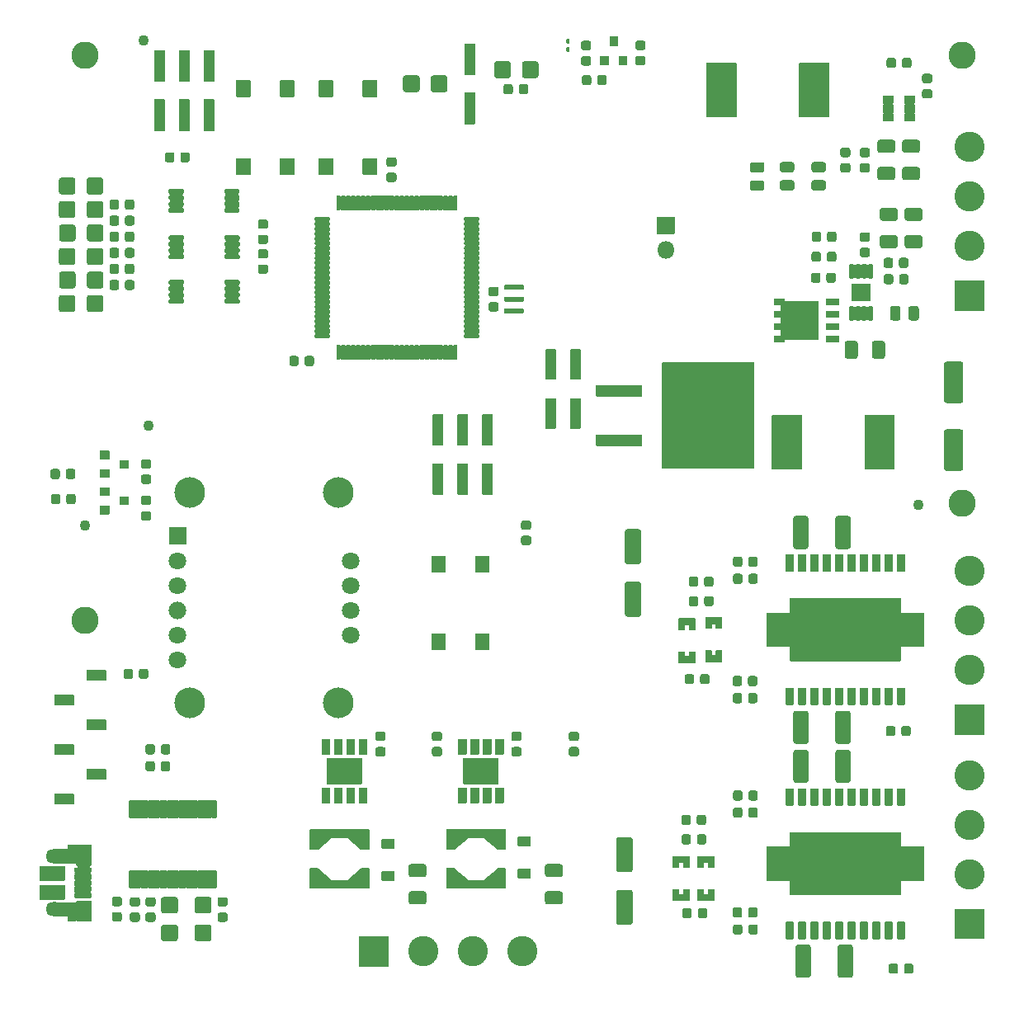
<source format=gbr>
G04 #@! TF.GenerationSoftware,KiCad,Pcbnew,5.99.0-unknown-1463dd1~101~ubuntu20.04.1*
G04 #@! TF.CreationDate,2020-07-08T00:09:36-04:00*
G04 #@! TF.ProjectId,goldhat,676f6c64-6861-4742-9e6b-696361645f70,rev?*
G04 #@! TF.SameCoordinates,Original*
G04 #@! TF.FileFunction,Soldermask,Top*
G04 #@! TF.FilePolarity,Negative*
%FSLAX46Y46*%
G04 Gerber Fmt 4.6, Leading zero omitted, Abs format (unit mm)*
G04 Created by KiCad (PCBNEW 5.99.0-unknown-1463dd1~101~ubuntu20.04.1) date 2020-07-08 00:09:36*
%MOMM*%
%LPD*%
G01*
G04 APERTURE LIST*
%ADD10C,3.102000*%
%ADD11O,1.802000X1.802000*%
%ADD12C,3.150000*%
%ADD13C,1.802000*%
%ADD14C,2.802000*%
%ADD15C,1.102000*%
%ADD16O,1.802000X1.452000*%
%ADD17O,1.602000X1.202000*%
G04 APERTURE END LIST*
G36*
G01*
X150632220Y-185211000D02*
X149443780Y-185211000D01*
G75*
G02*
X149387000Y-185154220I0J56780D01*
G01*
X149387000Y-184265780D01*
G75*
G02*
X149443780Y-184209000I56780J0D01*
G01*
X150632220Y-184209000D01*
G75*
G02*
X150689000Y-184265780I0J-56780D01*
G01*
X150689000Y-185154220D01*
G75*
G02*
X150632220Y-185211000I-56780J0D01*
G01*
G37*
G36*
G01*
X150632220Y-188511000D02*
X149443780Y-188511000D01*
G75*
G02*
X149387000Y-188454220I0J56780D01*
G01*
X149387000Y-187565780D01*
G75*
G02*
X149443780Y-187509000I56780J0D01*
G01*
X150632220Y-187509000D01*
G75*
G02*
X150689000Y-187565780I0J-56780D01*
G01*
X150689000Y-188454220D01*
G75*
G02*
X150632220Y-188511000I-56780J0D01*
G01*
G37*
G36*
G01*
X136662220Y-185465000D02*
X135473780Y-185465000D01*
G75*
G02*
X135417000Y-185408220I0J56780D01*
G01*
X135417000Y-184519780D01*
G75*
G02*
X135473780Y-184463000I56780J0D01*
G01*
X136662220Y-184463000D01*
G75*
G02*
X136719000Y-184519780I0J-56780D01*
G01*
X136719000Y-185408220D01*
G75*
G02*
X136662220Y-185465000I-56780J0D01*
G01*
G37*
G36*
G01*
X136662220Y-188765000D02*
X135473780Y-188765000D01*
G75*
G02*
X135417000Y-188708220I0J56780D01*
G01*
X135417000Y-187819780D01*
G75*
G02*
X135473780Y-187763000I56780J0D01*
G01*
X136662220Y-187763000D01*
G75*
G02*
X136719000Y-187819780I0J-56780D01*
G01*
X136719000Y-188708220D01*
G75*
G02*
X136662220Y-188765000I-56780J0D01*
G01*
G37*
G36*
G01*
X105152000Y-118048062D02*
X105152000Y-116827938D01*
G75*
G02*
X105417938Y-116562000I265938J0D01*
G01*
X106588062Y-116562000D01*
G75*
G02*
X106854000Y-116827938I0J-265938D01*
G01*
X106854000Y-118048062D01*
G75*
G02*
X106588062Y-118314000I-265938J0D01*
G01*
X105417938Y-118314000D01*
G75*
G02*
X105152000Y-118048062I0J265938D01*
G01*
G37*
G36*
G01*
X102302000Y-118048062D02*
X102302000Y-116827938D01*
G75*
G02*
X102567938Y-116562000I265938J0D01*
G01*
X103738062Y-116562000D01*
G75*
G02*
X104004000Y-116827938I0J-265938D01*
G01*
X104004000Y-118048062D01*
G75*
G02*
X103738062Y-118314000I-265938J0D01*
G01*
X102567938Y-118314000D01*
G75*
G02*
X102302000Y-118048062I0J265938D01*
G01*
G37*
G36*
G01*
X105152000Y-120461062D02*
X105152000Y-119240938D01*
G75*
G02*
X105417938Y-118975000I265938J0D01*
G01*
X106588062Y-118975000D01*
G75*
G02*
X106854000Y-119240938I0J-265938D01*
G01*
X106854000Y-120461062D01*
G75*
G02*
X106588062Y-120727000I-265938J0D01*
G01*
X105417938Y-120727000D01*
G75*
G02*
X105152000Y-120461062I0J265938D01*
G01*
G37*
G36*
G01*
X102302000Y-120461062D02*
X102302000Y-119240938D01*
G75*
G02*
X102567938Y-118975000I265938J0D01*
G01*
X103738062Y-118975000D01*
G75*
G02*
X104004000Y-119240938I0J-265938D01*
G01*
X104004000Y-120461062D01*
G75*
G02*
X103738062Y-120727000I-265938J0D01*
G01*
X102567938Y-120727000D01*
G75*
G02*
X102302000Y-120461062I0J265938D01*
G01*
G37*
G36*
G01*
X105168000Y-122874062D02*
X105168000Y-121653938D01*
G75*
G02*
X105433938Y-121388000I265938J0D01*
G01*
X106604062Y-121388000D01*
G75*
G02*
X106870000Y-121653938I0J-265938D01*
G01*
X106870000Y-122874062D01*
G75*
G02*
X106604062Y-123140000I-265938J0D01*
G01*
X105433938Y-123140000D01*
G75*
G02*
X105168000Y-122874062I0J265938D01*
G01*
G37*
G36*
G01*
X102318000Y-122874062D02*
X102318000Y-121653938D01*
G75*
G02*
X102583938Y-121388000I265938J0D01*
G01*
X103754062Y-121388000D01*
G75*
G02*
X104020000Y-121653938I0J-265938D01*
G01*
X104020000Y-122874062D01*
G75*
G02*
X103754062Y-123140000I-265938J0D01*
G01*
X102583938Y-123140000D01*
G75*
G02*
X102318000Y-122874062I0J265938D01*
G01*
G37*
G36*
G01*
X105152000Y-125287062D02*
X105152000Y-124066938D01*
G75*
G02*
X105417938Y-123801000I265938J0D01*
G01*
X106588062Y-123801000D01*
G75*
G02*
X106854000Y-124066938I0J-265938D01*
G01*
X106854000Y-125287062D01*
G75*
G02*
X106588062Y-125553000I-265938J0D01*
G01*
X105417938Y-125553000D01*
G75*
G02*
X105152000Y-125287062I0J265938D01*
G01*
G37*
G36*
G01*
X102302000Y-125287062D02*
X102302000Y-124066938D01*
G75*
G02*
X102567938Y-123801000I265938J0D01*
G01*
X103738062Y-123801000D01*
G75*
G02*
X104004000Y-124066938I0J-265938D01*
G01*
X104004000Y-125287062D01*
G75*
G02*
X103738062Y-125553000I-265938J0D01*
G01*
X102567938Y-125553000D01*
G75*
G02*
X102302000Y-125287062I0J265938D01*
G01*
G37*
G36*
G01*
X105180000Y-127700062D02*
X105180000Y-126479938D01*
G75*
G02*
X105445938Y-126214000I265938J0D01*
G01*
X106616062Y-126214000D01*
G75*
G02*
X106882000Y-126479938I0J-265938D01*
G01*
X106882000Y-127700062D01*
G75*
G02*
X106616062Y-127966000I-265938J0D01*
G01*
X105445938Y-127966000D01*
G75*
G02*
X105180000Y-127700062I0J265938D01*
G01*
G37*
G36*
G01*
X102330000Y-127700062D02*
X102330000Y-126479938D01*
G75*
G02*
X102595938Y-126214000I265938J0D01*
G01*
X103766062Y-126214000D01*
G75*
G02*
X104032000Y-126479938I0J-265938D01*
G01*
X104032000Y-127700062D01*
G75*
G02*
X103766062Y-127966000I-265938J0D01*
G01*
X102595938Y-127966000D01*
G75*
G02*
X102330000Y-127700062I0J265938D01*
G01*
G37*
G36*
G01*
X105152000Y-130113062D02*
X105152000Y-128892938D01*
G75*
G02*
X105417938Y-128627000I265938J0D01*
G01*
X106588062Y-128627000D01*
G75*
G02*
X106854000Y-128892938I0J-265938D01*
G01*
X106854000Y-130113062D01*
G75*
G02*
X106588062Y-130379000I-265938J0D01*
G01*
X105417938Y-130379000D01*
G75*
G02*
X105152000Y-130113062I0J265938D01*
G01*
G37*
G36*
G01*
X102302000Y-130113062D02*
X102302000Y-128892938D01*
G75*
G02*
X102567938Y-128627000I265938J0D01*
G01*
X103738062Y-128627000D01*
G75*
G02*
X104004000Y-128892938I0J-265938D01*
G01*
X104004000Y-130113062D01*
G75*
G02*
X103738062Y-130379000I-265938J0D01*
G01*
X102567938Y-130379000D01*
G75*
G02*
X102302000Y-130113062I0J265938D01*
G01*
G37*
G36*
G01*
X114260062Y-192101000D02*
X113039938Y-192101000D01*
G75*
G02*
X112774000Y-191835062I0J265938D01*
G01*
X112774000Y-190664938D01*
G75*
G02*
X113039938Y-190399000I265938J0D01*
G01*
X114260062Y-190399000D01*
G75*
G02*
X114526000Y-190664938I0J-265938D01*
G01*
X114526000Y-191835062D01*
G75*
G02*
X114260062Y-192101000I-265938J0D01*
G01*
G37*
G36*
G01*
X114260062Y-194951000D02*
X113039938Y-194951000D01*
G75*
G02*
X112774000Y-194685062I0J265938D01*
G01*
X112774000Y-193514938D01*
G75*
G02*
X113039938Y-193249000I265938J0D01*
G01*
X114260062Y-193249000D01*
G75*
G02*
X114526000Y-193514938I0J-265938D01*
G01*
X114526000Y-194685062D01*
G75*
G02*
X114260062Y-194951000I-265938J0D01*
G01*
G37*
G36*
G01*
X117710062Y-192101000D02*
X116489938Y-192101000D01*
G75*
G02*
X116224000Y-191835062I0J265938D01*
G01*
X116224000Y-190664938D01*
G75*
G02*
X116489938Y-190399000I265938J0D01*
G01*
X117710062Y-190399000D01*
G75*
G02*
X117976000Y-190664938I0J-265938D01*
G01*
X117976000Y-191835062D01*
G75*
G02*
X117710062Y-192101000I-265938J0D01*
G01*
G37*
G36*
G01*
X117710062Y-194951000D02*
X116489938Y-194951000D01*
G75*
G02*
X116224000Y-194685062I0J265938D01*
G01*
X116224000Y-193514938D01*
G75*
G02*
X116489938Y-193249000I265938J0D01*
G01*
X117710062Y-193249000D01*
G75*
G02*
X117976000Y-193514938I0J-265938D01*
G01*
X117976000Y-194685062D01*
G75*
G02*
X117710062Y-194951000I-265938J0D01*
G01*
G37*
G36*
G01*
X149824000Y-106110062D02*
X149824000Y-104889938D01*
G75*
G02*
X150089938Y-104624000I265938J0D01*
G01*
X151260062Y-104624000D01*
G75*
G02*
X151526000Y-104889938I0J-265938D01*
G01*
X151526000Y-106110062D01*
G75*
G02*
X151260062Y-106376000I-265938J0D01*
G01*
X150089938Y-106376000D01*
G75*
G02*
X149824000Y-106110062I0J265938D01*
G01*
G37*
G36*
G01*
X146974000Y-106110062D02*
X146974000Y-104889938D01*
G75*
G02*
X147239938Y-104624000I265938J0D01*
G01*
X148410062Y-104624000D01*
G75*
G02*
X148676000Y-104889938I0J-265938D01*
G01*
X148676000Y-106110062D01*
G75*
G02*
X148410062Y-106376000I-265938J0D01*
G01*
X147239938Y-106376000D01*
G75*
G02*
X146974000Y-106110062I0J265938D01*
G01*
G37*
G36*
G01*
X140467750Y-107556312D02*
X140467750Y-106336188D01*
G75*
G02*
X140733688Y-106070250I265938J0D01*
G01*
X141903812Y-106070250D01*
G75*
G02*
X142169750Y-106336188I0J-265938D01*
G01*
X142169750Y-107556312D01*
G75*
G02*
X141903812Y-107822250I-265938J0D01*
G01*
X140733688Y-107822250D01*
G75*
G02*
X140467750Y-107556312I0J265938D01*
G01*
G37*
G36*
G01*
X137617750Y-107556312D02*
X137617750Y-106336188D01*
G75*
G02*
X137883688Y-106070250I265938J0D01*
G01*
X139053812Y-106070250D01*
G75*
G02*
X139319750Y-106336188I0J-265938D01*
G01*
X139319750Y-107556312D01*
G75*
G02*
X139053812Y-107822250I-265938J0D01*
G01*
X137883688Y-107822250D01*
G75*
G02*
X137617750Y-107556312I0J265938D01*
G01*
G37*
G36*
G01*
X159739938Y-189672000D02*
X160910062Y-189672000D01*
G75*
G02*
X161176000Y-189937938I0J-265938D01*
G01*
X161176000Y-193008062D01*
G75*
G02*
X160910062Y-193274000I-265938J0D01*
G01*
X159739938Y-193274000D01*
G75*
G02*
X159474000Y-193008062I0J265938D01*
G01*
X159474000Y-189937938D01*
G75*
G02*
X159739938Y-189672000I265938J0D01*
G01*
G37*
G36*
G01*
X159739938Y-184272000D02*
X160910062Y-184272000D01*
G75*
G02*
X161176000Y-184537938I0J-265938D01*
G01*
X161176000Y-187608062D01*
G75*
G02*
X160910062Y-187874000I-265938J0D01*
G01*
X159739938Y-187874000D01*
G75*
G02*
X159474000Y-187608062I0J265938D01*
G01*
X159474000Y-184537938D01*
G75*
G02*
X159739938Y-184272000I265938J0D01*
G01*
G37*
G36*
G01*
X160628938Y-158049000D02*
X161799062Y-158049000D01*
G75*
G02*
X162065000Y-158314938I0J-265938D01*
G01*
X162065000Y-161385062D01*
G75*
G02*
X161799062Y-161651000I-265938J0D01*
G01*
X160628938Y-161651000D01*
G75*
G02*
X160363000Y-161385062I0J265938D01*
G01*
X160363000Y-158314938D01*
G75*
G02*
X160628938Y-158049000I265938J0D01*
G01*
G37*
G36*
G01*
X160628938Y-152649000D02*
X161799062Y-152649000D01*
G75*
G02*
X162065000Y-152914938I0J-265938D01*
G01*
X162065000Y-155985062D01*
G75*
G02*
X161799062Y-156251000I-265938J0D01*
G01*
X160628938Y-156251000D01*
G75*
G02*
X160363000Y-155985062I0J265938D01*
G01*
X160363000Y-152914938D01*
G75*
G02*
X160628938Y-152649000I265938J0D01*
G01*
G37*
D10*
X195750000Y-113445250D03*
G36*
G01*
X197248266Y-130236250D02*
X194251734Y-130236250D01*
G75*
G02*
X194199000Y-130183516I0J52734D01*
G01*
X194199000Y-127186984D01*
G75*
G02*
X194251734Y-127134250I52734J0D01*
G01*
X197248266Y-127134250D01*
G75*
G02*
X197301000Y-127186984I0J-52734D01*
G01*
X197301000Y-130183516D01*
G75*
G02*
X197248266Y-130236250I-52734J0D01*
G01*
G37*
X195750000Y-118525250D03*
X195750000Y-123605250D03*
G36*
G01*
X152275202Y-134199000D02*
X153264798Y-134199000D01*
G75*
G02*
X153321000Y-134255202I0J-56202D01*
G01*
X153321000Y-137244798D01*
G75*
G02*
X153264798Y-137301000I-56202J0D01*
G01*
X152275202Y-137301000D01*
G75*
G02*
X152219000Y-137244798I0J56202D01*
G01*
X152219000Y-134255202D01*
G75*
G02*
X152275202Y-134199000I56202J0D01*
G01*
G37*
G36*
G01*
X152275202Y-139239000D02*
X153264798Y-139239000D01*
G75*
G02*
X153321000Y-139295202I0J-56202D01*
G01*
X153321000Y-142284798D01*
G75*
G02*
X153264798Y-142341000I-56202J0D01*
G01*
X152275202Y-142341000D01*
G75*
G02*
X152219000Y-142284798I0J56202D01*
G01*
X152219000Y-139295202D01*
G75*
G02*
X152275202Y-139239000I56202J0D01*
G01*
G37*
G36*
G01*
X154815202Y-134199000D02*
X155804798Y-134199000D01*
G75*
G02*
X155861000Y-134255202I0J-56202D01*
G01*
X155861000Y-137244798D01*
G75*
G02*
X155804798Y-137301000I-56202J0D01*
G01*
X154815202Y-137301000D01*
G75*
G02*
X154759000Y-137244798I0J56202D01*
G01*
X154759000Y-134255202D01*
G75*
G02*
X154815202Y-134199000I56202J0D01*
G01*
G37*
G36*
G01*
X154815202Y-139239000D02*
X155804798Y-139239000D01*
G75*
G02*
X155861000Y-139295202I0J-56202D01*
G01*
X155861000Y-142284798D01*
G75*
G02*
X155804798Y-142341000I-56202J0D01*
G01*
X154815202Y-142341000D01*
G75*
G02*
X154759000Y-142284798I0J56202D01*
G01*
X154759000Y-139295202D01*
G75*
G02*
X154815202Y-139239000I56202J0D01*
G01*
G37*
D11*
X164575000Y-124025000D03*
G36*
G01*
X163674000Y-122331940D02*
X163674000Y-120638060D01*
G75*
G02*
X163728060Y-120584000I54060J0D01*
G01*
X165421940Y-120584000D01*
G75*
G02*
X165476000Y-120638060I0J-54060D01*
G01*
X165476000Y-122331940D01*
G75*
G02*
X165421940Y-122386000I-54060J0D01*
G01*
X163728060Y-122386000D01*
G75*
G02*
X163674000Y-122331940I0J54060D01*
G01*
G37*
G36*
G01*
X113589000Y-154201940D02*
X113589000Y-152508060D01*
G75*
G02*
X113643060Y-152454000I54060J0D01*
G01*
X115336940Y-152454000D01*
G75*
G02*
X115391000Y-152508060I0J-54060D01*
G01*
X115391000Y-154201940D01*
G75*
G02*
X115336940Y-154256000I-54060J0D01*
G01*
X113643060Y-154256000D01*
G75*
G02*
X113589000Y-154201940I0J54060D01*
G01*
G37*
X114490000Y-160975000D03*
D12*
X115760000Y-148910000D03*
X131000000Y-170500000D03*
X115760000Y-170500000D03*
X131000000Y-148910000D03*
D13*
X132270000Y-155895000D03*
X132270000Y-158435000D03*
X132270000Y-160975000D03*
X132270000Y-163515000D03*
X114490000Y-166055000D03*
X114490000Y-163515000D03*
X114490000Y-160975000D03*
X114490000Y-158435000D03*
X114490000Y-155895000D03*
G36*
G01*
X115145500Y-124581500D02*
X115145500Y-124832500D01*
G75*
G02*
X115020000Y-124958000I-125500J0D01*
G01*
X113694000Y-124958000D01*
G75*
G02*
X113568500Y-124832500I0J125500D01*
G01*
X113568500Y-124581500D01*
G75*
G02*
X113694000Y-124456000I125500J0D01*
G01*
X115020000Y-124456000D01*
G75*
G02*
X115145500Y-124581500I0J-125500D01*
G01*
G37*
G36*
G01*
X115145500Y-123931500D02*
X115145500Y-124182500D01*
G75*
G02*
X115020000Y-124308000I-125500J0D01*
G01*
X113694000Y-124308000D01*
G75*
G02*
X113568500Y-124182500I0J125500D01*
G01*
X113568500Y-123931500D01*
G75*
G02*
X113694000Y-123806000I125500J0D01*
G01*
X115020000Y-123806000D01*
G75*
G02*
X115145500Y-123931500I0J-125500D01*
G01*
G37*
G36*
G01*
X115145500Y-123281500D02*
X115145500Y-123532500D01*
G75*
G02*
X115020000Y-123658000I-125500J0D01*
G01*
X113694000Y-123658000D01*
G75*
G02*
X113568500Y-123532500I0J125500D01*
G01*
X113568500Y-123281500D01*
G75*
G02*
X113694000Y-123156000I125500J0D01*
G01*
X115020000Y-123156000D01*
G75*
G02*
X115145500Y-123281500I0J-125500D01*
G01*
G37*
G36*
G01*
X115145500Y-122631500D02*
X115145500Y-122882500D01*
G75*
G02*
X115020000Y-123008000I-125500J0D01*
G01*
X113694000Y-123008000D01*
G75*
G02*
X113568500Y-122882500I0J125500D01*
G01*
X113568500Y-122631500D01*
G75*
G02*
X113694000Y-122506000I125500J0D01*
G01*
X115020000Y-122506000D01*
G75*
G02*
X115145500Y-122631500I0J-125500D01*
G01*
G37*
G36*
G01*
X120870500Y-122631500D02*
X120870500Y-122882500D01*
G75*
G02*
X120745000Y-123008000I-125500J0D01*
G01*
X119419000Y-123008000D01*
G75*
G02*
X119293500Y-122882500I0J125500D01*
G01*
X119293500Y-122631500D01*
G75*
G02*
X119419000Y-122506000I125500J0D01*
G01*
X120745000Y-122506000D01*
G75*
G02*
X120870500Y-122631500I0J-125500D01*
G01*
G37*
G36*
G01*
X120870500Y-123281500D02*
X120870500Y-123532500D01*
G75*
G02*
X120745000Y-123658000I-125500J0D01*
G01*
X119419000Y-123658000D01*
G75*
G02*
X119293500Y-123532500I0J125500D01*
G01*
X119293500Y-123281500D01*
G75*
G02*
X119419000Y-123156000I125500J0D01*
G01*
X120745000Y-123156000D01*
G75*
G02*
X120870500Y-123281500I0J-125500D01*
G01*
G37*
G36*
G01*
X120870500Y-123931500D02*
X120870500Y-124182500D01*
G75*
G02*
X120745000Y-124308000I-125500J0D01*
G01*
X119419000Y-124308000D01*
G75*
G02*
X119293500Y-124182500I0J125500D01*
G01*
X119293500Y-123931500D01*
G75*
G02*
X119419000Y-123806000I125500J0D01*
G01*
X120745000Y-123806000D01*
G75*
G02*
X120870500Y-123931500I0J-125500D01*
G01*
G37*
G36*
G01*
X120870500Y-124581500D02*
X120870500Y-124832500D01*
G75*
G02*
X120745000Y-124958000I-125500J0D01*
G01*
X119419000Y-124958000D01*
G75*
G02*
X119293500Y-124832500I0J125500D01*
G01*
X119293500Y-124581500D01*
G75*
G02*
X119419000Y-124456000I125500J0D01*
G01*
X120745000Y-124456000D01*
G75*
G02*
X120870500Y-124581500I0J-125500D01*
G01*
G37*
G36*
G01*
X112133952Y-108545250D02*
X113123548Y-108545250D01*
G75*
G02*
X113179750Y-108601452I0J-56202D01*
G01*
X113179750Y-111741048D01*
G75*
G02*
X113123548Y-111797250I-56202J0D01*
G01*
X112133952Y-111797250D01*
G75*
G02*
X112077750Y-111741048I0J56202D01*
G01*
X112077750Y-108601452D01*
G75*
G02*
X112133952Y-108545250I56202J0D01*
G01*
G37*
G36*
G01*
X112133952Y-103495250D02*
X113123548Y-103495250D01*
G75*
G02*
X113179750Y-103551452I0J-56202D01*
G01*
X113179750Y-106691048D01*
G75*
G02*
X113123548Y-106747250I-56202J0D01*
G01*
X112133952Y-106747250D01*
G75*
G02*
X112077750Y-106691048I0J56202D01*
G01*
X112077750Y-103551452D01*
G75*
G02*
X112133952Y-103495250I56202J0D01*
G01*
G37*
G36*
G01*
X114673952Y-108545250D02*
X115663548Y-108545250D01*
G75*
G02*
X115719750Y-108601452I0J-56202D01*
G01*
X115719750Y-111741048D01*
G75*
G02*
X115663548Y-111797250I-56202J0D01*
G01*
X114673952Y-111797250D01*
G75*
G02*
X114617750Y-111741048I0J56202D01*
G01*
X114617750Y-108601452D01*
G75*
G02*
X114673952Y-108545250I56202J0D01*
G01*
G37*
G36*
G01*
X114673952Y-103495250D02*
X115663548Y-103495250D01*
G75*
G02*
X115719750Y-103551452I0J-56202D01*
G01*
X115719750Y-106691048D01*
G75*
G02*
X115663548Y-106747250I-56202J0D01*
G01*
X114673952Y-106747250D01*
G75*
G02*
X114617750Y-106691048I0J56202D01*
G01*
X114617750Y-103551452D01*
G75*
G02*
X114673952Y-103495250I56202J0D01*
G01*
G37*
G36*
G01*
X117213952Y-108545250D02*
X118203548Y-108545250D01*
G75*
G02*
X118259750Y-108601452I0J-56202D01*
G01*
X118259750Y-111741048D01*
G75*
G02*
X118203548Y-111797250I-56202J0D01*
G01*
X117213952Y-111797250D01*
G75*
G02*
X117157750Y-111741048I0J56202D01*
G01*
X117157750Y-108601452D01*
G75*
G02*
X117213952Y-108545250I56202J0D01*
G01*
G37*
G36*
G01*
X117213952Y-103495250D02*
X118203548Y-103495250D01*
G75*
G02*
X118259750Y-103551452I0J-56202D01*
G01*
X118259750Y-106691048D01*
G75*
G02*
X118203548Y-106747250I-56202J0D01*
G01*
X117213952Y-106747250D01*
G75*
G02*
X117157750Y-106691048I0J56202D01*
G01*
X117157750Y-103551452D01*
G75*
G02*
X117213952Y-103495250I56202J0D01*
G01*
G37*
G36*
G01*
X130025500Y-133038500D02*
X128649500Y-133038500D01*
G75*
G02*
X128549000Y-132938000I0J100500D01*
G01*
X128549000Y-132737000D01*
G75*
G02*
X128649500Y-132636500I100500J0D01*
G01*
X130025500Y-132636500D01*
G75*
G02*
X130126000Y-132737000I0J-100500D01*
G01*
X130126000Y-132938000D01*
G75*
G02*
X130025500Y-133038500I-100500J0D01*
G01*
G37*
G36*
G01*
X130025500Y-132538500D02*
X128649500Y-132538500D01*
G75*
G02*
X128549000Y-132438000I0J100500D01*
G01*
X128549000Y-132237000D01*
G75*
G02*
X128649500Y-132136500I100500J0D01*
G01*
X130025500Y-132136500D01*
G75*
G02*
X130126000Y-132237000I0J-100500D01*
G01*
X130126000Y-132438000D01*
G75*
G02*
X130025500Y-132538500I-100500J0D01*
G01*
G37*
G36*
G01*
X130025500Y-132038500D02*
X128649500Y-132038500D01*
G75*
G02*
X128549000Y-131938000I0J100500D01*
G01*
X128549000Y-131737000D01*
G75*
G02*
X128649500Y-131636500I100500J0D01*
G01*
X130025500Y-131636500D01*
G75*
G02*
X130126000Y-131737000I0J-100500D01*
G01*
X130126000Y-131938000D01*
G75*
G02*
X130025500Y-132038500I-100500J0D01*
G01*
G37*
G36*
G01*
X130025500Y-131538500D02*
X128649500Y-131538500D01*
G75*
G02*
X128549000Y-131438000I0J100500D01*
G01*
X128549000Y-131237000D01*
G75*
G02*
X128649500Y-131136500I100500J0D01*
G01*
X130025500Y-131136500D01*
G75*
G02*
X130126000Y-131237000I0J-100500D01*
G01*
X130126000Y-131438000D01*
G75*
G02*
X130025500Y-131538500I-100500J0D01*
G01*
G37*
G36*
G01*
X130025500Y-131038500D02*
X128649500Y-131038500D01*
G75*
G02*
X128549000Y-130938000I0J100500D01*
G01*
X128549000Y-130737000D01*
G75*
G02*
X128649500Y-130636500I100500J0D01*
G01*
X130025500Y-130636500D01*
G75*
G02*
X130126000Y-130737000I0J-100500D01*
G01*
X130126000Y-130938000D01*
G75*
G02*
X130025500Y-131038500I-100500J0D01*
G01*
G37*
G36*
G01*
X130025500Y-130538500D02*
X128649500Y-130538500D01*
G75*
G02*
X128549000Y-130438000I0J100500D01*
G01*
X128549000Y-130237000D01*
G75*
G02*
X128649500Y-130136500I100500J0D01*
G01*
X130025500Y-130136500D01*
G75*
G02*
X130126000Y-130237000I0J-100500D01*
G01*
X130126000Y-130438000D01*
G75*
G02*
X130025500Y-130538500I-100500J0D01*
G01*
G37*
G36*
G01*
X130025500Y-130038500D02*
X128649500Y-130038500D01*
G75*
G02*
X128549000Y-129938000I0J100500D01*
G01*
X128549000Y-129737000D01*
G75*
G02*
X128649500Y-129636500I100500J0D01*
G01*
X130025500Y-129636500D01*
G75*
G02*
X130126000Y-129737000I0J-100500D01*
G01*
X130126000Y-129938000D01*
G75*
G02*
X130025500Y-130038500I-100500J0D01*
G01*
G37*
G36*
G01*
X130025500Y-129538500D02*
X128649500Y-129538500D01*
G75*
G02*
X128549000Y-129438000I0J100500D01*
G01*
X128549000Y-129237000D01*
G75*
G02*
X128649500Y-129136500I100500J0D01*
G01*
X130025500Y-129136500D01*
G75*
G02*
X130126000Y-129237000I0J-100500D01*
G01*
X130126000Y-129438000D01*
G75*
G02*
X130025500Y-129538500I-100500J0D01*
G01*
G37*
G36*
G01*
X130025500Y-129038500D02*
X128649500Y-129038500D01*
G75*
G02*
X128549000Y-128938000I0J100500D01*
G01*
X128549000Y-128737000D01*
G75*
G02*
X128649500Y-128636500I100500J0D01*
G01*
X130025500Y-128636500D01*
G75*
G02*
X130126000Y-128737000I0J-100500D01*
G01*
X130126000Y-128938000D01*
G75*
G02*
X130025500Y-129038500I-100500J0D01*
G01*
G37*
G36*
G01*
X130025500Y-128538500D02*
X128649500Y-128538500D01*
G75*
G02*
X128549000Y-128438000I0J100500D01*
G01*
X128549000Y-128237000D01*
G75*
G02*
X128649500Y-128136500I100500J0D01*
G01*
X130025500Y-128136500D01*
G75*
G02*
X130126000Y-128237000I0J-100500D01*
G01*
X130126000Y-128438000D01*
G75*
G02*
X130025500Y-128538500I-100500J0D01*
G01*
G37*
G36*
G01*
X130025500Y-128038500D02*
X128649500Y-128038500D01*
G75*
G02*
X128549000Y-127938000I0J100500D01*
G01*
X128549000Y-127737000D01*
G75*
G02*
X128649500Y-127636500I100500J0D01*
G01*
X130025500Y-127636500D01*
G75*
G02*
X130126000Y-127737000I0J-100500D01*
G01*
X130126000Y-127938000D01*
G75*
G02*
X130025500Y-128038500I-100500J0D01*
G01*
G37*
G36*
G01*
X130025500Y-127538500D02*
X128649500Y-127538500D01*
G75*
G02*
X128549000Y-127438000I0J100500D01*
G01*
X128549000Y-127237000D01*
G75*
G02*
X128649500Y-127136500I100500J0D01*
G01*
X130025500Y-127136500D01*
G75*
G02*
X130126000Y-127237000I0J-100500D01*
G01*
X130126000Y-127438000D01*
G75*
G02*
X130025500Y-127538500I-100500J0D01*
G01*
G37*
G36*
G01*
X130025500Y-127038500D02*
X128649500Y-127038500D01*
G75*
G02*
X128549000Y-126938000I0J100500D01*
G01*
X128549000Y-126737000D01*
G75*
G02*
X128649500Y-126636500I100500J0D01*
G01*
X130025500Y-126636500D01*
G75*
G02*
X130126000Y-126737000I0J-100500D01*
G01*
X130126000Y-126938000D01*
G75*
G02*
X130025500Y-127038500I-100500J0D01*
G01*
G37*
G36*
G01*
X130025500Y-126538500D02*
X128649500Y-126538500D01*
G75*
G02*
X128549000Y-126438000I0J100500D01*
G01*
X128549000Y-126237000D01*
G75*
G02*
X128649500Y-126136500I100500J0D01*
G01*
X130025500Y-126136500D01*
G75*
G02*
X130126000Y-126237000I0J-100500D01*
G01*
X130126000Y-126438000D01*
G75*
G02*
X130025500Y-126538500I-100500J0D01*
G01*
G37*
G36*
G01*
X130025500Y-126038500D02*
X128649500Y-126038500D01*
G75*
G02*
X128549000Y-125938000I0J100500D01*
G01*
X128549000Y-125737000D01*
G75*
G02*
X128649500Y-125636500I100500J0D01*
G01*
X130025500Y-125636500D01*
G75*
G02*
X130126000Y-125737000I0J-100500D01*
G01*
X130126000Y-125938000D01*
G75*
G02*
X130025500Y-126038500I-100500J0D01*
G01*
G37*
G36*
G01*
X130025500Y-125538500D02*
X128649500Y-125538500D01*
G75*
G02*
X128549000Y-125438000I0J100500D01*
G01*
X128549000Y-125237000D01*
G75*
G02*
X128649500Y-125136500I100500J0D01*
G01*
X130025500Y-125136500D01*
G75*
G02*
X130126000Y-125237000I0J-100500D01*
G01*
X130126000Y-125438000D01*
G75*
G02*
X130025500Y-125538500I-100500J0D01*
G01*
G37*
G36*
G01*
X130025500Y-125038500D02*
X128649500Y-125038500D01*
G75*
G02*
X128549000Y-124938000I0J100500D01*
G01*
X128549000Y-124737000D01*
G75*
G02*
X128649500Y-124636500I100500J0D01*
G01*
X130025500Y-124636500D01*
G75*
G02*
X130126000Y-124737000I0J-100500D01*
G01*
X130126000Y-124938000D01*
G75*
G02*
X130025500Y-125038500I-100500J0D01*
G01*
G37*
G36*
G01*
X130025500Y-124538500D02*
X128649500Y-124538500D01*
G75*
G02*
X128549000Y-124438000I0J100500D01*
G01*
X128549000Y-124237000D01*
G75*
G02*
X128649500Y-124136500I100500J0D01*
G01*
X130025500Y-124136500D01*
G75*
G02*
X130126000Y-124237000I0J-100500D01*
G01*
X130126000Y-124438000D01*
G75*
G02*
X130025500Y-124538500I-100500J0D01*
G01*
G37*
G36*
G01*
X130025500Y-124038500D02*
X128649500Y-124038500D01*
G75*
G02*
X128549000Y-123938000I0J100500D01*
G01*
X128549000Y-123737000D01*
G75*
G02*
X128649500Y-123636500I100500J0D01*
G01*
X130025500Y-123636500D01*
G75*
G02*
X130126000Y-123737000I0J-100500D01*
G01*
X130126000Y-123938000D01*
G75*
G02*
X130025500Y-124038500I-100500J0D01*
G01*
G37*
G36*
G01*
X130025500Y-123538500D02*
X128649500Y-123538500D01*
G75*
G02*
X128549000Y-123438000I0J100500D01*
G01*
X128549000Y-123237000D01*
G75*
G02*
X128649500Y-123136500I100500J0D01*
G01*
X130025500Y-123136500D01*
G75*
G02*
X130126000Y-123237000I0J-100500D01*
G01*
X130126000Y-123438000D01*
G75*
G02*
X130025500Y-123538500I-100500J0D01*
G01*
G37*
G36*
G01*
X130025500Y-123038500D02*
X128649500Y-123038500D01*
G75*
G02*
X128549000Y-122938000I0J100500D01*
G01*
X128549000Y-122737000D01*
G75*
G02*
X128649500Y-122636500I100500J0D01*
G01*
X130025500Y-122636500D01*
G75*
G02*
X130126000Y-122737000I0J-100500D01*
G01*
X130126000Y-122938000D01*
G75*
G02*
X130025500Y-123038500I-100500J0D01*
G01*
G37*
G36*
G01*
X130025500Y-122538500D02*
X128649500Y-122538500D01*
G75*
G02*
X128549000Y-122438000I0J100500D01*
G01*
X128549000Y-122237000D01*
G75*
G02*
X128649500Y-122136500I100500J0D01*
G01*
X130025500Y-122136500D01*
G75*
G02*
X130126000Y-122237000I0J-100500D01*
G01*
X130126000Y-122438000D01*
G75*
G02*
X130025500Y-122538500I-100500J0D01*
G01*
G37*
G36*
G01*
X130025500Y-122038500D02*
X128649500Y-122038500D01*
G75*
G02*
X128549000Y-121938000I0J100500D01*
G01*
X128549000Y-121737000D01*
G75*
G02*
X128649500Y-121636500I100500J0D01*
G01*
X130025500Y-121636500D01*
G75*
G02*
X130126000Y-121737000I0J-100500D01*
G01*
X130126000Y-121938000D01*
G75*
G02*
X130025500Y-122038500I-100500J0D01*
G01*
G37*
G36*
G01*
X130025500Y-121538500D02*
X128649500Y-121538500D01*
G75*
G02*
X128549000Y-121438000I0J100500D01*
G01*
X128549000Y-121237000D01*
G75*
G02*
X128649500Y-121136500I100500J0D01*
G01*
X130025500Y-121136500D01*
G75*
G02*
X130126000Y-121237000I0J-100500D01*
G01*
X130126000Y-121438000D01*
G75*
G02*
X130025500Y-121538500I-100500J0D01*
G01*
G37*
G36*
G01*
X130025500Y-121038500D02*
X128649500Y-121038500D01*
G75*
G02*
X128549000Y-120938000I0J100500D01*
G01*
X128549000Y-120737000D01*
G75*
G02*
X128649500Y-120636500I100500J0D01*
G01*
X130025500Y-120636500D01*
G75*
G02*
X130126000Y-120737000I0J-100500D01*
G01*
X130126000Y-120938000D01*
G75*
G02*
X130025500Y-121038500I-100500J0D01*
G01*
G37*
G36*
G01*
X131100500Y-119963500D02*
X130899500Y-119963500D01*
G75*
G02*
X130799000Y-119863000I0J100500D01*
G01*
X130799000Y-118487000D01*
G75*
G02*
X130899500Y-118386500I100500J0D01*
G01*
X131100500Y-118386500D01*
G75*
G02*
X131201000Y-118487000I0J-100500D01*
G01*
X131201000Y-119863000D01*
G75*
G02*
X131100500Y-119963500I-100500J0D01*
G01*
G37*
G36*
G01*
X131600500Y-119963500D02*
X131399500Y-119963500D01*
G75*
G02*
X131299000Y-119863000I0J100500D01*
G01*
X131299000Y-118487000D01*
G75*
G02*
X131399500Y-118386500I100500J0D01*
G01*
X131600500Y-118386500D01*
G75*
G02*
X131701000Y-118487000I0J-100500D01*
G01*
X131701000Y-119863000D01*
G75*
G02*
X131600500Y-119963500I-100500J0D01*
G01*
G37*
G36*
G01*
X132100500Y-119963500D02*
X131899500Y-119963500D01*
G75*
G02*
X131799000Y-119863000I0J100500D01*
G01*
X131799000Y-118487000D01*
G75*
G02*
X131899500Y-118386500I100500J0D01*
G01*
X132100500Y-118386500D01*
G75*
G02*
X132201000Y-118487000I0J-100500D01*
G01*
X132201000Y-119863000D01*
G75*
G02*
X132100500Y-119963500I-100500J0D01*
G01*
G37*
G36*
G01*
X132600500Y-119963500D02*
X132399500Y-119963500D01*
G75*
G02*
X132299000Y-119863000I0J100500D01*
G01*
X132299000Y-118487000D01*
G75*
G02*
X132399500Y-118386500I100500J0D01*
G01*
X132600500Y-118386500D01*
G75*
G02*
X132701000Y-118487000I0J-100500D01*
G01*
X132701000Y-119863000D01*
G75*
G02*
X132600500Y-119963500I-100500J0D01*
G01*
G37*
G36*
G01*
X133100500Y-119963500D02*
X132899500Y-119963500D01*
G75*
G02*
X132799000Y-119863000I0J100500D01*
G01*
X132799000Y-118487000D01*
G75*
G02*
X132899500Y-118386500I100500J0D01*
G01*
X133100500Y-118386500D01*
G75*
G02*
X133201000Y-118487000I0J-100500D01*
G01*
X133201000Y-119863000D01*
G75*
G02*
X133100500Y-119963500I-100500J0D01*
G01*
G37*
G36*
G01*
X133600500Y-119963500D02*
X133399500Y-119963500D01*
G75*
G02*
X133299000Y-119863000I0J100500D01*
G01*
X133299000Y-118487000D01*
G75*
G02*
X133399500Y-118386500I100500J0D01*
G01*
X133600500Y-118386500D01*
G75*
G02*
X133701000Y-118487000I0J-100500D01*
G01*
X133701000Y-119863000D01*
G75*
G02*
X133600500Y-119963500I-100500J0D01*
G01*
G37*
G36*
G01*
X134100500Y-119963500D02*
X133899500Y-119963500D01*
G75*
G02*
X133799000Y-119863000I0J100500D01*
G01*
X133799000Y-118487000D01*
G75*
G02*
X133899500Y-118386500I100500J0D01*
G01*
X134100500Y-118386500D01*
G75*
G02*
X134201000Y-118487000I0J-100500D01*
G01*
X134201000Y-119863000D01*
G75*
G02*
X134100500Y-119963500I-100500J0D01*
G01*
G37*
G36*
G01*
X134600500Y-119963500D02*
X134399500Y-119963500D01*
G75*
G02*
X134299000Y-119863000I0J100500D01*
G01*
X134299000Y-118487000D01*
G75*
G02*
X134399500Y-118386500I100500J0D01*
G01*
X134600500Y-118386500D01*
G75*
G02*
X134701000Y-118487000I0J-100500D01*
G01*
X134701000Y-119863000D01*
G75*
G02*
X134600500Y-119963500I-100500J0D01*
G01*
G37*
G36*
G01*
X135100500Y-119963500D02*
X134899500Y-119963500D01*
G75*
G02*
X134799000Y-119863000I0J100500D01*
G01*
X134799000Y-118487000D01*
G75*
G02*
X134899500Y-118386500I100500J0D01*
G01*
X135100500Y-118386500D01*
G75*
G02*
X135201000Y-118487000I0J-100500D01*
G01*
X135201000Y-119863000D01*
G75*
G02*
X135100500Y-119963500I-100500J0D01*
G01*
G37*
G36*
G01*
X135600500Y-119963500D02*
X135399500Y-119963500D01*
G75*
G02*
X135299000Y-119863000I0J100500D01*
G01*
X135299000Y-118487000D01*
G75*
G02*
X135399500Y-118386500I100500J0D01*
G01*
X135600500Y-118386500D01*
G75*
G02*
X135701000Y-118487000I0J-100500D01*
G01*
X135701000Y-119863000D01*
G75*
G02*
X135600500Y-119963500I-100500J0D01*
G01*
G37*
G36*
G01*
X136100500Y-119963500D02*
X135899500Y-119963500D01*
G75*
G02*
X135799000Y-119863000I0J100500D01*
G01*
X135799000Y-118487000D01*
G75*
G02*
X135899500Y-118386500I100500J0D01*
G01*
X136100500Y-118386500D01*
G75*
G02*
X136201000Y-118487000I0J-100500D01*
G01*
X136201000Y-119863000D01*
G75*
G02*
X136100500Y-119963500I-100500J0D01*
G01*
G37*
G36*
G01*
X136600500Y-119963500D02*
X136399500Y-119963500D01*
G75*
G02*
X136299000Y-119863000I0J100500D01*
G01*
X136299000Y-118487000D01*
G75*
G02*
X136399500Y-118386500I100500J0D01*
G01*
X136600500Y-118386500D01*
G75*
G02*
X136701000Y-118487000I0J-100500D01*
G01*
X136701000Y-119863000D01*
G75*
G02*
X136600500Y-119963500I-100500J0D01*
G01*
G37*
G36*
G01*
X137100500Y-119963500D02*
X136899500Y-119963500D01*
G75*
G02*
X136799000Y-119863000I0J100500D01*
G01*
X136799000Y-118487000D01*
G75*
G02*
X136899500Y-118386500I100500J0D01*
G01*
X137100500Y-118386500D01*
G75*
G02*
X137201000Y-118487000I0J-100500D01*
G01*
X137201000Y-119863000D01*
G75*
G02*
X137100500Y-119963500I-100500J0D01*
G01*
G37*
G36*
G01*
X137600500Y-119963500D02*
X137399500Y-119963500D01*
G75*
G02*
X137299000Y-119863000I0J100500D01*
G01*
X137299000Y-118487000D01*
G75*
G02*
X137399500Y-118386500I100500J0D01*
G01*
X137600500Y-118386500D01*
G75*
G02*
X137701000Y-118487000I0J-100500D01*
G01*
X137701000Y-119863000D01*
G75*
G02*
X137600500Y-119963500I-100500J0D01*
G01*
G37*
G36*
G01*
X138100500Y-119963500D02*
X137899500Y-119963500D01*
G75*
G02*
X137799000Y-119863000I0J100500D01*
G01*
X137799000Y-118487000D01*
G75*
G02*
X137899500Y-118386500I100500J0D01*
G01*
X138100500Y-118386500D01*
G75*
G02*
X138201000Y-118487000I0J-100500D01*
G01*
X138201000Y-119863000D01*
G75*
G02*
X138100500Y-119963500I-100500J0D01*
G01*
G37*
G36*
G01*
X138600500Y-119963500D02*
X138399500Y-119963500D01*
G75*
G02*
X138299000Y-119863000I0J100500D01*
G01*
X138299000Y-118487000D01*
G75*
G02*
X138399500Y-118386500I100500J0D01*
G01*
X138600500Y-118386500D01*
G75*
G02*
X138701000Y-118487000I0J-100500D01*
G01*
X138701000Y-119863000D01*
G75*
G02*
X138600500Y-119963500I-100500J0D01*
G01*
G37*
G36*
G01*
X139100500Y-119963500D02*
X138899500Y-119963500D01*
G75*
G02*
X138799000Y-119863000I0J100500D01*
G01*
X138799000Y-118487000D01*
G75*
G02*
X138899500Y-118386500I100500J0D01*
G01*
X139100500Y-118386500D01*
G75*
G02*
X139201000Y-118487000I0J-100500D01*
G01*
X139201000Y-119863000D01*
G75*
G02*
X139100500Y-119963500I-100500J0D01*
G01*
G37*
G36*
G01*
X139600500Y-119963500D02*
X139399500Y-119963500D01*
G75*
G02*
X139299000Y-119863000I0J100500D01*
G01*
X139299000Y-118487000D01*
G75*
G02*
X139399500Y-118386500I100500J0D01*
G01*
X139600500Y-118386500D01*
G75*
G02*
X139701000Y-118487000I0J-100500D01*
G01*
X139701000Y-119863000D01*
G75*
G02*
X139600500Y-119963500I-100500J0D01*
G01*
G37*
G36*
G01*
X140100500Y-119963500D02*
X139899500Y-119963500D01*
G75*
G02*
X139799000Y-119863000I0J100500D01*
G01*
X139799000Y-118487000D01*
G75*
G02*
X139899500Y-118386500I100500J0D01*
G01*
X140100500Y-118386500D01*
G75*
G02*
X140201000Y-118487000I0J-100500D01*
G01*
X140201000Y-119863000D01*
G75*
G02*
X140100500Y-119963500I-100500J0D01*
G01*
G37*
G36*
G01*
X140600500Y-119963500D02*
X140399500Y-119963500D01*
G75*
G02*
X140299000Y-119863000I0J100500D01*
G01*
X140299000Y-118487000D01*
G75*
G02*
X140399500Y-118386500I100500J0D01*
G01*
X140600500Y-118386500D01*
G75*
G02*
X140701000Y-118487000I0J-100500D01*
G01*
X140701000Y-119863000D01*
G75*
G02*
X140600500Y-119963500I-100500J0D01*
G01*
G37*
G36*
G01*
X141100500Y-119963500D02*
X140899500Y-119963500D01*
G75*
G02*
X140799000Y-119863000I0J100500D01*
G01*
X140799000Y-118487000D01*
G75*
G02*
X140899500Y-118386500I100500J0D01*
G01*
X141100500Y-118386500D01*
G75*
G02*
X141201000Y-118487000I0J-100500D01*
G01*
X141201000Y-119863000D01*
G75*
G02*
X141100500Y-119963500I-100500J0D01*
G01*
G37*
G36*
G01*
X141600500Y-119963500D02*
X141399500Y-119963500D01*
G75*
G02*
X141299000Y-119863000I0J100500D01*
G01*
X141299000Y-118487000D01*
G75*
G02*
X141399500Y-118386500I100500J0D01*
G01*
X141600500Y-118386500D01*
G75*
G02*
X141701000Y-118487000I0J-100500D01*
G01*
X141701000Y-119863000D01*
G75*
G02*
X141600500Y-119963500I-100500J0D01*
G01*
G37*
G36*
G01*
X142100500Y-119963500D02*
X141899500Y-119963500D01*
G75*
G02*
X141799000Y-119863000I0J100500D01*
G01*
X141799000Y-118487000D01*
G75*
G02*
X141899500Y-118386500I100500J0D01*
G01*
X142100500Y-118386500D01*
G75*
G02*
X142201000Y-118487000I0J-100500D01*
G01*
X142201000Y-119863000D01*
G75*
G02*
X142100500Y-119963500I-100500J0D01*
G01*
G37*
G36*
G01*
X142600500Y-119963500D02*
X142399500Y-119963500D01*
G75*
G02*
X142299000Y-119863000I0J100500D01*
G01*
X142299000Y-118487000D01*
G75*
G02*
X142399500Y-118386500I100500J0D01*
G01*
X142600500Y-118386500D01*
G75*
G02*
X142701000Y-118487000I0J-100500D01*
G01*
X142701000Y-119863000D01*
G75*
G02*
X142600500Y-119963500I-100500J0D01*
G01*
G37*
G36*
G01*
X143100500Y-119963500D02*
X142899500Y-119963500D01*
G75*
G02*
X142799000Y-119863000I0J100500D01*
G01*
X142799000Y-118487000D01*
G75*
G02*
X142899500Y-118386500I100500J0D01*
G01*
X143100500Y-118386500D01*
G75*
G02*
X143201000Y-118487000I0J-100500D01*
G01*
X143201000Y-119863000D01*
G75*
G02*
X143100500Y-119963500I-100500J0D01*
G01*
G37*
G36*
G01*
X145350500Y-121038500D02*
X143974500Y-121038500D01*
G75*
G02*
X143874000Y-120938000I0J100500D01*
G01*
X143874000Y-120737000D01*
G75*
G02*
X143974500Y-120636500I100500J0D01*
G01*
X145350500Y-120636500D01*
G75*
G02*
X145451000Y-120737000I0J-100500D01*
G01*
X145451000Y-120938000D01*
G75*
G02*
X145350500Y-121038500I-100500J0D01*
G01*
G37*
G36*
G01*
X145350500Y-121538500D02*
X143974500Y-121538500D01*
G75*
G02*
X143874000Y-121438000I0J100500D01*
G01*
X143874000Y-121237000D01*
G75*
G02*
X143974500Y-121136500I100500J0D01*
G01*
X145350500Y-121136500D01*
G75*
G02*
X145451000Y-121237000I0J-100500D01*
G01*
X145451000Y-121438000D01*
G75*
G02*
X145350500Y-121538500I-100500J0D01*
G01*
G37*
G36*
G01*
X145350500Y-122038500D02*
X143974500Y-122038500D01*
G75*
G02*
X143874000Y-121938000I0J100500D01*
G01*
X143874000Y-121737000D01*
G75*
G02*
X143974500Y-121636500I100500J0D01*
G01*
X145350500Y-121636500D01*
G75*
G02*
X145451000Y-121737000I0J-100500D01*
G01*
X145451000Y-121938000D01*
G75*
G02*
X145350500Y-122038500I-100500J0D01*
G01*
G37*
G36*
G01*
X145350500Y-122538500D02*
X143974500Y-122538500D01*
G75*
G02*
X143874000Y-122438000I0J100500D01*
G01*
X143874000Y-122237000D01*
G75*
G02*
X143974500Y-122136500I100500J0D01*
G01*
X145350500Y-122136500D01*
G75*
G02*
X145451000Y-122237000I0J-100500D01*
G01*
X145451000Y-122438000D01*
G75*
G02*
X145350500Y-122538500I-100500J0D01*
G01*
G37*
G36*
G01*
X145350500Y-123038500D02*
X143974500Y-123038500D01*
G75*
G02*
X143874000Y-122938000I0J100500D01*
G01*
X143874000Y-122737000D01*
G75*
G02*
X143974500Y-122636500I100500J0D01*
G01*
X145350500Y-122636500D01*
G75*
G02*
X145451000Y-122737000I0J-100500D01*
G01*
X145451000Y-122938000D01*
G75*
G02*
X145350500Y-123038500I-100500J0D01*
G01*
G37*
G36*
G01*
X145350500Y-123538500D02*
X143974500Y-123538500D01*
G75*
G02*
X143874000Y-123438000I0J100500D01*
G01*
X143874000Y-123237000D01*
G75*
G02*
X143974500Y-123136500I100500J0D01*
G01*
X145350500Y-123136500D01*
G75*
G02*
X145451000Y-123237000I0J-100500D01*
G01*
X145451000Y-123438000D01*
G75*
G02*
X145350500Y-123538500I-100500J0D01*
G01*
G37*
G36*
G01*
X145350500Y-124038500D02*
X143974500Y-124038500D01*
G75*
G02*
X143874000Y-123938000I0J100500D01*
G01*
X143874000Y-123737000D01*
G75*
G02*
X143974500Y-123636500I100500J0D01*
G01*
X145350500Y-123636500D01*
G75*
G02*
X145451000Y-123737000I0J-100500D01*
G01*
X145451000Y-123938000D01*
G75*
G02*
X145350500Y-124038500I-100500J0D01*
G01*
G37*
G36*
G01*
X145350500Y-124538500D02*
X143974500Y-124538500D01*
G75*
G02*
X143874000Y-124438000I0J100500D01*
G01*
X143874000Y-124237000D01*
G75*
G02*
X143974500Y-124136500I100500J0D01*
G01*
X145350500Y-124136500D01*
G75*
G02*
X145451000Y-124237000I0J-100500D01*
G01*
X145451000Y-124438000D01*
G75*
G02*
X145350500Y-124538500I-100500J0D01*
G01*
G37*
G36*
G01*
X145350500Y-125038500D02*
X143974500Y-125038500D01*
G75*
G02*
X143874000Y-124938000I0J100500D01*
G01*
X143874000Y-124737000D01*
G75*
G02*
X143974500Y-124636500I100500J0D01*
G01*
X145350500Y-124636500D01*
G75*
G02*
X145451000Y-124737000I0J-100500D01*
G01*
X145451000Y-124938000D01*
G75*
G02*
X145350500Y-125038500I-100500J0D01*
G01*
G37*
G36*
G01*
X145350500Y-125538500D02*
X143974500Y-125538500D01*
G75*
G02*
X143874000Y-125438000I0J100500D01*
G01*
X143874000Y-125237000D01*
G75*
G02*
X143974500Y-125136500I100500J0D01*
G01*
X145350500Y-125136500D01*
G75*
G02*
X145451000Y-125237000I0J-100500D01*
G01*
X145451000Y-125438000D01*
G75*
G02*
X145350500Y-125538500I-100500J0D01*
G01*
G37*
G36*
G01*
X145350500Y-126038500D02*
X143974500Y-126038500D01*
G75*
G02*
X143874000Y-125938000I0J100500D01*
G01*
X143874000Y-125737000D01*
G75*
G02*
X143974500Y-125636500I100500J0D01*
G01*
X145350500Y-125636500D01*
G75*
G02*
X145451000Y-125737000I0J-100500D01*
G01*
X145451000Y-125938000D01*
G75*
G02*
X145350500Y-126038500I-100500J0D01*
G01*
G37*
G36*
G01*
X145350500Y-126538500D02*
X143974500Y-126538500D01*
G75*
G02*
X143874000Y-126438000I0J100500D01*
G01*
X143874000Y-126237000D01*
G75*
G02*
X143974500Y-126136500I100500J0D01*
G01*
X145350500Y-126136500D01*
G75*
G02*
X145451000Y-126237000I0J-100500D01*
G01*
X145451000Y-126438000D01*
G75*
G02*
X145350500Y-126538500I-100500J0D01*
G01*
G37*
G36*
G01*
X145350500Y-127038500D02*
X143974500Y-127038500D01*
G75*
G02*
X143874000Y-126938000I0J100500D01*
G01*
X143874000Y-126737000D01*
G75*
G02*
X143974500Y-126636500I100500J0D01*
G01*
X145350500Y-126636500D01*
G75*
G02*
X145451000Y-126737000I0J-100500D01*
G01*
X145451000Y-126938000D01*
G75*
G02*
X145350500Y-127038500I-100500J0D01*
G01*
G37*
G36*
G01*
X145350500Y-127538500D02*
X143974500Y-127538500D01*
G75*
G02*
X143874000Y-127438000I0J100500D01*
G01*
X143874000Y-127237000D01*
G75*
G02*
X143974500Y-127136500I100500J0D01*
G01*
X145350500Y-127136500D01*
G75*
G02*
X145451000Y-127237000I0J-100500D01*
G01*
X145451000Y-127438000D01*
G75*
G02*
X145350500Y-127538500I-100500J0D01*
G01*
G37*
G36*
G01*
X145350500Y-128038500D02*
X143974500Y-128038500D01*
G75*
G02*
X143874000Y-127938000I0J100500D01*
G01*
X143874000Y-127737000D01*
G75*
G02*
X143974500Y-127636500I100500J0D01*
G01*
X145350500Y-127636500D01*
G75*
G02*
X145451000Y-127737000I0J-100500D01*
G01*
X145451000Y-127938000D01*
G75*
G02*
X145350500Y-128038500I-100500J0D01*
G01*
G37*
G36*
G01*
X145350500Y-128538500D02*
X143974500Y-128538500D01*
G75*
G02*
X143874000Y-128438000I0J100500D01*
G01*
X143874000Y-128237000D01*
G75*
G02*
X143974500Y-128136500I100500J0D01*
G01*
X145350500Y-128136500D01*
G75*
G02*
X145451000Y-128237000I0J-100500D01*
G01*
X145451000Y-128438000D01*
G75*
G02*
X145350500Y-128538500I-100500J0D01*
G01*
G37*
G36*
G01*
X145350500Y-129038500D02*
X143974500Y-129038500D01*
G75*
G02*
X143874000Y-128938000I0J100500D01*
G01*
X143874000Y-128737000D01*
G75*
G02*
X143974500Y-128636500I100500J0D01*
G01*
X145350500Y-128636500D01*
G75*
G02*
X145451000Y-128737000I0J-100500D01*
G01*
X145451000Y-128938000D01*
G75*
G02*
X145350500Y-129038500I-100500J0D01*
G01*
G37*
G36*
G01*
X145350500Y-129538500D02*
X143974500Y-129538500D01*
G75*
G02*
X143874000Y-129438000I0J100500D01*
G01*
X143874000Y-129237000D01*
G75*
G02*
X143974500Y-129136500I100500J0D01*
G01*
X145350500Y-129136500D01*
G75*
G02*
X145451000Y-129237000I0J-100500D01*
G01*
X145451000Y-129438000D01*
G75*
G02*
X145350500Y-129538500I-100500J0D01*
G01*
G37*
G36*
G01*
X145350500Y-130038500D02*
X143974500Y-130038500D01*
G75*
G02*
X143874000Y-129938000I0J100500D01*
G01*
X143874000Y-129737000D01*
G75*
G02*
X143974500Y-129636500I100500J0D01*
G01*
X145350500Y-129636500D01*
G75*
G02*
X145451000Y-129737000I0J-100500D01*
G01*
X145451000Y-129938000D01*
G75*
G02*
X145350500Y-130038500I-100500J0D01*
G01*
G37*
G36*
G01*
X145350500Y-130538500D02*
X143974500Y-130538500D01*
G75*
G02*
X143874000Y-130438000I0J100500D01*
G01*
X143874000Y-130237000D01*
G75*
G02*
X143974500Y-130136500I100500J0D01*
G01*
X145350500Y-130136500D01*
G75*
G02*
X145451000Y-130237000I0J-100500D01*
G01*
X145451000Y-130438000D01*
G75*
G02*
X145350500Y-130538500I-100500J0D01*
G01*
G37*
G36*
G01*
X145350500Y-131038500D02*
X143974500Y-131038500D01*
G75*
G02*
X143874000Y-130938000I0J100500D01*
G01*
X143874000Y-130737000D01*
G75*
G02*
X143974500Y-130636500I100500J0D01*
G01*
X145350500Y-130636500D01*
G75*
G02*
X145451000Y-130737000I0J-100500D01*
G01*
X145451000Y-130938000D01*
G75*
G02*
X145350500Y-131038500I-100500J0D01*
G01*
G37*
G36*
G01*
X145350500Y-131538500D02*
X143974500Y-131538500D01*
G75*
G02*
X143874000Y-131438000I0J100500D01*
G01*
X143874000Y-131237000D01*
G75*
G02*
X143974500Y-131136500I100500J0D01*
G01*
X145350500Y-131136500D01*
G75*
G02*
X145451000Y-131237000I0J-100500D01*
G01*
X145451000Y-131438000D01*
G75*
G02*
X145350500Y-131538500I-100500J0D01*
G01*
G37*
G36*
G01*
X145350500Y-132038500D02*
X143974500Y-132038500D01*
G75*
G02*
X143874000Y-131938000I0J100500D01*
G01*
X143874000Y-131737000D01*
G75*
G02*
X143974500Y-131636500I100500J0D01*
G01*
X145350500Y-131636500D01*
G75*
G02*
X145451000Y-131737000I0J-100500D01*
G01*
X145451000Y-131938000D01*
G75*
G02*
X145350500Y-132038500I-100500J0D01*
G01*
G37*
G36*
G01*
X145350500Y-132538500D02*
X143974500Y-132538500D01*
G75*
G02*
X143874000Y-132438000I0J100500D01*
G01*
X143874000Y-132237000D01*
G75*
G02*
X143974500Y-132136500I100500J0D01*
G01*
X145350500Y-132136500D01*
G75*
G02*
X145451000Y-132237000I0J-100500D01*
G01*
X145451000Y-132438000D01*
G75*
G02*
X145350500Y-132538500I-100500J0D01*
G01*
G37*
G36*
G01*
X145350500Y-133038500D02*
X143974500Y-133038500D01*
G75*
G02*
X143874000Y-132938000I0J100500D01*
G01*
X143874000Y-132737000D01*
G75*
G02*
X143974500Y-132636500I100500J0D01*
G01*
X145350500Y-132636500D01*
G75*
G02*
X145451000Y-132737000I0J-100500D01*
G01*
X145451000Y-132938000D01*
G75*
G02*
X145350500Y-133038500I-100500J0D01*
G01*
G37*
G36*
G01*
X143100500Y-135288500D02*
X142899500Y-135288500D01*
G75*
G02*
X142799000Y-135188000I0J100500D01*
G01*
X142799000Y-133812000D01*
G75*
G02*
X142899500Y-133711500I100500J0D01*
G01*
X143100500Y-133711500D01*
G75*
G02*
X143201000Y-133812000I0J-100500D01*
G01*
X143201000Y-135188000D01*
G75*
G02*
X143100500Y-135288500I-100500J0D01*
G01*
G37*
G36*
G01*
X142600500Y-135288500D02*
X142399500Y-135288500D01*
G75*
G02*
X142299000Y-135188000I0J100500D01*
G01*
X142299000Y-133812000D01*
G75*
G02*
X142399500Y-133711500I100500J0D01*
G01*
X142600500Y-133711500D01*
G75*
G02*
X142701000Y-133812000I0J-100500D01*
G01*
X142701000Y-135188000D01*
G75*
G02*
X142600500Y-135288500I-100500J0D01*
G01*
G37*
G36*
G01*
X142100500Y-135288500D02*
X141899500Y-135288500D01*
G75*
G02*
X141799000Y-135188000I0J100500D01*
G01*
X141799000Y-133812000D01*
G75*
G02*
X141899500Y-133711500I100500J0D01*
G01*
X142100500Y-133711500D01*
G75*
G02*
X142201000Y-133812000I0J-100500D01*
G01*
X142201000Y-135188000D01*
G75*
G02*
X142100500Y-135288500I-100500J0D01*
G01*
G37*
G36*
G01*
X141600500Y-135288500D02*
X141399500Y-135288500D01*
G75*
G02*
X141299000Y-135188000I0J100500D01*
G01*
X141299000Y-133812000D01*
G75*
G02*
X141399500Y-133711500I100500J0D01*
G01*
X141600500Y-133711500D01*
G75*
G02*
X141701000Y-133812000I0J-100500D01*
G01*
X141701000Y-135188000D01*
G75*
G02*
X141600500Y-135288500I-100500J0D01*
G01*
G37*
G36*
G01*
X141100500Y-135288500D02*
X140899500Y-135288500D01*
G75*
G02*
X140799000Y-135188000I0J100500D01*
G01*
X140799000Y-133812000D01*
G75*
G02*
X140899500Y-133711500I100500J0D01*
G01*
X141100500Y-133711500D01*
G75*
G02*
X141201000Y-133812000I0J-100500D01*
G01*
X141201000Y-135188000D01*
G75*
G02*
X141100500Y-135288500I-100500J0D01*
G01*
G37*
G36*
G01*
X140600500Y-135288500D02*
X140399500Y-135288500D01*
G75*
G02*
X140299000Y-135188000I0J100500D01*
G01*
X140299000Y-133812000D01*
G75*
G02*
X140399500Y-133711500I100500J0D01*
G01*
X140600500Y-133711500D01*
G75*
G02*
X140701000Y-133812000I0J-100500D01*
G01*
X140701000Y-135188000D01*
G75*
G02*
X140600500Y-135288500I-100500J0D01*
G01*
G37*
G36*
G01*
X140100500Y-135288500D02*
X139899500Y-135288500D01*
G75*
G02*
X139799000Y-135188000I0J100500D01*
G01*
X139799000Y-133812000D01*
G75*
G02*
X139899500Y-133711500I100500J0D01*
G01*
X140100500Y-133711500D01*
G75*
G02*
X140201000Y-133812000I0J-100500D01*
G01*
X140201000Y-135188000D01*
G75*
G02*
X140100500Y-135288500I-100500J0D01*
G01*
G37*
G36*
G01*
X139600500Y-135288500D02*
X139399500Y-135288500D01*
G75*
G02*
X139299000Y-135188000I0J100500D01*
G01*
X139299000Y-133812000D01*
G75*
G02*
X139399500Y-133711500I100500J0D01*
G01*
X139600500Y-133711500D01*
G75*
G02*
X139701000Y-133812000I0J-100500D01*
G01*
X139701000Y-135188000D01*
G75*
G02*
X139600500Y-135288500I-100500J0D01*
G01*
G37*
G36*
G01*
X139100500Y-135288500D02*
X138899500Y-135288500D01*
G75*
G02*
X138799000Y-135188000I0J100500D01*
G01*
X138799000Y-133812000D01*
G75*
G02*
X138899500Y-133711500I100500J0D01*
G01*
X139100500Y-133711500D01*
G75*
G02*
X139201000Y-133812000I0J-100500D01*
G01*
X139201000Y-135188000D01*
G75*
G02*
X139100500Y-135288500I-100500J0D01*
G01*
G37*
G36*
G01*
X138600500Y-135288500D02*
X138399500Y-135288500D01*
G75*
G02*
X138299000Y-135188000I0J100500D01*
G01*
X138299000Y-133812000D01*
G75*
G02*
X138399500Y-133711500I100500J0D01*
G01*
X138600500Y-133711500D01*
G75*
G02*
X138701000Y-133812000I0J-100500D01*
G01*
X138701000Y-135188000D01*
G75*
G02*
X138600500Y-135288500I-100500J0D01*
G01*
G37*
G36*
G01*
X138100500Y-135288500D02*
X137899500Y-135288500D01*
G75*
G02*
X137799000Y-135188000I0J100500D01*
G01*
X137799000Y-133812000D01*
G75*
G02*
X137899500Y-133711500I100500J0D01*
G01*
X138100500Y-133711500D01*
G75*
G02*
X138201000Y-133812000I0J-100500D01*
G01*
X138201000Y-135188000D01*
G75*
G02*
X138100500Y-135288500I-100500J0D01*
G01*
G37*
G36*
G01*
X137600500Y-135288500D02*
X137399500Y-135288500D01*
G75*
G02*
X137299000Y-135188000I0J100500D01*
G01*
X137299000Y-133812000D01*
G75*
G02*
X137399500Y-133711500I100500J0D01*
G01*
X137600500Y-133711500D01*
G75*
G02*
X137701000Y-133812000I0J-100500D01*
G01*
X137701000Y-135188000D01*
G75*
G02*
X137600500Y-135288500I-100500J0D01*
G01*
G37*
G36*
G01*
X137100500Y-135288500D02*
X136899500Y-135288500D01*
G75*
G02*
X136799000Y-135188000I0J100500D01*
G01*
X136799000Y-133812000D01*
G75*
G02*
X136899500Y-133711500I100500J0D01*
G01*
X137100500Y-133711500D01*
G75*
G02*
X137201000Y-133812000I0J-100500D01*
G01*
X137201000Y-135188000D01*
G75*
G02*
X137100500Y-135288500I-100500J0D01*
G01*
G37*
G36*
G01*
X136600500Y-135288500D02*
X136399500Y-135288500D01*
G75*
G02*
X136299000Y-135188000I0J100500D01*
G01*
X136299000Y-133812000D01*
G75*
G02*
X136399500Y-133711500I100500J0D01*
G01*
X136600500Y-133711500D01*
G75*
G02*
X136701000Y-133812000I0J-100500D01*
G01*
X136701000Y-135188000D01*
G75*
G02*
X136600500Y-135288500I-100500J0D01*
G01*
G37*
G36*
G01*
X136100500Y-135288500D02*
X135899500Y-135288500D01*
G75*
G02*
X135799000Y-135188000I0J100500D01*
G01*
X135799000Y-133812000D01*
G75*
G02*
X135899500Y-133711500I100500J0D01*
G01*
X136100500Y-133711500D01*
G75*
G02*
X136201000Y-133812000I0J-100500D01*
G01*
X136201000Y-135188000D01*
G75*
G02*
X136100500Y-135288500I-100500J0D01*
G01*
G37*
G36*
G01*
X135600500Y-135288500D02*
X135399500Y-135288500D01*
G75*
G02*
X135299000Y-135188000I0J100500D01*
G01*
X135299000Y-133812000D01*
G75*
G02*
X135399500Y-133711500I100500J0D01*
G01*
X135600500Y-133711500D01*
G75*
G02*
X135701000Y-133812000I0J-100500D01*
G01*
X135701000Y-135188000D01*
G75*
G02*
X135600500Y-135288500I-100500J0D01*
G01*
G37*
G36*
G01*
X135100500Y-135288500D02*
X134899500Y-135288500D01*
G75*
G02*
X134799000Y-135188000I0J100500D01*
G01*
X134799000Y-133812000D01*
G75*
G02*
X134899500Y-133711500I100500J0D01*
G01*
X135100500Y-133711500D01*
G75*
G02*
X135201000Y-133812000I0J-100500D01*
G01*
X135201000Y-135188000D01*
G75*
G02*
X135100500Y-135288500I-100500J0D01*
G01*
G37*
G36*
G01*
X134600500Y-135288500D02*
X134399500Y-135288500D01*
G75*
G02*
X134299000Y-135188000I0J100500D01*
G01*
X134299000Y-133812000D01*
G75*
G02*
X134399500Y-133711500I100500J0D01*
G01*
X134600500Y-133711500D01*
G75*
G02*
X134701000Y-133812000I0J-100500D01*
G01*
X134701000Y-135188000D01*
G75*
G02*
X134600500Y-135288500I-100500J0D01*
G01*
G37*
G36*
G01*
X134100500Y-135288500D02*
X133899500Y-135288500D01*
G75*
G02*
X133799000Y-135188000I0J100500D01*
G01*
X133799000Y-133812000D01*
G75*
G02*
X133899500Y-133711500I100500J0D01*
G01*
X134100500Y-133711500D01*
G75*
G02*
X134201000Y-133812000I0J-100500D01*
G01*
X134201000Y-135188000D01*
G75*
G02*
X134100500Y-135288500I-100500J0D01*
G01*
G37*
G36*
G01*
X133600500Y-135288500D02*
X133399500Y-135288500D01*
G75*
G02*
X133299000Y-135188000I0J100500D01*
G01*
X133299000Y-133812000D01*
G75*
G02*
X133399500Y-133711500I100500J0D01*
G01*
X133600500Y-133711500D01*
G75*
G02*
X133701000Y-133812000I0J-100500D01*
G01*
X133701000Y-135188000D01*
G75*
G02*
X133600500Y-135288500I-100500J0D01*
G01*
G37*
G36*
G01*
X133100500Y-135288500D02*
X132899500Y-135288500D01*
G75*
G02*
X132799000Y-135188000I0J100500D01*
G01*
X132799000Y-133812000D01*
G75*
G02*
X132899500Y-133711500I100500J0D01*
G01*
X133100500Y-133711500D01*
G75*
G02*
X133201000Y-133812000I0J-100500D01*
G01*
X133201000Y-135188000D01*
G75*
G02*
X133100500Y-135288500I-100500J0D01*
G01*
G37*
G36*
G01*
X132600500Y-135288500D02*
X132399500Y-135288500D01*
G75*
G02*
X132299000Y-135188000I0J100500D01*
G01*
X132299000Y-133812000D01*
G75*
G02*
X132399500Y-133711500I100500J0D01*
G01*
X132600500Y-133711500D01*
G75*
G02*
X132701000Y-133812000I0J-100500D01*
G01*
X132701000Y-135188000D01*
G75*
G02*
X132600500Y-135288500I-100500J0D01*
G01*
G37*
G36*
G01*
X132100500Y-135288500D02*
X131899500Y-135288500D01*
G75*
G02*
X131799000Y-135188000I0J100500D01*
G01*
X131799000Y-133812000D01*
G75*
G02*
X131899500Y-133711500I100500J0D01*
G01*
X132100500Y-133711500D01*
G75*
G02*
X132201000Y-133812000I0J-100500D01*
G01*
X132201000Y-135188000D01*
G75*
G02*
X132100500Y-135288500I-100500J0D01*
G01*
G37*
G36*
G01*
X131600500Y-135288500D02*
X131399500Y-135288500D01*
G75*
G02*
X131299000Y-135188000I0J100500D01*
G01*
X131299000Y-133812000D01*
G75*
G02*
X131399500Y-133711500I100500J0D01*
G01*
X131600500Y-133711500D01*
G75*
G02*
X131701000Y-133812000I0J-100500D01*
G01*
X131701000Y-135188000D01*
G75*
G02*
X131600500Y-135288500I-100500J0D01*
G01*
G37*
G36*
G01*
X131100500Y-135288500D02*
X130899500Y-135288500D01*
G75*
G02*
X130799000Y-135188000I0J100500D01*
G01*
X130799000Y-133812000D01*
G75*
G02*
X130899500Y-133711500I100500J0D01*
G01*
X131100500Y-133711500D01*
G75*
G02*
X131201000Y-133812000I0J-100500D01*
G01*
X131201000Y-135188000D01*
G75*
G02*
X131100500Y-135288500I-100500J0D01*
G01*
G37*
G36*
G01*
X174952154Y-185249000D02*
X177362846Y-185249000D01*
G75*
G02*
X177416000Y-185302154I0J-53154D01*
G01*
X177416000Y-188697846D01*
G75*
G02*
X177362846Y-188751000I-53154J0D01*
G01*
X174952154Y-188751000D01*
G75*
G02*
X174899000Y-188697846I0J53154D01*
G01*
X174899000Y-185302154D01*
G75*
G02*
X174952154Y-185249000I53154J0D01*
G01*
G37*
G36*
G01*
X188637154Y-185249000D02*
X191047846Y-185249000D01*
G75*
G02*
X191101000Y-185302154I0J-53154D01*
G01*
X191101000Y-188697846D01*
G75*
G02*
X191047846Y-188751000I-53154J0D01*
G01*
X188637154Y-188751000D01*
G75*
G02*
X188584000Y-188697846I0J53154D01*
G01*
X188584000Y-185302154D01*
G75*
G02*
X188637154Y-185249000I53154J0D01*
G01*
G37*
G36*
G01*
X188372431Y-192949000D02*
X189057569Y-192949000D01*
G75*
G02*
X189116000Y-193007431I0J-58431D01*
G01*
X189116000Y-194692569D01*
G75*
G02*
X189057569Y-194751000I-58431J0D01*
G01*
X188372431Y-194751000D01*
G75*
G02*
X188314000Y-194692569I0J58431D01*
G01*
X188314000Y-193007431D01*
G75*
G02*
X188372431Y-192949000I58431J0D01*
G01*
G37*
G36*
G01*
X187102431Y-192949000D02*
X187787569Y-192949000D01*
G75*
G02*
X187846000Y-193007431I0J-58431D01*
G01*
X187846000Y-194692569D01*
G75*
G02*
X187787569Y-194751000I-58431J0D01*
G01*
X187102431Y-194751000D01*
G75*
G02*
X187044000Y-194692569I0J58431D01*
G01*
X187044000Y-193007431D01*
G75*
G02*
X187102431Y-192949000I58431J0D01*
G01*
G37*
G36*
G01*
X185832431Y-192949000D02*
X186517569Y-192949000D01*
G75*
G02*
X186576000Y-193007431I0J-58431D01*
G01*
X186576000Y-194692569D01*
G75*
G02*
X186517569Y-194751000I-58431J0D01*
G01*
X185832431Y-194751000D01*
G75*
G02*
X185774000Y-194692569I0J58431D01*
G01*
X185774000Y-193007431D01*
G75*
G02*
X185832431Y-192949000I58431J0D01*
G01*
G37*
G36*
G01*
X184562431Y-192949000D02*
X185247569Y-192949000D01*
G75*
G02*
X185306000Y-193007431I0J-58431D01*
G01*
X185306000Y-194692569D01*
G75*
G02*
X185247569Y-194751000I-58431J0D01*
G01*
X184562431Y-194751000D01*
G75*
G02*
X184504000Y-194692569I0J58431D01*
G01*
X184504000Y-193007431D01*
G75*
G02*
X184562431Y-192949000I58431J0D01*
G01*
G37*
G36*
G01*
X183292431Y-192949000D02*
X183977569Y-192949000D01*
G75*
G02*
X184036000Y-193007431I0J-58431D01*
G01*
X184036000Y-194692569D01*
G75*
G02*
X183977569Y-194751000I-58431J0D01*
G01*
X183292431Y-194751000D01*
G75*
G02*
X183234000Y-194692569I0J58431D01*
G01*
X183234000Y-193007431D01*
G75*
G02*
X183292431Y-192949000I58431J0D01*
G01*
G37*
G36*
G01*
X182022431Y-192949000D02*
X182707569Y-192949000D01*
G75*
G02*
X182766000Y-193007431I0J-58431D01*
G01*
X182766000Y-194692569D01*
G75*
G02*
X182707569Y-194751000I-58431J0D01*
G01*
X182022431Y-194751000D01*
G75*
G02*
X181964000Y-194692569I0J58431D01*
G01*
X181964000Y-193007431D01*
G75*
G02*
X182022431Y-192949000I58431J0D01*
G01*
G37*
G36*
G01*
X180752431Y-192949000D02*
X181437569Y-192949000D01*
G75*
G02*
X181496000Y-193007431I0J-58431D01*
G01*
X181496000Y-194692569D01*
G75*
G02*
X181437569Y-194751000I-58431J0D01*
G01*
X180752431Y-194751000D01*
G75*
G02*
X180694000Y-194692569I0J58431D01*
G01*
X180694000Y-193007431D01*
G75*
G02*
X180752431Y-192949000I58431J0D01*
G01*
G37*
G36*
G01*
X179482431Y-192949000D02*
X180167569Y-192949000D01*
G75*
G02*
X180226000Y-193007431I0J-58431D01*
G01*
X180226000Y-194692569D01*
G75*
G02*
X180167569Y-194751000I-58431J0D01*
G01*
X179482431Y-194751000D01*
G75*
G02*
X179424000Y-194692569I0J58431D01*
G01*
X179424000Y-193007431D01*
G75*
G02*
X179482431Y-192949000I58431J0D01*
G01*
G37*
G36*
G01*
X178212431Y-192949000D02*
X178897569Y-192949000D01*
G75*
G02*
X178956000Y-193007431I0J-58431D01*
G01*
X178956000Y-194692569D01*
G75*
G02*
X178897569Y-194751000I-58431J0D01*
G01*
X178212431Y-194751000D01*
G75*
G02*
X178154000Y-194692569I0J58431D01*
G01*
X178154000Y-193007431D01*
G75*
G02*
X178212431Y-192949000I58431J0D01*
G01*
G37*
G36*
G01*
X176942431Y-192949000D02*
X177627569Y-192949000D01*
G75*
G02*
X177686000Y-193007431I0J-58431D01*
G01*
X177686000Y-194692569D01*
G75*
G02*
X177627569Y-194751000I-58431J0D01*
G01*
X176942431Y-194751000D01*
G75*
G02*
X176884000Y-194692569I0J58431D01*
G01*
X176884000Y-193007431D01*
G75*
G02*
X176942431Y-192949000I58431J0D01*
G01*
G37*
G36*
G01*
X176942431Y-179249000D02*
X177627569Y-179249000D01*
G75*
G02*
X177686000Y-179307431I0J-58431D01*
G01*
X177686000Y-180992569D01*
G75*
G02*
X177627569Y-181051000I-58431J0D01*
G01*
X176942431Y-181051000D01*
G75*
G02*
X176884000Y-180992569I0J58431D01*
G01*
X176884000Y-179307431D01*
G75*
G02*
X176942431Y-179249000I58431J0D01*
G01*
G37*
G36*
G01*
X178212431Y-179249000D02*
X178897569Y-179249000D01*
G75*
G02*
X178956000Y-179307431I0J-58431D01*
G01*
X178956000Y-180992569D01*
G75*
G02*
X178897569Y-181051000I-58431J0D01*
G01*
X178212431Y-181051000D01*
G75*
G02*
X178154000Y-180992569I0J58431D01*
G01*
X178154000Y-179307431D01*
G75*
G02*
X178212431Y-179249000I58431J0D01*
G01*
G37*
G36*
G01*
X179482431Y-179249000D02*
X180167569Y-179249000D01*
G75*
G02*
X180226000Y-179307431I0J-58431D01*
G01*
X180226000Y-180992569D01*
G75*
G02*
X180167569Y-181051000I-58431J0D01*
G01*
X179482431Y-181051000D01*
G75*
G02*
X179424000Y-180992569I0J58431D01*
G01*
X179424000Y-179307431D01*
G75*
G02*
X179482431Y-179249000I58431J0D01*
G01*
G37*
G36*
G01*
X180752431Y-179249000D02*
X181437569Y-179249000D01*
G75*
G02*
X181496000Y-179307431I0J-58431D01*
G01*
X181496000Y-180992569D01*
G75*
G02*
X181437569Y-181051000I-58431J0D01*
G01*
X180752431Y-181051000D01*
G75*
G02*
X180694000Y-180992569I0J58431D01*
G01*
X180694000Y-179307431D01*
G75*
G02*
X180752431Y-179249000I58431J0D01*
G01*
G37*
G36*
G01*
X182022431Y-179249000D02*
X182707569Y-179249000D01*
G75*
G02*
X182766000Y-179307431I0J-58431D01*
G01*
X182766000Y-180992569D01*
G75*
G02*
X182707569Y-181051000I-58431J0D01*
G01*
X182022431Y-181051000D01*
G75*
G02*
X181964000Y-180992569I0J58431D01*
G01*
X181964000Y-179307431D01*
G75*
G02*
X182022431Y-179249000I58431J0D01*
G01*
G37*
G36*
G01*
X183292431Y-179249000D02*
X183977569Y-179249000D01*
G75*
G02*
X184036000Y-179307431I0J-58431D01*
G01*
X184036000Y-180992569D01*
G75*
G02*
X183977569Y-181051000I-58431J0D01*
G01*
X183292431Y-181051000D01*
G75*
G02*
X183234000Y-180992569I0J58431D01*
G01*
X183234000Y-179307431D01*
G75*
G02*
X183292431Y-179249000I58431J0D01*
G01*
G37*
G36*
G01*
X184562431Y-179249000D02*
X185247569Y-179249000D01*
G75*
G02*
X185306000Y-179307431I0J-58431D01*
G01*
X185306000Y-180992569D01*
G75*
G02*
X185247569Y-181051000I-58431J0D01*
G01*
X184562431Y-181051000D01*
G75*
G02*
X184504000Y-180992569I0J58431D01*
G01*
X184504000Y-179307431D01*
G75*
G02*
X184562431Y-179249000I58431J0D01*
G01*
G37*
G36*
G01*
X185832431Y-179249000D02*
X186517569Y-179249000D01*
G75*
G02*
X186576000Y-179307431I0J-58431D01*
G01*
X186576000Y-180992569D01*
G75*
G02*
X186517569Y-181051000I-58431J0D01*
G01*
X185832431Y-181051000D01*
G75*
G02*
X185774000Y-180992569I0J58431D01*
G01*
X185774000Y-179307431D01*
G75*
G02*
X185832431Y-179249000I58431J0D01*
G01*
G37*
G36*
G01*
X187102431Y-179249000D02*
X187787569Y-179249000D01*
G75*
G02*
X187846000Y-179307431I0J-58431D01*
G01*
X187846000Y-180992569D01*
G75*
G02*
X187787569Y-181051000I-58431J0D01*
G01*
X187102431Y-181051000D01*
G75*
G02*
X187044000Y-180992569I0J58431D01*
G01*
X187044000Y-179307431D01*
G75*
G02*
X187102431Y-179249000I58431J0D01*
G01*
G37*
G36*
G01*
X177365813Y-183749000D02*
X188634187Y-183749000D01*
G75*
G02*
X188686000Y-183800813I0J-51813D01*
G01*
X188686000Y-190199187D01*
G75*
G02*
X188634187Y-190251000I-51813J0D01*
G01*
X177365813Y-190251000D01*
G75*
G02*
X177314000Y-190199187I0J51813D01*
G01*
X177314000Y-183800813D01*
G75*
G02*
X177365813Y-183749000I51813J0D01*
G01*
G37*
G36*
G01*
X188372431Y-179249000D02*
X189057569Y-179249000D01*
G75*
G02*
X189116000Y-179307431I0J-58431D01*
G01*
X189116000Y-180992569D01*
G75*
G02*
X189057569Y-181051000I-58431J0D01*
G01*
X188372431Y-181051000D01*
G75*
G02*
X188314000Y-180992569I0J58431D01*
G01*
X188314000Y-179307431D01*
G75*
G02*
X188372431Y-179249000I58431J0D01*
G01*
G37*
G36*
G01*
X174952154Y-161226070D02*
X177362846Y-161226070D01*
G75*
G02*
X177416000Y-161279224I0J-53154D01*
G01*
X177416000Y-164674916D01*
G75*
G02*
X177362846Y-164728070I-53154J0D01*
G01*
X174952154Y-164728070D01*
G75*
G02*
X174899000Y-164674916I0J53154D01*
G01*
X174899000Y-161279224D01*
G75*
G02*
X174952154Y-161226070I53154J0D01*
G01*
G37*
G36*
G01*
X188637154Y-161226070D02*
X191047846Y-161226070D01*
G75*
G02*
X191101000Y-161279224I0J-53154D01*
G01*
X191101000Y-164674916D01*
G75*
G02*
X191047846Y-164728070I-53154J0D01*
G01*
X188637154Y-164728070D01*
G75*
G02*
X188584000Y-164674916I0J53154D01*
G01*
X188584000Y-161279224D01*
G75*
G02*
X188637154Y-161226070I53154J0D01*
G01*
G37*
G36*
G01*
X188372431Y-168926070D02*
X189057569Y-168926070D01*
G75*
G02*
X189116000Y-168984501I0J-58431D01*
G01*
X189116000Y-170669639D01*
G75*
G02*
X189057569Y-170728070I-58431J0D01*
G01*
X188372431Y-170728070D01*
G75*
G02*
X188314000Y-170669639I0J58431D01*
G01*
X188314000Y-168984501D01*
G75*
G02*
X188372431Y-168926070I58431J0D01*
G01*
G37*
G36*
G01*
X187102431Y-168926070D02*
X187787569Y-168926070D01*
G75*
G02*
X187846000Y-168984501I0J-58431D01*
G01*
X187846000Y-170669639D01*
G75*
G02*
X187787569Y-170728070I-58431J0D01*
G01*
X187102431Y-170728070D01*
G75*
G02*
X187044000Y-170669639I0J58431D01*
G01*
X187044000Y-168984501D01*
G75*
G02*
X187102431Y-168926070I58431J0D01*
G01*
G37*
G36*
G01*
X185832431Y-168926070D02*
X186517569Y-168926070D01*
G75*
G02*
X186576000Y-168984501I0J-58431D01*
G01*
X186576000Y-170669639D01*
G75*
G02*
X186517569Y-170728070I-58431J0D01*
G01*
X185832431Y-170728070D01*
G75*
G02*
X185774000Y-170669639I0J58431D01*
G01*
X185774000Y-168984501D01*
G75*
G02*
X185832431Y-168926070I58431J0D01*
G01*
G37*
G36*
G01*
X184562431Y-168926070D02*
X185247569Y-168926070D01*
G75*
G02*
X185306000Y-168984501I0J-58431D01*
G01*
X185306000Y-170669639D01*
G75*
G02*
X185247569Y-170728070I-58431J0D01*
G01*
X184562431Y-170728070D01*
G75*
G02*
X184504000Y-170669639I0J58431D01*
G01*
X184504000Y-168984501D01*
G75*
G02*
X184562431Y-168926070I58431J0D01*
G01*
G37*
G36*
G01*
X183292431Y-168926070D02*
X183977569Y-168926070D01*
G75*
G02*
X184036000Y-168984501I0J-58431D01*
G01*
X184036000Y-170669639D01*
G75*
G02*
X183977569Y-170728070I-58431J0D01*
G01*
X183292431Y-170728070D01*
G75*
G02*
X183234000Y-170669639I0J58431D01*
G01*
X183234000Y-168984501D01*
G75*
G02*
X183292431Y-168926070I58431J0D01*
G01*
G37*
G36*
G01*
X182022431Y-168926070D02*
X182707569Y-168926070D01*
G75*
G02*
X182766000Y-168984501I0J-58431D01*
G01*
X182766000Y-170669639D01*
G75*
G02*
X182707569Y-170728070I-58431J0D01*
G01*
X182022431Y-170728070D01*
G75*
G02*
X181964000Y-170669639I0J58431D01*
G01*
X181964000Y-168984501D01*
G75*
G02*
X182022431Y-168926070I58431J0D01*
G01*
G37*
G36*
G01*
X180752431Y-168926070D02*
X181437569Y-168926070D01*
G75*
G02*
X181496000Y-168984501I0J-58431D01*
G01*
X181496000Y-170669639D01*
G75*
G02*
X181437569Y-170728070I-58431J0D01*
G01*
X180752431Y-170728070D01*
G75*
G02*
X180694000Y-170669639I0J58431D01*
G01*
X180694000Y-168984501D01*
G75*
G02*
X180752431Y-168926070I58431J0D01*
G01*
G37*
G36*
G01*
X179482431Y-168926070D02*
X180167569Y-168926070D01*
G75*
G02*
X180226000Y-168984501I0J-58431D01*
G01*
X180226000Y-170669639D01*
G75*
G02*
X180167569Y-170728070I-58431J0D01*
G01*
X179482431Y-170728070D01*
G75*
G02*
X179424000Y-170669639I0J58431D01*
G01*
X179424000Y-168984501D01*
G75*
G02*
X179482431Y-168926070I58431J0D01*
G01*
G37*
G36*
G01*
X178212431Y-168926070D02*
X178897569Y-168926070D01*
G75*
G02*
X178956000Y-168984501I0J-58431D01*
G01*
X178956000Y-170669639D01*
G75*
G02*
X178897569Y-170728070I-58431J0D01*
G01*
X178212431Y-170728070D01*
G75*
G02*
X178154000Y-170669639I0J58431D01*
G01*
X178154000Y-168984501D01*
G75*
G02*
X178212431Y-168926070I58431J0D01*
G01*
G37*
G36*
G01*
X176942431Y-168926070D02*
X177627569Y-168926070D01*
G75*
G02*
X177686000Y-168984501I0J-58431D01*
G01*
X177686000Y-170669639D01*
G75*
G02*
X177627569Y-170728070I-58431J0D01*
G01*
X176942431Y-170728070D01*
G75*
G02*
X176884000Y-170669639I0J58431D01*
G01*
X176884000Y-168984501D01*
G75*
G02*
X176942431Y-168926070I58431J0D01*
G01*
G37*
G36*
G01*
X176942431Y-155226070D02*
X177627569Y-155226070D01*
G75*
G02*
X177686000Y-155284501I0J-58431D01*
G01*
X177686000Y-156969639D01*
G75*
G02*
X177627569Y-157028070I-58431J0D01*
G01*
X176942431Y-157028070D01*
G75*
G02*
X176884000Y-156969639I0J58431D01*
G01*
X176884000Y-155284501D01*
G75*
G02*
X176942431Y-155226070I58431J0D01*
G01*
G37*
G36*
G01*
X178212431Y-155226070D02*
X178897569Y-155226070D01*
G75*
G02*
X178956000Y-155284501I0J-58431D01*
G01*
X178956000Y-156969639D01*
G75*
G02*
X178897569Y-157028070I-58431J0D01*
G01*
X178212431Y-157028070D01*
G75*
G02*
X178154000Y-156969639I0J58431D01*
G01*
X178154000Y-155284501D01*
G75*
G02*
X178212431Y-155226070I58431J0D01*
G01*
G37*
G36*
G01*
X179482431Y-155226070D02*
X180167569Y-155226070D01*
G75*
G02*
X180226000Y-155284501I0J-58431D01*
G01*
X180226000Y-156969639D01*
G75*
G02*
X180167569Y-157028070I-58431J0D01*
G01*
X179482431Y-157028070D01*
G75*
G02*
X179424000Y-156969639I0J58431D01*
G01*
X179424000Y-155284501D01*
G75*
G02*
X179482431Y-155226070I58431J0D01*
G01*
G37*
G36*
G01*
X180752431Y-155226070D02*
X181437569Y-155226070D01*
G75*
G02*
X181496000Y-155284501I0J-58431D01*
G01*
X181496000Y-156969639D01*
G75*
G02*
X181437569Y-157028070I-58431J0D01*
G01*
X180752431Y-157028070D01*
G75*
G02*
X180694000Y-156969639I0J58431D01*
G01*
X180694000Y-155284501D01*
G75*
G02*
X180752431Y-155226070I58431J0D01*
G01*
G37*
G36*
G01*
X182022431Y-155226070D02*
X182707569Y-155226070D01*
G75*
G02*
X182766000Y-155284501I0J-58431D01*
G01*
X182766000Y-156969639D01*
G75*
G02*
X182707569Y-157028070I-58431J0D01*
G01*
X182022431Y-157028070D01*
G75*
G02*
X181964000Y-156969639I0J58431D01*
G01*
X181964000Y-155284501D01*
G75*
G02*
X182022431Y-155226070I58431J0D01*
G01*
G37*
G36*
G01*
X183292431Y-155226070D02*
X183977569Y-155226070D01*
G75*
G02*
X184036000Y-155284501I0J-58431D01*
G01*
X184036000Y-156969639D01*
G75*
G02*
X183977569Y-157028070I-58431J0D01*
G01*
X183292431Y-157028070D01*
G75*
G02*
X183234000Y-156969639I0J58431D01*
G01*
X183234000Y-155284501D01*
G75*
G02*
X183292431Y-155226070I58431J0D01*
G01*
G37*
G36*
G01*
X184562431Y-155226070D02*
X185247569Y-155226070D01*
G75*
G02*
X185306000Y-155284501I0J-58431D01*
G01*
X185306000Y-156969639D01*
G75*
G02*
X185247569Y-157028070I-58431J0D01*
G01*
X184562431Y-157028070D01*
G75*
G02*
X184504000Y-156969639I0J58431D01*
G01*
X184504000Y-155284501D01*
G75*
G02*
X184562431Y-155226070I58431J0D01*
G01*
G37*
G36*
G01*
X185832431Y-155226070D02*
X186517569Y-155226070D01*
G75*
G02*
X186576000Y-155284501I0J-58431D01*
G01*
X186576000Y-156969639D01*
G75*
G02*
X186517569Y-157028070I-58431J0D01*
G01*
X185832431Y-157028070D01*
G75*
G02*
X185774000Y-156969639I0J58431D01*
G01*
X185774000Y-155284501D01*
G75*
G02*
X185832431Y-155226070I58431J0D01*
G01*
G37*
G36*
G01*
X187102431Y-155226070D02*
X187787569Y-155226070D01*
G75*
G02*
X187846000Y-155284501I0J-58431D01*
G01*
X187846000Y-156969639D01*
G75*
G02*
X187787569Y-157028070I-58431J0D01*
G01*
X187102431Y-157028070D01*
G75*
G02*
X187044000Y-156969639I0J58431D01*
G01*
X187044000Y-155284501D01*
G75*
G02*
X187102431Y-155226070I58431J0D01*
G01*
G37*
G36*
G01*
X177365813Y-159726070D02*
X188634187Y-159726070D01*
G75*
G02*
X188686000Y-159777883I0J-51813D01*
G01*
X188686000Y-166176257D01*
G75*
G02*
X188634187Y-166228070I-51813J0D01*
G01*
X177365813Y-166228070D01*
G75*
G02*
X177314000Y-166176257I0J51813D01*
G01*
X177314000Y-159777883D01*
G75*
G02*
X177365813Y-159726070I51813J0D01*
G01*
G37*
G36*
G01*
X188372431Y-155226070D02*
X189057569Y-155226070D01*
G75*
G02*
X189116000Y-155284501I0J-58431D01*
G01*
X189116000Y-156969639D01*
G75*
G02*
X189057569Y-157028070I-58431J0D01*
G01*
X188372431Y-157028070D01*
G75*
G02*
X188314000Y-156969639I0J58431D01*
G01*
X188314000Y-155284501D01*
G75*
G02*
X188372431Y-155226070I58431J0D01*
G01*
G37*
G36*
G01*
X185281750Y-123163500D02*
X184718250Y-123163500D01*
G75*
G02*
X184474000Y-122919250I0J244250D01*
G01*
X184474000Y-122430750D01*
G75*
G02*
X184718250Y-122186500I244250J0D01*
G01*
X185281750Y-122186500D01*
G75*
G02*
X185526000Y-122430750I0J-244250D01*
G01*
X185526000Y-122919250D01*
G75*
G02*
X185281750Y-123163500I-244250J0D01*
G01*
G37*
G36*
G01*
X185281750Y-124738500D02*
X184718250Y-124738500D01*
G75*
G02*
X184474000Y-124494250I0J244250D01*
G01*
X184474000Y-124005750D01*
G75*
G02*
X184718250Y-123761500I244250J0D01*
G01*
X185281750Y-123761500D01*
G75*
G02*
X185526000Y-124005750I0J-244250D01*
G01*
X185526000Y-124494250D01*
G75*
G02*
X185281750Y-124738500I-244250J0D01*
G01*
G37*
G36*
G01*
X143973952Y-107845250D02*
X144963548Y-107845250D01*
G75*
G02*
X145019750Y-107901452I0J-56202D01*
G01*
X145019750Y-111041048D01*
G75*
G02*
X144963548Y-111097250I-56202J0D01*
G01*
X143973952Y-111097250D01*
G75*
G02*
X143917750Y-111041048I0J56202D01*
G01*
X143917750Y-107901452D01*
G75*
G02*
X143973952Y-107845250I56202J0D01*
G01*
G37*
G36*
G01*
X143973952Y-102795250D02*
X144963548Y-102795250D01*
G75*
G02*
X145019750Y-102851452I0J-56202D01*
G01*
X145019750Y-105991048D01*
G75*
G02*
X144963548Y-106047250I-56202J0D01*
G01*
X143973952Y-106047250D01*
G75*
G02*
X143917750Y-105991048I0J56202D01*
G01*
X143917750Y-102851452D01*
G75*
G02*
X143973952Y-102795250I56202J0D01*
G01*
G37*
D14*
X195000000Y-104000000D03*
X195000000Y-150000000D03*
X105000000Y-162000000D03*
X105000000Y-104000000D03*
G36*
G01*
X126913500Y-135118250D02*
X126913500Y-135681750D01*
G75*
G02*
X126669250Y-135926000I-244250J0D01*
G01*
X126180750Y-135926000D01*
G75*
G02*
X125936500Y-135681750I0J244250D01*
G01*
X125936500Y-135118250D01*
G75*
G02*
X126180750Y-134874000I244250J0D01*
G01*
X126669250Y-134874000D01*
G75*
G02*
X126913500Y-135118250I0J-244250D01*
G01*
G37*
G36*
G01*
X128488500Y-135118250D02*
X128488500Y-135681750D01*
G75*
G02*
X128244250Y-135926000I-244250J0D01*
G01*
X127755750Y-135926000D01*
G75*
G02*
X127511500Y-135681750I0J244250D01*
G01*
X127511500Y-135118250D01*
G75*
G02*
X127755750Y-134874000I244250J0D01*
G01*
X128244250Y-134874000D01*
G75*
G02*
X128488500Y-135118250I0J-244250D01*
G01*
G37*
G36*
G01*
X157424000Y-139005271D02*
X157424000Y-137914729D01*
G75*
G02*
X157479729Y-137859000I55729J0D01*
G01*
X162070271Y-137859000D01*
G75*
G02*
X162126000Y-137914729I0J-55729D01*
G01*
X162126000Y-139005271D01*
G75*
G02*
X162070271Y-139061000I-55729J0D01*
G01*
X157479729Y-139061000D01*
G75*
G02*
X157424000Y-139005271I0J55729D01*
G01*
G37*
G36*
G01*
X157424000Y-144085271D02*
X157424000Y-142994729D01*
G75*
G02*
X157479729Y-142939000I55729J0D01*
G01*
X162070271Y-142939000D01*
G75*
G02*
X162126000Y-142994729I0J-55729D01*
G01*
X162126000Y-144085271D01*
G75*
G02*
X162070271Y-144141000I-55729J0D01*
G01*
X157479729Y-144141000D01*
G75*
G02*
X157424000Y-144085271I0J55729D01*
G01*
G37*
G36*
G01*
X164174000Y-146399447D02*
X164174000Y-135600553D01*
G75*
G02*
X164225553Y-135549000I51553J0D01*
G01*
X173624447Y-135549000D01*
G75*
G02*
X173676000Y-135600553I0J-51553D01*
G01*
X173676000Y-146399447D01*
G75*
G02*
X173624447Y-146451000I-51553J0D01*
G01*
X164225553Y-146451000D01*
G75*
G02*
X164174000Y-146399447I0J51553D01*
G01*
G37*
G36*
G01*
X136143250Y-116061500D02*
X136706750Y-116061500D01*
G75*
G02*
X136951000Y-116305750I0J-244250D01*
G01*
X136951000Y-116794250D01*
G75*
G02*
X136706750Y-117038500I-244250J0D01*
G01*
X136143250Y-117038500D01*
G75*
G02*
X135899000Y-116794250I0J244250D01*
G01*
X135899000Y-116305750D01*
G75*
G02*
X136143250Y-116061500I244250J0D01*
G01*
G37*
G36*
G01*
X136143250Y-114486500D02*
X136706750Y-114486500D01*
G75*
G02*
X136951000Y-114730750I0J-244250D01*
G01*
X136951000Y-115219250D01*
G75*
G02*
X136706750Y-115463500I-244250J0D01*
G01*
X136143250Y-115463500D01*
G75*
G02*
X135899000Y-115219250I0J244250D01*
G01*
X135899000Y-114730750D01*
G75*
G02*
X136143250Y-114486500I244250J0D01*
G01*
G37*
G36*
X142923117Y-187461215D02*
G01*
X144328813Y-188661500D01*
X145871188Y-188661501D01*
X147276883Y-187461216D01*
X147310000Y-187449001D01*
X148100000Y-187449001D01*
X148139873Y-187468203D01*
X148151000Y-187500001D01*
X148151000Y-189500000D01*
X148131798Y-189539873D01*
X148100000Y-189551000D01*
X142100000Y-189550999D01*
X142060127Y-189531797D01*
X142049000Y-189499999D01*
X142049000Y-187500000D01*
X142068202Y-187460127D01*
X142100000Y-187449000D01*
X142890000Y-187449000D01*
X142923117Y-187461215D01*
G37*
G36*
X148139873Y-183468202D02*
G01*
X148151000Y-183500000D01*
X148151000Y-185500000D01*
X148131798Y-185539873D01*
X148100000Y-185551000D01*
X147310000Y-185551000D01*
X147276883Y-185538785D01*
X145871188Y-184338500D01*
X144328812Y-184338500D01*
X142923117Y-185538785D01*
X142890000Y-185551000D01*
X142100000Y-185551000D01*
X142060127Y-185531798D01*
X142049000Y-185500000D01*
X142049000Y-183500000D01*
X142068202Y-183460127D01*
X142100000Y-183449000D01*
X148100000Y-183449000D01*
X148139873Y-183468202D01*
G37*
G36*
X128923117Y-187461215D02*
G01*
X130328813Y-188661500D01*
X131871188Y-188661501D01*
X133276883Y-187461216D01*
X133310000Y-187449001D01*
X134100000Y-187449001D01*
X134139873Y-187468203D01*
X134151000Y-187500001D01*
X134151000Y-189500000D01*
X134131798Y-189539873D01*
X134100000Y-189551000D01*
X128100000Y-189550999D01*
X128060127Y-189531797D01*
X128049000Y-189499999D01*
X128049000Y-187500000D01*
X128068202Y-187460127D01*
X128100000Y-187449000D01*
X128890000Y-187449000D01*
X128923117Y-187461215D01*
G37*
G36*
X134139873Y-183468202D02*
G01*
X134151000Y-183500000D01*
X134151000Y-185500000D01*
X134131798Y-185539873D01*
X134100000Y-185551000D01*
X133310000Y-185551000D01*
X133276883Y-185538785D01*
X131871188Y-184338500D01*
X130328812Y-184338500D01*
X128923117Y-185538785D01*
X128890000Y-185551000D01*
X128100000Y-185551000D01*
X128060127Y-185531798D01*
X128049000Y-185500000D01*
X128049000Y-183500000D01*
X128068202Y-183460127D01*
X128100000Y-183449000D01*
X134100000Y-183449000D01*
X134139873Y-183468202D01*
G37*
G36*
G01*
X105149000Y-178304798D02*
X105149000Y-177315202D01*
G75*
G02*
X105205202Y-177259000I56202J0D01*
G01*
X107094798Y-177259000D01*
G75*
G02*
X107151000Y-177315202I0J-56202D01*
G01*
X107151000Y-178304798D01*
G75*
G02*
X107094798Y-178361000I-56202J0D01*
G01*
X105205202Y-178361000D01*
G75*
G02*
X105149000Y-178304798I0J56202D01*
G01*
G37*
G36*
G01*
X105149000Y-173224798D02*
X105149000Y-172235202D01*
G75*
G02*
X105205202Y-172179000I56202J0D01*
G01*
X107094798Y-172179000D01*
G75*
G02*
X107151000Y-172235202I0J-56202D01*
G01*
X107151000Y-173224798D01*
G75*
G02*
X107094798Y-173281000I-56202J0D01*
G01*
X105205202Y-173281000D01*
G75*
G02*
X105149000Y-173224798I0J56202D01*
G01*
G37*
G36*
G01*
X105149000Y-168144798D02*
X105149000Y-167155202D01*
G75*
G02*
X105205202Y-167099000I56202J0D01*
G01*
X107094798Y-167099000D01*
G75*
G02*
X107151000Y-167155202I0J-56202D01*
G01*
X107151000Y-168144798D01*
G75*
G02*
X107094798Y-168201000I-56202J0D01*
G01*
X105205202Y-168201000D01*
G75*
G02*
X105149000Y-168144798I0J56202D01*
G01*
G37*
G36*
G01*
X101849000Y-180844798D02*
X101849000Y-179855202D01*
G75*
G02*
X101905202Y-179799000I56202J0D01*
G01*
X103794798Y-179799000D01*
G75*
G02*
X103851000Y-179855202I0J-56202D01*
G01*
X103851000Y-180844798D01*
G75*
G02*
X103794798Y-180901000I-56202J0D01*
G01*
X101905202Y-180901000D01*
G75*
G02*
X101849000Y-180844798I0J56202D01*
G01*
G37*
G36*
G01*
X101849000Y-175764798D02*
X101849000Y-174775202D01*
G75*
G02*
X101905202Y-174719000I56202J0D01*
G01*
X103794798Y-174719000D01*
G75*
G02*
X103851000Y-174775202I0J-56202D01*
G01*
X103851000Y-175764798D01*
G75*
G02*
X103794798Y-175821000I-56202J0D01*
G01*
X101905202Y-175821000D01*
G75*
G02*
X101849000Y-175764798I0J56202D01*
G01*
G37*
G36*
G01*
X101849000Y-170684798D02*
X101849000Y-169695202D01*
G75*
G02*
X101905202Y-169639000I56202J0D01*
G01*
X103794798Y-169639000D01*
G75*
G02*
X103851000Y-169695202I0J-56202D01*
G01*
X103851000Y-170684798D01*
G75*
G02*
X103794798Y-170741000I-56202J0D01*
G01*
X101905202Y-170741000D01*
G75*
G02*
X101849000Y-170684798I0J56202D01*
G01*
G37*
G36*
G01*
X115129500Y-119813500D02*
X115129500Y-120064500D01*
G75*
G02*
X115004000Y-120190000I-125500J0D01*
G01*
X113678000Y-120190000D01*
G75*
G02*
X113552500Y-120064500I0J125500D01*
G01*
X113552500Y-119813500D01*
G75*
G02*
X113678000Y-119688000I125500J0D01*
G01*
X115004000Y-119688000D01*
G75*
G02*
X115129500Y-119813500I0J-125500D01*
G01*
G37*
G36*
G01*
X115129500Y-119163500D02*
X115129500Y-119414500D01*
G75*
G02*
X115004000Y-119540000I-125500J0D01*
G01*
X113678000Y-119540000D01*
G75*
G02*
X113552500Y-119414500I0J125500D01*
G01*
X113552500Y-119163500D01*
G75*
G02*
X113678000Y-119038000I125500J0D01*
G01*
X115004000Y-119038000D01*
G75*
G02*
X115129500Y-119163500I0J-125500D01*
G01*
G37*
G36*
G01*
X115129500Y-118513500D02*
X115129500Y-118764500D01*
G75*
G02*
X115004000Y-118890000I-125500J0D01*
G01*
X113678000Y-118890000D01*
G75*
G02*
X113552500Y-118764500I0J125500D01*
G01*
X113552500Y-118513500D01*
G75*
G02*
X113678000Y-118388000I125500J0D01*
G01*
X115004000Y-118388000D01*
G75*
G02*
X115129500Y-118513500I0J-125500D01*
G01*
G37*
G36*
G01*
X115129500Y-117863500D02*
X115129500Y-118114500D01*
G75*
G02*
X115004000Y-118240000I-125500J0D01*
G01*
X113678000Y-118240000D01*
G75*
G02*
X113552500Y-118114500I0J125500D01*
G01*
X113552500Y-117863500D01*
G75*
G02*
X113678000Y-117738000I125500J0D01*
G01*
X115004000Y-117738000D01*
G75*
G02*
X115129500Y-117863500I0J-125500D01*
G01*
G37*
G36*
G01*
X120854500Y-117863500D02*
X120854500Y-118114500D01*
G75*
G02*
X120729000Y-118240000I-125500J0D01*
G01*
X119403000Y-118240000D01*
G75*
G02*
X119277500Y-118114500I0J125500D01*
G01*
X119277500Y-117863500D01*
G75*
G02*
X119403000Y-117738000I125500J0D01*
G01*
X120729000Y-117738000D01*
G75*
G02*
X120854500Y-117863500I0J-125500D01*
G01*
G37*
G36*
G01*
X120854500Y-118513500D02*
X120854500Y-118764500D01*
G75*
G02*
X120729000Y-118890000I-125500J0D01*
G01*
X119403000Y-118890000D01*
G75*
G02*
X119277500Y-118764500I0J125500D01*
G01*
X119277500Y-118513500D01*
G75*
G02*
X119403000Y-118388000I125500J0D01*
G01*
X120729000Y-118388000D01*
G75*
G02*
X120854500Y-118513500I0J-125500D01*
G01*
G37*
G36*
G01*
X120854500Y-119163500D02*
X120854500Y-119414500D01*
G75*
G02*
X120729000Y-119540000I-125500J0D01*
G01*
X119403000Y-119540000D01*
G75*
G02*
X119277500Y-119414500I0J125500D01*
G01*
X119277500Y-119163500D01*
G75*
G02*
X119403000Y-119038000I125500J0D01*
G01*
X120729000Y-119038000D01*
G75*
G02*
X120854500Y-119163500I0J-125500D01*
G01*
G37*
G36*
G01*
X120854500Y-119813500D02*
X120854500Y-120064500D01*
G75*
G02*
X120729000Y-120190000I-125500J0D01*
G01*
X119403000Y-120190000D01*
G75*
G02*
X119277500Y-120064500I0J125500D01*
G01*
X119277500Y-119813500D01*
G75*
G02*
X119403000Y-119688000I125500J0D01*
G01*
X120729000Y-119688000D01*
G75*
G02*
X120854500Y-119813500I0J-125500D01*
G01*
G37*
G36*
G01*
X115145500Y-129153500D02*
X115145500Y-129404500D01*
G75*
G02*
X115020000Y-129530000I-125500J0D01*
G01*
X113694000Y-129530000D01*
G75*
G02*
X113568500Y-129404500I0J125500D01*
G01*
X113568500Y-129153500D01*
G75*
G02*
X113694000Y-129028000I125500J0D01*
G01*
X115020000Y-129028000D01*
G75*
G02*
X115145500Y-129153500I0J-125500D01*
G01*
G37*
G36*
G01*
X115145500Y-128503500D02*
X115145500Y-128754500D01*
G75*
G02*
X115020000Y-128880000I-125500J0D01*
G01*
X113694000Y-128880000D01*
G75*
G02*
X113568500Y-128754500I0J125500D01*
G01*
X113568500Y-128503500D01*
G75*
G02*
X113694000Y-128378000I125500J0D01*
G01*
X115020000Y-128378000D01*
G75*
G02*
X115145500Y-128503500I0J-125500D01*
G01*
G37*
G36*
G01*
X115145500Y-127853500D02*
X115145500Y-128104500D01*
G75*
G02*
X115020000Y-128230000I-125500J0D01*
G01*
X113694000Y-128230000D01*
G75*
G02*
X113568500Y-128104500I0J125500D01*
G01*
X113568500Y-127853500D01*
G75*
G02*
X113694000Y-127728000I125500J0D01*
G01*
X115020000Y-127728000D01*
G75*
G02*
X115145500Y-127853500I0J-125500D01*
G01*
G37*
G36*
G01*
X115145500Y-127203500D02*
X115145500Y-127454500D01*
G75*
G02*
X115020000Y-127580000I-125500J0D01*
G01*
X113694000Y-127580000D01*
G75*
G02*
X113568500Y-127454500I0J125500D01*
G01*
X113568500Y-127203500D01*
G75*
G02*
X113694000Y-127078000I125500J0D01*
G01*
X115020000Y-127078000D01*
G75*
G02*
X115145500Y-127203500I0J-125500D01*
G01*
G37*
G36*
G01*
X120870500Y-127203500D02*
X120870500Y-127454500D01*
G75*
G02*
X120745000Y-127580000I-125500J0D01*
G01*
X119419000Y-127580000D01*
G75*
G02*
X119293500Y-127454500I0J125500D01*
G01*
X119293500Y-127203500D01*
G75*
G02*
X119419000Y-127078000I125500J0D01*
G01*
X120745000Y-127078000D01*
G75*
G02*
X120870500Y-127203500I0J-125500D01*
G01*
G37*
G36*
G01*
X120870500Y-127853500D02*
X120870500Y-128104500D01*
G75*
G02*
X120745000Y-128230000I-125500J0D01*
G01*
X119419000Y-128230000D01*
G75*
G02*
X119293500Y-128104500I0J125500D01*
G01*
X119293500Y-127853500D01*
G75*
G02*
X119419000Y-127728000I125500J0D01*
G01*
X120745000Y-127728000D01*
G75*
G02*
X120870500Y-127853500I0J-125500D01*
G01*
G37*
G36*
G01*
X120870500Y-128503500D02*
X120870500Y-128754500D01*
G75*
G02*
X120745000Y-128880000I-125500J0D01*
G01*
X119419000Y-128880000D01*
G75*
G02*
X119293500Y-128754500I0J125500D01*
G01*
X119293500Y-128503500D01*
G75*
G02*
X119419000Y-128378000I125500J0D01*
G01*
X120745000Y-128378000D01*
G75*
G02*
X120870500Y-128503500I0J-125500D01*
G01*
G37*
G36*
G01*
X120870500Y-129153500D02*
X120870500Y-129404500D01*
G75*
G02*
X120745000Y-129530000I-125500J0D01*
G01*
X119419000Y-129530000D01*
G75*
G02*
X119293500Y-129404500I0J125500D01*
G01*
X119293500Y-129153500D01*
G75*
G02*
X119419000Y-129028000I125500J0D01*
G01*
X120745000Y-129028000D01*
G75*
G02*
X120870500Y-129153500I0J-125500D01*
G01*
G37*
G36*
G01*
X147110486Y-174199000D02*
X147899514Y-174199000D01*
G75*
G02*
X147957000Y-174256486I0J-57486D01*
G01*
X147957000Y-175748514D01*
G75*
G02*
X147899514Y-175806000I-57486J0D01*
G01*
X147110486Y-175806000D01*
G75*
G02*
X147053000Y-175748514I0J57486D01*
G01*
X147053000Y-174256486D01*
G75*
G02*
X147110486Y-174199000I57486J0D01*
G01*
G37*
G36*
G01*
X145840486Y-174199000D02*
X146629514Y-174199000D01*
G75*
G02*
X146687000Y-174256486I0J-57486D01*
G01*
X146687000Y-175748514D01*
G75*
G02*
X146629514Y-175806000I-57486J0D01*
G01*
X145840486Y-175806000D01*
G75*
G02*
X145783000Y-175748514I0J57486D01*
G01*
X145783000Y-174256486D01*
G75*
G02*
X145840486Y-174199000I57486J0D01*
G01*
G37*
G36*
G01*
X144570486Y-174199000D02*
X145359514Y-174199000D01*
G75*
G02*
X145417000Y-174256486I0J-57486D01*
G01*
X145417000Y-175748514D01*
G75*
G02*
X145359514Y-175806000I-57486J0D01*
G01*
X144570486Y-175806000D01*
G75*
G02*
X144513000Y-175748514I0J57486D01*
G01*
X144513000Y-174256486D01*
G75*
G02*
X144570486Y-174199000I57486J0D01*
G01*
G37*
G36*
G01*
X143300486Y-174199000D02*
X144089514Y-174199000D01*
G75*
G02*
X144147000Y-174256486I0J-57486D01*
G01*
X144147000Y-175748514D01*
G75*
G02*
X144089514Y-175806000I-57486J0D01*
G01*
X143300486Y-175806000D01*
G75*
G02*
X143243000Y-175748514I0J57486D01*
G01*
X143243000Y-174256486D01*
G75*
G02*
X143300486Y-174199000I57486J0D01*
G01*
G37*
G36*
G01*
X143300486Y-179194000D02*
X144089514Y-179194000D01*
G75*
G02*
X144147000Y-179251486I0J-57486D01*
G01*
X144147000Y-180743514D01*
G75*
G02*
X144089514Y-180801000I-57486J0D01*
G01*
X143300486Y-180801000D01*
G75*
G02*
X143243000Y-180743514I0J57486D01*
G01*
X143243000Y-179251486D01*
G75*
G02*
X143300486Y-179194000I57486J0D01*
G01*
G37*
G36*
G01*
X144570486Y-179194000D02*
X145359514Y-179194000D01*
G75*
G02*
X145417000Y-179251486I0J-57486D01*
G01*
X145417000Y-180743514D01*
G75*
G02*
X145359514Y-180801000I-57486J0D01*
G01*
X144570486Y-180801000D01*
G75*
G02*
X144513000Y-180743514I0J57486D01*
G01*
X144513000Y-179251486D01*
G75*
G02*
X144570486Y-179194000I57486J0D01*
G01*
G37*
G36*
G01*
X145840486Y-179194000D02*
X146629514Y-179194000D01*
G75*
G02*
X146687000Y-179251486I0J-57486D01*
G01*
X146687000Y-180743514D01*
G75*
G02*
X146629514Y-180801000I-57486J0D01*
G01*
X145840486Y-180801000D01*
G75*
G02*
X145783000Y-180743514I0J57486D01*
G01*
X145783000Y-179251486D01*
G75*
G02*
X145840486Y-179194000I57486J0D01*
G01*
G37*
G36*
G01*
X147110486Y-179194000D02*
X147899514Y-179194000D01*
G75*
G02*
X147957000Y-179251486I0J-57486D01*
G01*
X147957000Y-180743514D01*
G75*
G02*
X147899514Y-180801000I-57486J0D01*
G01*
X147110486Y-180801000D01*
G75*
G02*
X147053000Y-180743514I0J57486D01*
G01*
X147053000Y-179251486D01*
G75*
G02*
X147110486Y-179194000I57486J0D01*
G01*
G37*
G36*
G01*
X143850991Y-176142500D02*
X147349009Y-176142500D01*
G75*
G02*
X147402000Y-176195491I0J-52991D01*
G01*
X147402000Y-178804509D01*
G75*
G02*
X147349009Y-178857500I-52991J0D01*
G01*
X143850991Y-178857500D01*
G75*
G02*
X143798000Y-178804509I0J52991D01*
G01*
X143798000Y-176195491D01*
G75*
G02*
X143850991Y-176142500I52991J0D01*
G01*
G37*
G36*
G01*
X133110486Y-174199000D02*
X133899514Y-174199000D01*
G75*
G02*
X133957000Y-174256486I0J-57486D01*
G01*
X133957000Y-175748514D01*
G75*
G02*
X133899514Y-175806000I-57486J0D01*
G01*
X133110486Y-175806000D01*
G75*
G02*
X133053000Y-175748514I0J57486D01*
G01*
X133053000Y-174256486D01*
G75*
G02*
X133110486Y-174199000I57486J0D01*
G01*
G37*
G36*
G01*
X131840486Y-174199000D02*
X132629514Y-174199000D01*
G75*
G02*
X132687000Y-174256486I0J-57486D01*
G01*
X132687000Y-175748514D01*
G75*
G02*
X132629514Y-175806000I-57486J0D01*
G01*
X131840486Y-175806000D01*
G75*
G02*
X131783000Y-175748514I0J57486D01*
G01*
X131783000Y-174256486D01*
G75*
G02*
X131840486Y-174199000I57486J0D01*
G01*
G37*
G36*
G01*
X130570486Y-174199000D02*
X131359514Y-174199000D01*
G75*
G02*
X131417000Y-174256486I0J-57486D01*
G01*
X131417000Y-175748514D01*
G75*
G02*
X131359514Y-175806000I-57486J0D01*
G01*
X130570486Y-175806000D01*
G75*
G02*
X130513000Y-175748514I0J57486D01*
G01*
X130513000Y-174256486D01*
G75*
G02*
X130570486Y-174199000I57486J0D01*
G01*
G37*
G36*
G01*
X129300486Y-174199000D02*
X130089514Y-174199000D01*
G75*
G02*
X130147000Y-174256486I0J-57486D01*
G01*
X130147000Y-175748514D01*
G75*
G02*
X130089514Y-175806000I-57486J0D01*
G01*
X129300486Y-175806000D01*
G75*
G02*
X129243000Y-175748514I0J57486D01*
G01*
X129243000Y-174256486D01*
G75*
G02*
X129300486Y-174199000I57486J0D01*
G01*
G37*
G36*
G01*
X129300486Y-179194000D02*
X130089514Y-179194000D01*
G75*
G02*
X130147000Y-179251486I0J-57486D01*
G01*
X130147000Y-180743514D01*
G75*
G02*
X130089514Y-180801000I-57486J0D01*
G01*
X129300486Y-180801000D01*
G75*
G02*
X129243000Y-180743514I0J57486D01*
G01*
X129243000Y-179251486D01*
G75*
G02*
X129300486Y-179194000I57486J0D01*
G01*
G37*
G36*
G01*
X130570486Y-179194000D02*
X131359514Y-179194000D01*
G75*
G02*
X131417000Y-179251486I0J-57486D01*
G01*
X131417000Y-180743514D01*
G75*
G02*
X131359514Y-180801000I-57486J0D01*
G01*
X130570486Y-180801000D01*
G75*
G02*
X130513000Y-180743514I0J57486D01*
G01*
X130513000Y-179251486D01*
G75*
G02*
X130570486Y-179194000I57486J0D01*
G01*
G37*
G36*
G01*
X131840486Y-179194000D02*
X132629514Y-179194000D01*
G75*
G02*
X132687000Y-179251486I0J-57486D01*
G01*
X132687000Y-180743514D01*
G75*
G02*
X132629514Y-180801000I-57486J0D01*
G01*
X131840486Y-180801000D01*
G75*
G02*
X131783000Y-180743514I0J57486D01*
G01*
X131783000Y-179251486D01*
G75*
G02*
X131840486Y-179194000I57486J0D01*
G01*
G37*
G36*
G01*
X133110486Y-179194000D02*
X133899514Y-179194000D01*
G75*
G02*
X133957000Y-179251486I0J-57486D01*
G01*
X133957000Y-180743514D01*
G75*
G02*
X133899514Y-180801000I-57486J0D01*
G01*
X133110486Y-180801000D01*
G75*
G02*
X133053000Y-180743514I0J57486D01*
G01*
X133053000Y-179251486D01*
G75*
G02*
X133110486Y-179194000I57486J0D01*
G01*
G37*
G36*
G01*
X129850991Y-176142500D02*
X133349009Y-176142500D01*
G75*
G02*
X133402000Y-176195491I0J-52991D01*
G01*
X133402000Y-178804509D01*
G75*
G02*
X133349009Y-178857500I-52991J0D01*
G01*
X129850991Y-178857500D01*
G75*
G02*
X129798000Y-178804509I0J52991D01*
G01*
X129798000Y-176195491D01*
G75*
G02*
X129850991Y-176142500I52991J0D01*
G01*
G37*
D15*
X111500000Y-142000000D03*
X105000000Y-152250000D03*
G36*
G01*
X108470000Y-119061250D02*
X108470000Y-119624750D01*
G75*
G02*
X108225750Y-119869000I-244250J0D01*
G01*
X107737250Y-119869000D01*
G75*
G02*
X107493000Y-119624750I0J244250D01*
G01*
X107493000Y-119061250D01*
G75*
G02*
X107737250Y-118817000I244250J0D01*
G01*
X108225750Y-118817000D01*
G75*
G02*
X108470000Y-119061250I0J-244250D01*
G01*
G37*
G36*
G01*
X110045000Y-119061250D02*
X110045000Y-119624750D01*
G75*
G02*
X109800750Y-119869000I-244250J0D01*
G01*
X109312250Y-119869000D01*
G75*
G02*
X109068000Y-119624750I0J244250D01*
G01*
X109068000Y-119061250D01*
G75*
G02*
X109312250Y-118817000I244250J0D01*
G01*
X109800750Y-118817000D01*
G75*
G02*
X110045000Y-119061250I0J-244250D01*
G01*
G37*
G36*
G01*
X108470000Y-120712250D02*
X108470000Y-121275750D01*
G75*
G02*
X108225750Y-121520000I-244250J0D01*
G01*
X107737250Y-121520000D01*
G75*
G02*
X107493000Y-121275750I0J244250D01*
G01*
X107493000Y-120712250D01*
G75*
G02*
X107737250Y-120468000I244250J0D01*
G01*
X108225750Y-120468000D01*
G75*
G02*
X108470000Y-120712250I0J-244250D01*
G01*
G37*
G36*
G01*
X110045000Y-120712250D02*
X110045000Y-121275750D01*
G75*
G02*
X109800750Y-121520000I-244250J0D01*
G01*
X109312250Y-121520000D01*
G75*
G02*
X109068000Y-121275750I0J244250D01*
G01*
X109068000Y-120712250D01*
G75*
G02*
X109312250Y-120468000I244250J0D01*
G01*
X109800750Y-120468000D01*
G75*
G02*
X110045000Y-120712250I0J-244250D01*
G01*
G37*
G36*
G01*
X108470000Y-122363250D02*
X108470000Y-122926750D01*
G75*
G02*
X108225750Y-123171000I-244250J0D01*
G01*
X107737250Y-123171000D01*
G75*
G02*
X107493000Y-122926750I0J244250D01*
G01*
X107493000Y-122363250D01*
G75*
G02*
X107737250Y-122119000I244250J0D01*
G01*
X108225750Y-122119000D01*
G75*
G02*
X108470000Y-122363250I0J-244250D01*
G01*
G37*
G36*
G01*
X110045000Y-122363250D02*
X110045000Y-122926750D01*
G75*
G02*
X109800750Y-123171000I-244250J0D01*
G01*
X109312250Y-123171000D01*
G75*
G02*
X109068000Y-122926750I0J244250D01*
G01*
X109068000Y-122363250D01*
G75*
G02*
X109312250Y-122119000I244250J0D01*
G01*
X109800750Y-122119000D01*
G75*
G02*
X110045000Y-122363250I0J-244250D01*
G01*
G37*
G36*
G01*
X108470000Y-124014250D02*
X108470000Y-124577750D01*
G75*
G02*
X108225750Y-124822000I-244250J0D01*
G01*
X107737250Y-124822000D01*
G75*
G02*
X107493000Y-124577750I0J244250D01*
G01*
X107493000Y-124014250D01*
G75*
G02*
X107737250Y-123770000I244250J0D01*
G01*
X108225750Y-123770000D01*
G75*
G02*
X108470000Y-124014250I0J-244250D01*
G01*
G37*
G36*
G01*
X110045000Y-124014250D02*
X110045000Y-124577750D01*
G75*
G02*
X109800750Y-124822000I-244250J0D01*
G01*
X109312250Y-124822000D01*
G75*
G02*
X109068000Y-124577750I0J244250D01*
G01*
X109068000Y-124014250D01*
G75*
G02*
X109312250Y-123770000I244250J0D01*
G01*
X109800750Y-123770000D01*
G75*
G02*
X110045000Y-124014250I0J-244250D01*
G01*
G37*
G36*
G01*
X122965250Y-125484000D02*
X123528750Y-125484000D01*
G75*
G02*
X123773000Y-125728250I0J-244250D01*
G01*
X123773000Y-126216750D01*
G75*
G02*
X123528750Y-126461000I-244250J0D01*
G01*
X122965250Y-126461000D01*
G75*
G02*
X122721000Y-126216750I0J244250D01*
G01*
X122721000Y-125728250D01*
G75*
G02*
X122965250Y-125484000I244250J0D01*
G01*
G37*
G36*
G01*
X122965250Y-123909000D02*
X123528750Y-123909000D01*
G75*
G02*
X123773000Y-124153250I0J-244250D01*
G01*
X123773000Y-124641750D01*
G75*
G02*
X123528750Y-124886000I-244250J0D01*
G01*
X122965250Y-124886000D01*
G75*
G02*
X122721000Y-124641750I0J244250D01*
G01*
X122721000Y-124153250D01*
G75*
G02*
X122965250Y-123909000I244250J0D01*
G01*
G37*
G36*
G01*
X122965250Y-122436000D02*
X123528750Y-122436000D01*
G75*
G02*
X123773000Y-122680250I0J-244250D01*
G01*
X123773000Y-123168750D01*
G75*
G02*
X123528750Y-123413000I-244250J0D01*
G01*
X122965250Y-123413000D01*
G75*
G02*
X122721000Y-123168750I0J244250D01*
G01*
X122721000Y-122680250D01*
G75*
G02*
X122965250Y-122436000I244250J0D01*
G01*
G37*
G36*
G01*
X122965250Y-120861000D02*
X123528750Y-120861000D01*
G75*
G02*
X123773000Y-121105250I0J-244250D01*
G01*
X123773000Y-121593750D01*
G75*
G02*
X123528750Y-121838000I-244250J0D01*
G01*
X122965250Y-121838000D01*
G75*
G02*
X122721000Y-121593750I0J244250D01*
G01*
X122721000Y-121105250D01*
G75*
G02*
X122965250Y-120861000I244250J0D01*
G01*
G37*
G36*
G01*
X162257750Y-103485500D02*
X161694250Y-103485500D01*
G75*
G02*
X161450000Y-103241250I0J244250D01*
G01*
X161450000Y-102752750D01*
G75*
G02*
X161694250Y-102508500I244250J0D01*
G01*
X162257750Y-102508500D01*
G75*
G02*
X162502000Y-102752750I0J-244250D01*
G01*
X162502000Y-103241250D01*
G75*
G02*
X162257750Y-103485500I-244250J0D01*
G01*
G37*
G36*
G01*
X162257750Y-105060500D02*
X161694250Y-105060500D01*
G75*
G02*
X161450000Y-104816250I0J244250D01*
G01*
X161450000Y-104327750D01*
G75*
G02*
X161694250Y-104083500I244250J0D01*
G01*
X162257750Y-104083500D01*
G75*
G02*
X162502000Y-104327750I0J-244250D01*
G01*
X162502000Y-104816250D01*
G75*
G02*
X162257750Y-105060500I-244250J0D01*
G01*
G37*
G36*
G01*
X156669750Y-103511000D02*
X156106250Y-103511000D01*
G75*
G02*
X155862000Y-103266750I0J244250D01*
G01*
X155862000Y-102778250D01*
G75*
G02*
X156106250Y-102534000I244250J0D01*
G01*
X156669750Y-102534000D01*
G75*
G02*
X156914000Y-102778250I0J-244250D01*
G01*
X156914000Y-103266750D01*
G75*
G02*
X156669750Y-103511000I-244250J0D01*
G01*
G37*
G36*
G01*
X156669750Y-105086000D02*
X156106250Y-105086000D01*
G75*
G02*
X155862000Y-104841750I0J244250D01*
G01*
X155862000Y-104353250D01*
G75*
G02*
X156106250Y-104109000I244250J0D01*
G01*
X156669750Y-104109000D01*
G75*
G02*
X156914000Y-104353250I0J-244250D01*
G01*
X156914000Y-104841750D01*
G75*
G02*
X156669750Y-105086000I-244250J0D01*
G01*
G37*
G36*
G01*
X108470000Y-125665250D02*
X108470000Y-126228750D01*
G75*
G02*
X108225750Y-126473000I-244250J0D01*
G01*
X107737250Y-126473000D01*
G75*
G02*
X107493000Y-126228750I0J244250D01*
G01*
X107493000Y-125665250D01*
G75*
G02*
X107737250Y-125421000I244250J0D01*
G01*
X108225750Y-125421000D01*
G75*
G02*
X108470000Y-125665250I0J-244250D01*
G01*
G37*
G36*
G01*
X110045000Y-125665250D02*
X110045000Y-126228750D01*
G75*
G02*
X109800750Y-126473000I-244250J0D01*
G01*
X109312250Y-126473000D01*
G75*
G02*
X109068000Y-126228750I0J244250D01*
G01*
X109068000Y-125665250D01*
G75*
G02*
X109312250Y-125421000I244250J0D01*
G01*
X109800750Y-125421000D01*
G75*
G02*
X110045000Y-125665250I0J-244250D01*
G01*
G37*
G36*
G01*
X108470000Y-127316250D02*
X108470000Y-127879750D01*
G75*
G02*
X108225750Y-128124000I-244250J0D01*
G01*
X107737250Y-128124000D01*
G75*
G02*
X107493000Y-127879750I0J244250D01*
G01*
X107493000Y-127316250D01*
G75*
G02*
X107737250Y-127072000I244250J0D01*
G01*
X108225750Y-127072000D01*
G75*
G02*
X108470000Y-127316250I0J-244250D01*
G01*
G37*
G36*
G01*
X110045000Y-127316250D02*
X110045000Y-127879750D01*
G75*
G02*
X109800750Y-128124000I-244250J0D01*
G01*
X109312250Y-128124000D01*
G75*
G02*
X109068000Y-127879750I0J244250D01*
G01*
X109068000Y-127316250D01*
G75*
G02*
X109312250Y-127072000I244250J0D01*
G01*
X109800750Y-127072000D01*
G75*
G02*
X110045000Y-127316250I0J-244250D01*
G01*
G37*
G36*
G01*
X111981750Y-192976000D02*
X111418250Y-192976000D01*
G75*
G02*
X111174000Y-192731750I0J244250D01*
G01*
X111174000Y-192243250D01*
G75*
G02*
X111418250Y-191999000I244250J0D01*
G01*
X111981750Y-191999000D01*
G75*
G02*
X112226000Y-192243250I0J-244250D01*
G01*
X112226000Y-192731750D01*
G75*
G02*
X111981750Y-192976000I-244250J0D01*
G01*
G37*
G36*
G01*
X111981750Y-191401000D02*
X111418250Y-191401000D01*
G75*
G02*
X111174000Y-191156750I0J244250D01*
G01*
X111174000Y-190668250D01*
G75*
G02*
X111418250Y-190424000I244250J0D01*
G01*
X111981750Y-190424000D01*
G75*
G02*
X112226000Y-190668250I0J-244250D01*
G01*
X112226000Y-191156750D01*
G75*
G02*
X111981750Y-191401000I-244250J0D01*
G01*
G37*
G36*
G01*
X118818250Y-191999000D02*
X119381750Y-191999000D01*
G75*
G02*
X119626000Y-192243250I0J-244250D01*
G01*
X119626000Y-192731750D01*
G75*
G02*
X119381750Y-192976000I-244250J0D01*
G01*
X118818250Y-192976000D01*
G75*
G02*
X118574000Y-192731750I0J244250D01*
G01*
X118574000Y-192243250D01*
G75*
G02*
X118818250Y-191999000I244250J0D01*
G01*
G37*
G36*
G01*
X118818250Y-190424000D02*
X119381750Y-190424000D01*
G75*
G02*
X119626000Y-190668250I0J-244250D01*
G01*
X119626000Y-191156750D01*
G75*
G02*
X119381750Y-191401000I-244250J0D01*
G01*
X118818250Y-191401000D01*
G75*
G02*
X118574000Y-191156750I0J244250D01*
G01*
X118574000Y-190668250D01*
G75*
G02*
X118818250Y-190424000I244250J0D01*
G01*
G37*
G36*
G01*
X113738500Y-176718250D02*
X113738500Y-177281750D01*
G75*
G02*
X113494250Y-177526000I-244250J0D01*
G01*
X113005750Y-177526000D01*
G75*
G02*
X112761500Y-177281750I0J244250D01*
G01*
X112761500Y-176718250D01*
G75*
G02*
X113005750Y-176474000I244250J0D01*
G01*
X113494250Y-176474000D01*
G75*
G02*
X113738500Y-176718250I0J-244250D01*
G01*
G37*
G36*
G01*
X112163500Y-176718250D02*
X112163500Y-177281750D01*
G75*
G02*
X111919250Y-177526000I-244250J0D01*
G01*
X111430750Y-177526000D01*
G75*
G02*
X111186500Y-177281750I0J244250D01*
G01*
X111186500Y-176718250D01*
G75*
G02*
X111430750Y-176474000I244250J0D01*
G01*
X111919250Y-176474000D01*
G75*
G02*
X112163500Y-176718250I0J-244250D01*
G01*
G37*
G36*
G01*
X112163500Y-174968250D02*
X112163500Y-175531750D01*
G75*
G02*
X111919250Y-175776000I-244250J0D01*
G01*
X111430750Y-175776000D01*
G75*
G02*
X111186500Y-175531750I0J244250D01*
G01*
X111186500Y-174968250D01*
G75*
G02*
X111430750Y-174724000I244250J0D01*
G01*
X111919250Y-174724000D01*
G75*
G02*
X112163500Y-174968250I0J-244250D01*
G01*
G37*
G36*
G01*
X113738500Y-174968250D02*
X113738500Y-175531750D01*
G75*
G02*
X113494250Y-175776000I-244250J0D01*
G01*
X113005750Y-175776000D01*
G75*
G02*
X112761500Y-175531750I0J244250D01*
G01*
X112761500Y-174968250D01*
G75*
G02*
X113005750Y-174724000I244250J0D01*
G01*
X113494250Y-174724000D01*
G75*
G02*
X113738500Y-174968250I0J-244250D01*
G01*
G37*
G36*
G01*
X103011500Y-147281750D02*
X103011500Y-146718250D01*
G75*
G02*
X103255750Y-146474000I244250J0D01*
G01*
X103744250Y-146474000D01*
G75*
G02*
X103988500Y-146718250I0J-244250D01*
G01*
X103988500Y-147281750D01*
G75*
G02*
X103744250Y-147526000I-244250J0D01*
G01*
X103255750Y-147526000D01*
G75*
G02*
X103011500Y-147281750I0J244250D01*
G01*
G37*
G36*
G01*
X101436500Y-147281750D02*
X101436500Y-146718250D01*
G75*
G02*
X101680750Y-146474000I244250J0D01*
G01*
X102169250Y-146474000D01*
G75*
G02*
X102413500Y-146718250I0J-244250D01*
G01*
X102413500Y-147281750D01*
G75*
G02*
X102169250Y-147526000I-244250J0D01*
G01*
X101680750Y-147526000D01*
G75*
G02*
X101436500Y-147281750I0J244250D01*
G01*
G37*
G36*
G01*
X101474000Y-149852750D02*
X101474000Y-149289250D01*
G75*
G02*
X101718250Y-149045000I244250J0D01*
G01*
X102206750Y-149045000D01*
G75*
G02*
X102451000Y-149289250I0J-244250D01*
G01*
X102451000Y-149852750D01*
G75*
G02*
X102206750Y-150097000I-244250J0D01*
G01*
X101718250Y-150097000D01*
G75*
G02*
X101474000Y-149852750I0J244250D01*
G01*
G37*
G36*
G01*
X103049000Y-149852750D02*
X103049000Y-149289250D01*
G75*
G02*
X103293250Y-149045000I244250J0D01*
G01*
X103781750Y-149045000D01*
G75*
G02*
X104026000Y-149289250I0J-244250D01*
G01*
X104026000Y-149852750D01*
G75*
G02*
X103781750Y-150097000I-244250J0D01*
G01*
X103293250Y-150097000D01*
G75*
G02*
X103049000Y-149852750I0J244250D01*
G01*
G37*
G36*
G01*
X111531750Y-146451000D02*
X110968250Y-146451000D01*
G75*
G02*
X110724000Y-146206750I0J244250D01*
G01*
X110724000Y-145718250D01*
G75*
G02*
X110968250Y-145474000I244250J0D01*
G01*
X111531750Y-145474000D01*
G75*
G02*
X111776000Y-145718250I0J-244250D01*
G01*
X111776000Y-146206750D01*
G75*
G02*
X111531750Y-146451000I-244250J0D01*
G01*
G37*
G36*
G01*
X111531750Y-148026000D02*
X110968250Y-148026000D01*
G75*
G02*
X110724000Y-147781750I0J244250D01*
G01*
X110724000Y-147293250D01*
G75*
G02*
X110968250Y-147049000I244250J0D01*
G01*
X111531750Y-147049000D01*
G75*
G02*
X111776000Y-147293250I0J-244250D01*
G01*
X111776000Y-147781750D01*
G75*
G02*
X111531750Y-148026000I-244250J0D01*
G01*
G37*
G36*
G01*
X111531750Y-150201000D02*
X110968250Y-150201000D01*
G75*
G02*
X110724000Y-149956750I0J244250D01*
G01*
X110724000Y-149468250D01*
G75*
G02*
X110968250Y-149224000I244250J0D01*
G01*
X111531750Y-149224000D01*
G75*
G02*
X111776000Y-149468250I0J-244250D01*
G01*
X111776000Y-149956750D01*
G75*
G02*
X111531750Y-150201000I-244250J0D01*
G01*
G37*
G36*
G01*
X111531750Y-151776000D02*
X110968250Y-151776000D01*
G75*
G02*
X110724000Y-151531750I0J244250D01*
G01*
X110724000Y-151043250D01*
G75*
G02*
X110968250Y-150799000I244250J0D01*
G01*
X111531750Y-150799000D01*
G75*
G02*
X111776000Y-151043250I0J-244250D01*
G01*
X111776000Y-151531750D01*
G75*
G02*
X111531750Y-151776000I-244250J0D01*
G01*
G37*
G36*
G01*
X152444400Y-189824000D02*
X153755600Y-189824000D01*
G75*
G02*
X154026000Y-190094400I0J-270400D01*
G01*
X154026000Y-190905600D01*
G75*
G02*
X153755600Y-191176000I-270400J0D01*
G01*
X152444400Y-191176000D01*
G75*
G02*
X152174000Y-190905600I0J270400D01*
G01*
X152174000Y-190094400D01*
G75*
G02*
X152444400Y-189824000I270400J0D01*
G01*
G37*
G36*
G01*
X152444400Y-187024000D02*
X153755600Y-187024000D01*
G75*
G02*
X154026000Y-187294400I0J-270400D01*
G01*
X154026000Y-188105600D01*
G75*
G02*
X153755600Y-188376000I-270400J0D01*
G01*
X152444400Y-188376000D01*
G75*
G02*
X152174000Y-188105600I0J270400D01*
G01*
X152174000Y-187294400D01*
G75*
G02*
X152444400Y-187024000I270400J0D01*
G01*
G37*
G36*
G01*
X149531750Y-174413500D02*
X148968250Y-174413500D01*
G75*
G02*
X148724000Y-174169250I0J244250D01*
G01*
X148724000Y-173680750D01*
G75*
G02*
X148968250Y-173436500I244250J0D01*
G01*
X149531750Y-173436500D01*
G75*
G02*
X149776000Y-173680750I0J-244250D01*
G01*
X149776000Y-174169250D01*
G75*
G02*
X149531750Y-174413500I-244250J0D01*
G01*
G37*
G36*
G01*
X149531750Y-175988500D02*
X148968250Y-175988500D01*
G75*
G02*
X148724000Y-175744250I0J244250D01*
G01*
X148724000Y-175255750D01*
G75*
G02*
X148968250Y-175011500I244250J0D01*
G01*
X149531750Y-175011500D01*
G75*
G02*
X149776000Y-175255750I0J-244250D01*
G01*
X149776000Y-175744250D01*
G75*
G02*
X149531750Y-175988500I-244250J0D01*
G01*
G37*
G36*
G01*
X154868250Y-175011500D02*
X155431750Y-175011500D01*
G75*
G02*
X155676000Y-175255750I0J-244250D01*
G01*
X155676000Y-175744250D01*
G75*
G02*
X155431750Y-175988500I-244250J0D01*
G01*
X154868250Y-175988500D01*
G75*
G02*
X154624000Y-175744250I0J244250D01*
G01*
X154624000Y-175255750D01*
G75*
G02*
X154868250Y-175011500I244250J0D01*
G01*
G37*
G36*
G01*
X154868250Y-173436500D02*
X155431750Y-173436500D01*
G75*
G02*
X155676000Y-173680750I0J-244250D01*
G01*
X155676000Y-174169250D01*
G75*
G02*
X155431750Y-174413500I-244250J0D01*
G01*
X154868250Y-174413500D01*
G75*
G02*
X154624000Y-174169250I0J244250D01*
G01*
X154624000Y-173680750D01*
G75*
G02*
X154868250Y-173436500I244250J0D01*
G01*
G37*
G36*
G01*
X138444400Y-189824000D02*
X139755600Y-189824000D01*
G75*
G02*
X140026000Y-190094400I0J-270400D01*
G01*
X140026000Y-190905600D01*
G75*
G02*
X139755600Y-191176000I-270400J0D01*
G01*
X138444400Y-191176000D01*
G75*
G02*
X138174000Y-190905600I0J270400D01*
G01*
X138174000Y-190094400D01*
G75*
G02*
X138444400Y-189824000I270400J0D01*
G01*
G37*
G36*
G01*
X138444400Y-187024000D02*
X139755600Y-187024000D01*
G75*
G02*
X140026000Y-187294400I0J-270400D01*
G01*
X140026000Y-188105600D01*
G75*
G02*
X139755600Y-188376000I-270400J0D01*
G01*
X138444400Y-188376000D01*
G75*
G02*
X138174000Y-188105600I0J270400D01*
G01*
X138174000Y-187294400D01*
G75*
G02*
X138444400Y-187024000I270400J0D01*
G01*
G37*
G36*
G01*
X135581750Y-174413500D02*
X135018250Y-174413500D01*
G75*
G02*
X134774000Y-174169250I0J244250D01*
G01*
X134774000Y-173680750D01*
G75*
G02*
X135018250Y-173436500I244250J0D01*
G01*
X135581750Y-173436500D01*
G75*
G02*
X135826000Y-173680750I0J-244250D01*
G01*
X135826000Y-174169250D01*
G75*
G02*
X135581750Y-174413500I-244250J0D01*
G01*
G37*
G36*
G01*
X135581750Y-175988500D02*
X135018250Y-175988500D01*
G75*
G02*
X134774000Y-175744250I0J244250D01*
G01*
X134774000Y-175255750D01*
G75*
G02*
X135018250Y-175011500I244250J0D01*
G01*
X135581750Y-175011500D01*
G75*
G02*
X135826000Y-175255750I0J-244250D01*
G01*
X135826000Y-175744250D01*
G75*
G02*
X135581750Y-175988500I-244250J0D01*
G01*
G37*
G36*
G01*
X140818250Y-175011500D02*
X141381750Y-175011500D01*
G75*
G02*
X141626000Y-175255750I0J-244250D01*
G01*
X141626000Y-175744250D01*
G75*
G02*
X141381750Y-175988500I-244250J0D01*
G01*
X140818250Y-175988500D01*
G75*
G02*
X140574000Y-175744250I0J244250D01*
G01*
X140574000Y-175255750D01*
G75*
G02*
X140818250Y-175011500I244250J0D01*
G01*
G37*
G36*
G01*
X140818250Y-173436500D02*
X141381750Y-173436500D01*
G75*
G02*
X141626000Y-173680750I0J-244250D01*
G01*
X141626000Y-174169250D01*
G75*
G02*
X141381750Y-174413500I-244250J0D01*
G01*
X140818250Y-174413500D01*
G75*
G02*
X140574000Y-174169250I0J244250D01*
G01*
X140574000Y-173680750D01*
G75*
G02*
X140818250Y-173436500I244250J0D01*
G01*
G37*
G36*
G01*
X156937500Y-106296750D02*
X156937500Y-106860250D01*
G75*
G02*
X156693250Y-107104500I-244250J0D01*
G01*
X156204750Y-107104500D01*
G75*
G02*
X155960500Y-106860250I0J244250D01*
G01*
X155960500Y-106296750D01*
G75*
G02*
X156204750Y-106052500I244250J0D01*
G01*
X156693250Y-106052500D01*
G75*
G02*
X156937500Y-106296750I0J-244250D01*
G01*
G37*
G36*
G01*
X158512500Y-106296750D02*
X158512500Y-106860250D01*
G75*
G02*
X158268250Y-107104500I-244250J0D01*
G01*
X157779750Y-107104500D01*
G75*
G02*
X157535500Y-106860250I0J244250D01*
G01*
X157535500Y-106296750D01*
G75*
G02*
X157779750Y-106052500I244250J0D01*
G01*
X158268250Y-106052500D01*
G75*
G02*
X158512500Y-106296750I0J-244250D01*
G01*
G37*
G36*
G01*
X159636497Y-103073000D02*
X158849503Y-103073000D01*
G75*
G02*
X158792000Y-103015497I0J57503D01*
G01*
X158792000Y-102128503D01*
G75*
G02*
X158849503Y-102071000I57503J0D01*
G01*
X159636497Y-102071000D01*
G75*
G02*
X159694000Y-102128503I0J-57503D01*
G01*
X159694000Y-103015497D01*
G75*
G02*
X159636497Y-103073000I-57503J0D01*
G01*
G37*
G36*
G01*
X160586497Y-105073000D02*
X159799503Y-105073000D01*
G75*
G02*
X159742000Y-105015497I0J57503D01*
G01*
X159742000Y-104128503D01*
G75*
G02*
X159799503Y-104071000I57503J0D01*
G01*
X160586497Y-104071000D01*
G75*
G02*
X160644000Y-104128503I0J-57503D01*
G01*
X160644000Y-105015497D01*
G75*
G02*
X160586497Y-105073000I-57503J0D01*
G01*
G37*
G36*
G01*
X158686497Y-105073000D02*
X157899503Y-105073000D01*
G75*
G02*
X157842000Y-105015497I0J57503D01*
G01*
X157842000Y-104128503D01*
G75*
G02*
X157899503Y-104071000I57503J0D01*
G01*
X158686497Y-104071000D01*
G75*
G02*
X158744000Y-104128503I0J-57503D01*
G01*
X158744000Y-105015497D01*
G75*
G02*
X158686497Y-105073000I-57503J0D01*
G01*
G37*
G36*
G01*
X108499000Y-146393497D02*
X108499000Y-145606503D01*
G75*
G02*
X108556503Y-145549000I57503J0D01*
G01*
X109443497Y-145549000D01*
G75*
G02*
X109501000Y-145606503I0J-57503D01*
G01*
X109501000Y-146393497D01*
G75*
G02*
X109443497Y-146451000I-57503J0D01*
G01*
X108556503Y-146451000D01*
G75*
G02*
X108499000Y-146393497I0J57503D01*
G01*
G37*
G36*
G01*
X106499000Y-147343497D02*
X106499000Y-146556503D01*
G75*
G02*
X106556503Y-146499000I57503J0D01*
G01*
X107443497Y-146499000D01*
G75*
G02*
X107501000Y-146556503I0J-57503D01*
G01*
X107501000Y-147343497D01*
G75*
G02*
X107443497Y-147401000I-57503J0D01*
G01*
X106556503Y-147401000D01*
G75*
G02*
X106499000Y-147343497I0J57503D01*
G01*
G37*
G36*
G01*
X106499000Y-145443497D02*
X106499000Y-144656503D01*
G75*
G02*
X106556503Y-144599000I57503J0D01*
G01*
X107443497Y-144599000D01*
G75*
G02*
X107501000Y-144656503I0J-57503D01*
G01*
X107501000Y-145443497D01*
G75*
G02*
X107443497Y-145501000I-57503J0D01*
G01*
X106556503Y-145501000D01*
G75*
G02*
X106499000Y-145443497I0J57503D01*
G01*
G37*
G36*
G01*
X108499000Y-150143497D02*
X108499000Y-149356503D01*
G75*
G02*
X108556503Y-149299000I57503J0D01*
G01*
X109443497Y-149299000D01*
G75*
G02*
X109501000Y-149356503I0J-57503D01*
G01*
X109501000Y-150143497D01*
G75*
G02*
X109443497Y-150201000I-57503J0D01*
G01*
X108556503Y-150201000D01*
G75*
G02*
X108499000Y-150143497I0J57503D01*
G01*
G37*
G36*
G01*
X106499000Y-151093497D02*
X106499000Y-150306503D01*
G75*
G02*
X106556503Y-150249000I57503J0D01*
G01*
X107443497Y-150249000D01*
G75*
G02*
X107501000Y-150306503I0J-57503D01*
G01*
X107501000Y-151093497D01*
G75*
G02*
X107443497Y-151151000I-57503J0D01*
G01*
X106556503Y-151151000D01*
G75*
G02*
X106499000Y-151093497I0J57503D01*
G01*
G37*
G36*
G01*
X106499000Y-149193497D02*
X106499000Y-148406503D01*
G75*
G02*
X106556503Y-148349000I57503J0D01*
G01*
X107443497Y-148349000D01*
G75*
G02*
X107501000Y-148406503I0J-57503D01*
G01*
X107501000Y-149193497D01*
G75*
G02*
X107443497Y-149251000I-57503J0D01*
G01*
X106556503Y-149251000D01*
G75*
G02*
X106499000Y-149193497I0J57503D01*
G01*
G37*
G36*
G01*
X140715202Y-145899000D02*
X141704798Y-145899000D01*
G75*
G02*
X141761000Y-145955202I0J-56202D01*
G01*
X141761000Y-149094798D01*
G75*
G02*
X141704798Y-149151000I-56202J0D01*
G01*
X140715202Y-149151000D01*
G75*
G02*
X140659000Y-149094798I0J56202D01*
G01*
X140659000Y-145955202D01*
G75*
G02*
X140715202Y-145899000I56202J0D01*
G01*
G37*
G36*
G01*
X140715202Y-140849000D02*
X141704798Y-140849000D01*
G75*
G02*
X141761000Y-140905202I0J-56202D01*
G01*
X141761000Y-144044798D01*
G75*
G02*
X141704798Y-144101000I-56202J0D01*
G01*
X140715202Y-144101000D01*
G75*
G02*
X140659000Y-144044798I0J56202D01*
G01*
X140659000Y-140905202D01*
G75*
G02*
X140715202Y-140849000I56202J0D01*
G01*
G37*
G36*
G01*
X143255202Y-145899000D02*
X144244798Y-145899000D01*
G75*
G02*
X144301000Y-145955202I0J-56202D01*
G01*
X144301000Y-149094798D01*
G75*
G02*
X144244798Y-149151000I-56202J0D01*
G01*
X143255202Y-149151000D01*
G75*
G02*
X143199000Y-149094798I0J56202D01*
G01*
X143199000Y-145955202D01*
G75*
G02*
X143255202Y-145899000I56202J0D01*
G01*
G37*
G36*
G01*
X143255202Y-140849000D02*
X144244798Y-140849000D01*
G75*
G02*
X144301000Y-140905202I0J-56202D01*
G01*
X144301000Y-144044798D01*
G75*
G02*
X144244798Y-144101000I-56202J0D01*
G01*
X143255202Y-144101000D01*
G75*
G02*
X143199000Y-144044798I0J56202D01*
G01*
X143199000Y-140905202D01*
G75*
G02*
X143255202Y-140849000I56202J0D01*
G01*
G37*
G36*
G01*
X145795202Y-145899000D02*
X146784798Y-145899000D01*
G75*
G02*
X146841000Y-145955202I0J-56202D01*
G01*
X146841000Y-149094798D01*
G75*
G02*
X146784798Y-149151000I-56202J0D01*
G01*
X145795202Y-149151000D01*
G75*
G02*
X145739000Y-149094798I0J56202D01*
G01*
X145739000Y-145955202D01*
G75*
G02*
X145795202Y-145899000I56202J0D01*
G01*
G37*
G36*
G01*
X145795202Y-140849000D02*
X146784798Y-140849000D01*
G75*
G02*
X146841000Y-140905202I0J-56202D01*
G01*
X146841000Y-144044798D01*
G75*
G02*
X146784798Y-144101000I-56202J0D01*
G01*
X145795202Y-144101000D01*
G75*
G02*
X145739000Y-144044798I0J56202D01*
G01*
X145739000Y-140905202D01*
G75*
G02*
X145795202Y-140849000I56202J0D01*
G01*
G37*
D10*
X195750000Y-177920000D03*
G36*
G01*
X197248266Y-194711000D02*
X194251734Y-194711000D01*
G75*
G02*
X194199000Y-194658266I0J52734D01*
G01*
X194199000Y-191661734D01*
G75*
G02*
X194251734Y-191609000I52734J0D01*
G01*
X197248266Y-191609000D01*
G75*
G02*
X197301000Y-191661734I0J-52734D01*
G01*
X197301000Y-194658266D01*
G75*
G02*
X197248266Y-194711000I-52734J0D01*
G01*
G37*
X195750000Y-183000000D03*
X195750000Y-188080000D03*
X195750000Y-156960000D03*
G36*
G01*
X197248266Y-173751000D02*
X194251734Y-173751000D01*
G75*
G02*
X194199000Y-173698266I0J52734D01*
G01*
X194199000Y-170701734D01*
G75*
G02*
X194251734Y-170649000I52734J0D01*
G01*
X197248266Y-170649000D01*
G75*
G02*
X197301000Y-170701734I0J-52734D01*
G01*
X197301000Y-173698266D01*
G75*
G02*
X197248266Y-173751000I-52734J0D01*
G01*
G37*
X195750000Y-162040000D03*
X195750000Y-167120000D03*
G36*
G01*
X100314000Y-190631362D02*
X100314000Y-189208638D01*
G75*
G02*
X100368638Y-189154000I54638J0D01*
G01*
X102861362Y-189154000D01*
G75*
G02*
X102916000Y-189208638I0J-54638D01*
G01*
X102916000Y-190631362D01*
G75*
G02*
X102861362Y-190686000I-54638J0D01*
G01*
X100368638Y-190686000D01*
G75*
G02*
X100314000Y-190631362I0J54638D01*
G01*
G37*
G36*
G01*
X100314000Y-188711362D02*
X100314000Y-187288638D01*
G75*
G02*
X100368638Y-187234000I54638J0D01*
G01*
X102861362Y-187234000D01*
G75*
G02*
X102916000Y-187288638I0J-54638D01*
G01*
X102916000Y-188711362D01*
G75*
G02*
X102861362Y-188766000I-54638J0D01*
G01*
X100368638Y-188766000D01*
G75*
G02*
X100314000Y-188711362I0J54638D01*
G01*
G37*
D16*
X101885000Y-191690000D03*
X101885000Y-186230000D03*
D17*
X104885000Y-191380000D03*
X104885000Y-186540000D03*
G36*
G01*
X103889000Y-190446995D02*
X103889000Y-190073005D01*
G75*
G02*
X103953005Y-190009000I64005J0D01*
G01*
X105576995Y-190009000D01*
G75*
G02*
X105641000Y-190073005I0J-64005D01*
G01*
X105641000Y-190446995D01*
G75*
G02*
X105576995Y-190511000I-64005J0D01*
G01*
X103953005Y-190511000D01*
G75*
G02*
X103889000Y-190446995I0J64005D01*
G01*
G37*
G36*
G01*
X103889000Y-189796995D02*
X103889000Y-189423005D01*
G75*
G02*
X103953005Y-189359000I64005J0D01*
G01*
X105576995Y-189359000D01*
G75*
G02*
X105641000Y-189423005I0J-64005D01*
G01*
X105641000Y-189796995D01*
G75*
G02*
X105576995Y-189861000I-64005J0D01*
G01*
X103953005Y-189861000D01*
G75*
G02*
X103889000Y-189796995I0J64005D01*
G01*
G37*
G36*
G01*
X103889000Y-189146995D02*
X103889000Y-188773005D01*
G75*
G02*
X103953005Y-188709000I64005J0D01*
G01*
X105576995Y-188709000D01*
G75*
G02*
X105641000Y-188773005I0J-64005D01*
G01*
X105641000Y-189146995D01*
G75*
G02*
X105576995Y-189211000I-64005J0D01*
G01*
X103953005Y-189211000D01*
G75*
G02*
X103889000Y-189146995I0J64005D01*
G01*
G37*
G36*
G01*
X103889000Y-188496995D02*
X103889000Y-188123005D01*
G75*
G02*
X103953005Y-188059000I64005J0D01*
G01*
X105576995Y-188059000D01*
G75*
G02*
X105641000Y-188123005I0J-64005D01*
G01*
X105641000Y-188496995D01*
G75*
G02*
X105576995Y-188561000I-64005J0D01*
G01*
X103953005Y-188561000D01*
G75*
G02*
X103889000Y-188496995I0J64005D01*
G01*
G37*
G36*
G01*
X103889000Y-187846995D02*
X103889000Y-187473005D01*
G75*
G02*
X103953005Y-187409000I64005J0D01*
G01*
X105576995Y-187409000D01*
G75*
G02*
X105641000Y-187473005I0J-64005D01*
G01*
X105641000Y-187846995D01*
G75*
G02*
X105576995Y-187911000I-64005J0D01*
G01*
X103953005Y-187911000D01*
G75*
G02*
X103889000Y-187846995I0J64005D01*
G01*
G37*
G36*
G01*
X104138468Y-190809000D02*
X105631532Y-190809000D01*
G75*
G02*
X105686000Y-190863468I0J-54468D01*
G01*
X105686000Y-192856532D01*
G75*
G02*
X105631532Y-192911000I-54468J0D01*
G01*
X104138468Y-192911000D01*
G75*
G02*
X104084000Y-192856532I0J54468D01*
G01*
X104084000Y-190863468D01*
G75*
G02*
X104138468Y-190809000I54468J0D01*
G01*
G37*
G36*
G01*
X104118468Y-185059000D02*
X105611532Y-185059000D01*
G75*
G02*
X105666000Y-185113468I0J-54468D01*
G01*
X105666000Y-187106532D01*
G75*
G02*
X105611532Y-187161000I-54468J0D01*
G01*
X104118468Y-187161000D01*
G75*
G02*
X104064000Y-187106532I0J54468D01*
G01*
X104064000Y-185113468D01*
G75*
G02*
X104118468Y-185059000I54468J0D01*
G01*
G37*
G36*
G01*
X103222431Y-190996500D02*
X103907569Y-190996500D01*
G75*
G02*
X103966000Y-191054931I0J-58431D01*
G01*
X103966000Y-192865069D01*
G75*
G02*
X103907569Y-192923500I-58431J0D01*
G01*
X103222431Y-192923500D01*
G75*
G02*
X103164000Y-192865069I0J58431D01*
G01*
X103164000Y-191054931D01*
G75*
G02*
X103222431Y-190996500I58431J0D01*
G01*
G37*
G36*
G01*
X103222431Y-185046500D02*
X103907569Y-185046500D01*
G75*
G02*
X103966000Y-185104931I0J-58431D01*
G01*
X103966000Y-186915069D01*
G75*
G02*
X103907569Y-186973500I-58431J0D01*
G01*
X103222431Y-186973500D01*
G75*
G02*
X103164000Y-186915069I0J58431D01*
G01*
X103164000Y-185104931D01*
G75*
G02*
X103222431Y-185046500I58431J0D01*
G01*
G37*
G36*
G01*
X101818853Y-185504000D02*
X103811147Y-185504000D01*
G75*
G02*
X103866000Y-185558853I0J-54853D01*
G01*
X103866000Y-186901147D01*
G75*
G02*
X103811147Y-186956000I-54853J0D01*
G01*
X101818853Y-186956000D01*
G75*
G02*
X101764000Y-186901147I0J54853D01*
G01*
X101764000Y-185558853D01*
G75*
G02*
X101818853Y-185504000I54853J0D01*
G01*
G37*
G36*
G01*
X101818853Y-190984000D02*
X103811147Y-190984000D01*
G75*
G02*
X103866000Y-191038853I0J-54853D01*
G01*
X103866000Y-192381147D01*
G75*
G02*
X103811147Y-192436000I-54853J0D01*
G01*
X101818853Y-192436000D01*
G75*
G02*
X101764000Y-192381147I0J54853D01*
G01*
X101764000Y-191038853D01*
G75*
G02*
X101818853Y-190984000I54853J0D01*
G01*
G37*
D10*
X149840000Y-196000000D03*
G36*
G01*
X133049000Y-197498266D02*
X133049000Y-194501734D01*
G75*
G02*
X133101734Y-194449000I52734J0D01*
G01*
X136098266Y-194449000D01*
G75*
G02*
X136151000Y-194501734I0J-52734D01*
G01*
X136151000Y-197498266D01*
G75*
G02*
X136098266Y-197551000I-52734J0D01*
G01*
X133101734Y-197551000D01*
G75*
G02*
X133049000Y-197498266I0J52734D01*
G01*
G37*
X144760000Y-196000000D03*
X139680000Y-196000000D03*
G36*
G01*
X154648192Y-103651000D02*
X154439808Y-103651000D01*
G75*
G02*
X154368000Y-103579192I0J71808D01*
G01*
X154368000Y-103260808D01*
G75*
G02*
X154439808Y-103189000I71808J0D01*
G01*
X154648192Y-103189000D01*
G75*
G02*
X154720000Y-103260808I0J-71808D01*
G01*
X154720000Y-103579192D01*
G75*
G02*
X154648192Y-103651000I-71808J0D01*
G01*
G37*
G36*
G01*
X154648192Y-102811000D02*
X154439808Y-102811000D01*
G75*
G02*
X154368000Y-102739192I0J71808D01*
G01*
X154368000Y-102420808D01*
G75*
G02*
X154439808Y-102349000I71808J0D01*
G01*
X154648192Y-102349000D01*
G75*
G02*
X154720000Y-102420808I0J-71808D01*
G01*
X154720000Y-102739192D01*
G75*
G02*
X154648192Y-102811000I-71808J0D01*
G01*
G37*
G36*
G01*
X110511500Y-167781750D02*
X110511500Y-167218250D01*
G75*
G02*
X110755750Y-166974000I244250J0D01*
G01*
X111244250Y-166974000D01*
G75*
G02*
X111488500Y-167218250I0J-244250D01*
G01*
X111488500Y-167781750D01*
G75*
G02*
X111244250Y-168026000I-244250J0D01*
G01*
X110755750Y-168026000D01*
G75*
G02*
X110511500Y-167781750I0J244250D01*
G01*
G37*
G36*
G01*
X108936500Y-167781750D02*
X108936500Y-167218250D01*
G75*
G02*
X109180750Y-166974000I244250J0D01*
G01*
X109669250Y-166974000D01*
G75*
G02*
X109913500Y-167218250I0J-244250D01*
G01*
X109913500Y-167781750D01*
G75*
G02*
X109669250Y-168026000I-244250J0D01*
G01*
X109180750Y-168026000D01*
G75*
G02*
X108936500Y-167781750I0J244250D01*
G01*
G37*
G36*
G01*
X110381750Y-192976000D02*
X109818250Y-192976000D01*
G75*
G02*
X109574000Y-192731750I0J244250D01*
G01*
X109574000Y-192243250D01*
G75*
G02*
X109818250Y-191999000I244250J0D01*
G01*
X110381750Y-191999000D01*
G75*
G02*
X110626000Y-192243250I0J-244250D01*
G01*
X110626000Y-192731750D01*
G75*
G02*
X110381750Y-192976000I-244250J0D01*
G01*
G37*
G36*
G01*
X110381750Y-191401000D02*
X109818250Y-191401000D01*
G75*
G02*
X109574000Y-191156750I0J244250D01*
G01*
X109574000Y-190668250D01*
G75*
G02*
X109818250Y-190424000I244250J0D01*
G01*
X110381750Y-190424000D01*
G75*
G02*
X110626000Y-190668250I0J-244250D01*
G01*
X110626000Y-191156750D01*
G75*
G02*
X110381750Y-191401000I-244250J0D01*
G01*
G37*
G36*
G01*
X108541750Y-191363500D02*
X107978250Y-191363500D01*
G75*
G02*
X107734000Y-191119250I0J244250D01*
G01*
X107734000Y-190630750D01*
G75*
G02*
X107978250Y-190386500I244250J0D01*
G01*
X108541750Y-190386500D01*
G75*
G02*
X108786000Y-190630750I0J-244250D01*
G01*
X108786000Y-191119250D01*
G75*
G02*
X108541750Y-191363500I-244250J0D01*
G01*
G37*
G36*
G01*
X108541750Y-192938500D02*
X107978250Y-192938500D01*
G75*
G02*
X107734000Y-192694250I0J244250D01*
G01*
X107734000Y-192205750D01*
G75*
G02*
X107978250Y-191961500I244250J0D01*
G01*
X108541750Y-191961500D01*
G75*
G02*
X108786000Y-192205750I0J-244250D01*
G01*
X108786000Y-192694250D01*
G75*
G02*
X108541750Y-192938500I-244250J0D01*
G01*
G37*
G36*
G01*
X118011560Y-180474000D02*
X118438440Y-180474000D01*
G75*
G02*
X118501000Y-180536560I0J-62560D01*
G01*
X118501000Y-182263440D01*
G75*
G02*
X118438440Y-182326000I-62560J0D01*
G01*
X118011560Y-182326000D01*
G75*
G02*
X117949000Y-182263440I0J62560D01*
G01*
X117949000Y-180536560D01*
G75*
G02*
X118011560Y-180474000I62560J0D01*
G01*
G37*
G36*
G01*
X117361560Y-180474000D02*
X117788440Y-180474000D01*
G75*
G02*
X117851000Y-180536560I0J-62560D01*
G01*
X117851000Y-182263440D01*
G75*
G02*
X117788440Y-182326000I-62560J0D01*
G01*
X117361560Y-182326000D01*
G75*
G02*
X117299000Y-182263440I0J62560D01*
G01*
X117299000Y-180536560D01*
G75*
G02*
X117361560Y-180474000I62560J0D01*
G01*
G37*
G36*
G01*
X116711560Y-180474000D02*
X117138440Y-180474000D01*
G75*
G02*
X117201000Y-180536560I0J-62560D01*
G01*
X117201000Y-182263440D01*
G75*
G02*
X117138440Y-182326000I-62560J0D01*
G01*
X116711560Y-182326000D01*
G75*
G02*
X116649000Y-182263440I0J62560D01*
G01*
X116649000Y-180536560D01*
G75*
G02*
X116711560Y-180474000I62560J0D01*
G01*
G37*
G36*
G01*
X116061560Y-180474000D02*
X116488440Y-180474000D01*
G75*
G02*
X116551000Y-180536560I0J-62560D01*
G01*
X116551000Y-182263440D01*
G75*
G02*
X116488440Y-182326000I-62560J0D01*
G01*
X116061560Y-182326000D01*
G75*
G02*
X115999000Y-182263440I0J62560D01*
G01*
X115999000Y-180536560D01*
G75*
G02*
X116061560Y-180474000I62560J0D01*
G01*
G37*
G36*
G01*
X115411560Y-180474000D02*
X115838440Y-180474000D01*
G75*
G02*
X115901000Y-180536560I0J-62560D01*
G01*
X115901000Y-182263440D01*
G75*
G02*
X115838440Y-182326000I-62560J0D01*
G01*
X115411560Y-182326000D01*
G75*
G02*
X115349000Y-182263440I0J62560D01*
G01*
X115349000Y-180536560D01*
G75*
G02*
X115411560Y-180474000I62560J0D01*
G01*
G37*
G36*
G01*
X114761560Y-180474000D02*
X115188440Y-180474000D01*
G75*
G02*
X115251000Y-180536560I0J-62560D01*
G01*
X115251000Y-182263440D01*
G75*
G02*
X115188440Y-182326000I-62560J0D01*
G01*
X114761560Y-182326000D01*
G75*
G02*
X114699000Y-182263440I0J62560D01*
G01*
X114699000Y-180536560D01*
G75*
G02*
X114761560Y-180474000I62560J0D01*
G01*
G37*
G36*
G01*
X114111560Y-180474000D02*
X114538440Y-180474000D01*
G75*
G02*
X114601000Y-180536560I0J-62560D01*
G01*
X114601000Y-182263440D01*
G75*
G02*
X114538440Y-182326000I-62560J0D01*
G01*
X114111560Y-182326000D01*
G75*
G02*
X114049000Y-182263440I0J62560D01*
G01*
X114049000Y-180536560D01*
G75*
G02*
X114111560Y-180474000I62560J0D01*
G01*
G37*
G36*
G01*
X113461560Y-180474000D02*
X113888440Y-180474000D01*
G75*
G02*
X113951000Y-180536560I0J-62560D01*
G01*
X113951000Y-182263440D01*
G75*
G02*
X113888440Y-182326000I-62560J0D01*
G01*
X113461560Y-182326000D01*
G75*
G02*
X113399000Y-182263440I0J62560D01*
G01*
X113399000Y-180536560D01*
G75*
G02*
X113461560Y-180474000I62560J0D01*
G01*
G37*
G36*
G01*
X112811560Y-180474000D02*
X113238440Y-180474000D01*
G75*
G02*
X113301000Y-180536560I0J-62560D01*
G01*
X113301000Y-182263440D01*
G75*
G02*
X113238440Y-182326000I-62560J0D01*
G01*
X112811560Y-182326000D01*
G75*
G02*
X112749000Y-182263440I0J62560D01*
G01*
X112749000Y-180536560D01*
G75*
G02*
X112811560Y-180474000I62560J0D01*
G01*
G37*
G36*
G01*
X112161560Y-180474000D02*
X112588440Y-180474000D01*
G75*
G02*
X112651000Y-180536560I0J-62560D01*
G01*
X112651000Y-182263440D01*
G75*
G02*
X112588440Y-182326000I-62560J0D01*
G01*
X112161560Y-182326000D01*
G75*
G02*
X112099000Y-182263440I0J62560D01*
G01*
X112099000Y-180536560D01*
G75*
G02*
X112161560Y-180474000I62560J0D01*
G01*
G37*
G36*
G01*
X111511560Y-180474000D02*
X111938440Y-180474000D01*
G75*
G02*
X112001000Y-180536560I0J-62560D01*
G01*
X112001000Y-182263440D01*
G75*
G02*
X111938440Y-182326000I-62560J0D01*
G01*
X111511560Y-182326000D01*
G75*
G02*
X111449000Y-182263440I0J62560D01*
G01*
X111449000Y-180536560D01*
G75*
G02*
X111511560Y-180474000I62560J0D01*
G01*
G37*
G36*
G01*
X110861560Y-180474000D02*
X111288440Y-180474000D01*
G75*
G02*
X111351000Y-180536560I0J-62560D01*
G01*
X111351000Y-182263440D01*
G75*
G02*
X111288440Y-182326000I-62560J0D01*
G01*
X110861560Y-182326000D01*
G75*
G02*
X110799000Y-182263440I0J62560D01*
G01*
X110799000Y-180536560D01*
G75*
G02*
X110861560Y-180474000I62560J0D01*
G01*
G37*
G36*
G01*
X110211560Y-180474000D02*
X110638440Y-180474000D01*
G75*
G02*
X110701000Y-180536560I0J-62560D01*
G01*
X110701000Y-182263440D01*
G75*
G02*
X110638440Y-182326000I-62560J0D01*
G01*
X110211560Y-182326000D01*
G75*
G02*
X110149000Y-182263440I0J62560D01*
G01*
X110149000Y-180536560D01*
G75*
G02*
X110211560Y-180474000I62560J0D01*
G01*
G37*
G36*
G01*
X109561560Y-180474000D02*
X109988440Y-180474000D01*
G75*
G02*
X110051000Y-180536560I0J-62560D01*
G01*
X110051000Y-182263440D01*
G75*
G02*
X109988440Y-182326000I-62560J0D01*
G01*
X109561560Y-182326000D01*
G75*
G02*
X109499000Y-182263440I0J62560D01*
G01*
X109499000Y-180536560D01*
G75*
G02*
X109561560Y-180474000I62560J0D01*
G01*
G37*
G36*
G01*
X109561560Y-187674000D02*
X109988440Y-187674000D01*
G75*
G02*
X110051000Y-187736560I0J-62560D01*
G01*
X110051000Y-189463440D01*
G75*
G02*
X109988440Y-189526000I-62560J0D01*
G01*
X109561560Y-189526000D01*
G75*
G02*
X109499000Y-189463440I0J62560D01*
G01*
X109499000Y-187736560D01*
G75*
G02*
X109561560Y-187674000I62560J0D01*
G01*
G37*
G36*
G01*
X110211560Y-187674000D02*
X110638440Y-187674000D01*
G75*
G02*
X110701000Y-187736560I0J-62560D01*
G01*
X110701000Y-189463440D01*
G75*
G02*
X110638440Y-189526000I-62560J0D01*
G01*
X110211560Y-189526000D01*
G75*
G02*
X110149000Y-189463440I0J62560D01*
G01*
X110149000Y-187736560D01*
G75*
G02*
X110211560Y-187674000I62560J0D01*
G01*
G37*
G36*
G01*
X110861560Y-187674000D02*
X111288440Y-187674000D01*
G75*
G02*
X111351000Y-187736560I0J-62560D01*
G01*
X111351000Y-189463440D01*
G75*
G02*
X111288440Y-189526000I-62560J0D01*
G01*
X110861560Y-189526000D01*
G75*
G02*
X110799000Y-189463440I0J62560D01*
G01*
X110799000Y-187736560D01*
G75*
G02*
X110861560Y-187674000I62560J0D01*
G01*
G37*
G36*
G01*
X111511560Y-187674000D02*
X111938440Y-187674000D01*
G75*
G02*
X112001000Y-187736560I0J-62560D01*
G01*
X112001000Y-189463440D01*
G75*
G02*
X111938440Y-189526000I-62560J0D01*
G01*
X111511560Y-189526000D01*
G75*
G02*
X111449000Y-189463440I0J62560D01*
G01*
X111449000Y-187736560D01*
G75*
G02*
X111511560Y-187674000I62560J0D01*
G01*
G37*
G36*
G01*
X112161560Y-187674000D02*
X112588440Y-187674000D01*
G75*
G02*
X112651000Y-187736560I0J-62560D01*
G01*
X112651000Y-189463440D01*
G75*
G02*
X112588440Y-189526000I-62560J0D01*
G01*
X112161560Y-189526000D01*
G75*
G02*
X112099000Y-189463440I0J62560D01*
G01*
X112099000Y-187736560D01*
G75*
G02*
X112161560Y-187674000I62560J0D01*
G01*
G37*
G36*
G01*
X112811560Y-187674000D02*
X113238440Y-187674000D01*
G75*
G02*
X113301000Y-187736560I0J-62560D01*
G01*
X113301000Y-189463440D01*
G75*
G02*
X113238440Y-189526000I-62560J0D01*
G01*
X112811560Y-189526000D01*
G75*
G02*
X112749000Y-189463440I0J62560D01*
G01*
X112749000Y-187736560D01*
G75*
G02*
X112811560Y-187674000I62560J0D01*
G01*
G37*
G36*
G01*
X113461560Y-187674000D02*
X113888440Y-187674000D01*
G75*
G02*
X113951000Y-187736560I0J-62560D01*
G01*
X113951000Y-189463440D01*
G75*
G02*
X113888440Y-189526000I-62560J0D01*
G01*
X113461560Y-189526000D01*
G75*
G02*
X113399000Y-189463440I0J62560D01*
G01*
X113399000Y-187736560D01*
G75*
G02*
X113461560Y-187674000I62560J0D01*
G01*
G37*
G36*
G01*
X114111560Y-187674000D02*
X114538440Y-187674000D01*
G75*
G02*
X114601000Y-187736560I0J-62560D01*
G01*
X114601000Y-189463440D01*
G75*
G02*
X114538440Y-189526000I-62560J0D01*
G01*
X114111560Y-189526000D01*
G75*
G02*
X114049000Y-189463440I0J62560D01*
G01*
X114049000Y-187736560D01*
G75*
G02*
X114111560Y-187674000I62560J0D01*
G01*
G37*
G36*
G01*
X114761560Y-187674000D02*
X115188440Y-187674000D01*
G75*
G02*
X115251000Y-187736560I0J-62560D01*
G01*
X115251000Y-189463440D01*
G75*
G02*
X115188440Y-189526000I-62560J0D01*
G01*
X114761560Y-189526000D01*
G75*
G02*
X114699000Y-189463440I0J62560D01*
G01*
X114699000Y-187736560D01*
G75*
G02*
X114761560Y-187674000I62560J0D01*
G01*
G37*
G36*
G01*
X115411560Y-187674000D02*
X115838440Y-187674000D01*
G75*
G02*
X115901000Y-187736560I0J-62560D01*
G01*
X115901000Y-189463440D01*
G75*
G02*
X115838440Y-189526000I-62560J0D01*
G01*
X115411560Y-189526000D01*
G75*
G02*
X115349000Y-189463440I0J62560D01*
G01*
X115349000Y-187736560D01*
G75*
G02*
X115411560Y-187674000I62560J0D01*
G01*
G37*
G36*
G01*
X116061560Y-187674000D02*
X116488440Y-187674000D01*
G75*
G02*
X116551000Y-187736560I0J-62560D01*
G01*
X116551000Y-189463440D01*
G75*
G02*
X116488440Y-189526000I-62560J0D01*
G01*
X116061560Y-189526000D01*
G75*
G02*
X115999000Y-189463440I0J62560D01*
G01*
X115999000Y-187736560D01*
G75*
G02*
X116061560Y-187674000I62560J0D01*
G01*
G37*
G36*
G01*
X116711560Y-187674000D02*
X117138440Y-187674000D01*
G75*
G02*
X117201000Y-187736560I0J-62560D01*
G01*
X117201000Y-189463440D01*
G75*
G02*
X117138440Y-189526000I-62560J0D01*
G01*
X116711560Y-189526000D01*
G75*
G02*
X116649000Y-189463440I0J62560D01*
G01*
X116649000Y-187736560D01*
G75*
G02*
X116711560Y-187674000I62560J0D01*
G01*
G37*
G36*
G01*
X117361560Y-187674000D02*
X117788440Y-187674000D01*
G75*
G02*
X117851000Y-187736560I0J-62560D01*
G01*
X117851000Y-189463440D01*
G75*
G02*
X117788440Y-189526000I-62560J0D01*
G01*
X117361560Y-189526000D01*
G75*
G02*
X117299000Y-189463440I0J62560D01*
G01*
X117299000Y-187736560D01*
G75*
G02*
X117361560Y-187674000I62560J0D01*
G01*
G37*
G36*
G01*
X118011560Y-187674000D02*
X118438440Y-187674000D01*
G75*
G02*
X118501000Y-187736560I0J-62560D01*
G01*
X118501000Y-189463440D01*
G75*
G02*
X118438440Y-189526000I-62560J0D01*
G01*
X118011560Y-189526000D01*
G75*
G02*
X117949000Y-189463440I0J62560D01*
G01*
X117949000Y-187736560D01*
G75*
G02*
X118011560Y-187674000I62560J0D01*
G01*
G37*
G36*
G01*
X114163500Y-114218250D02*
X114163500Y-114781750D01*
G75*
G02*
X113919250Y-115026000I-244250J0D01*
G01*
X113430750Y-115026000D01*
G75*
G02*
X113186500Y-114781750I0J244250D01*
G01*
X113186500Y-114218250D01*
G75*
G02*
X113430750Y-113974000I244250J0D01*
G01*
X113919250Y-113974000D01*
G75*
G02*
X114163500Y-114218250I0J-244250D01*
G01*
G37*
G36*
G01*
X115738500Y-114218250D02*
X115738500Y-114781750D01*
G75*
G02*
X115494250Y-115026000I-244250J0D01*
G01*
X115005750Y-115026000D01*
G75*
G02*
X114761500Y-114781750I0J244250D01*
G01*
X114761500Y-114218250D01*
G75*
G02*
X115005750Y-113974000I244250J0D01*
G01*
X115494250Y-113974000D01*
G75*
G02*
X115738500Y-114218250I0J-244250D01*
G01*
G37*
G36*
G01*
X145053716Y-163399000D02*
X146446284Y-163399000D01*
G75*
G02*
X146501000Y-163453716I0J-54716D01*
G01*
X146501000Y-165046284D01*
G75*
G02*
X146446284Y-165101000I-54716J0D01*
G01*
X145053716Y-165101000D01*
G75*
G02*
X144999000Y-165046284I0J54716D01*
G01*
X144999000Y-163453716D01*
G75*
G02*
X145053716Y-163399000I54716J0D01*
G01*
G37*
G36*
G01*
X145053716Y-155399000D02*
X146446284Y-155399000D01*
G75*
G02*
X146501000Y-155453716I0J-54716D01*
G01*
X146501000Y-157046284D01*
G75*
G02*
X146446284Y-157101000I-54716J0D01*
G01*
X145053716Y-157101000D01*
G75*
G02*
X144999000Y-157046284I0J54716D01*
G01*
X144999000Y-155453716D01*
G75*
G02*
X145053716Y-155399000I54716J0D01*
G01*
G37*
G36*
G01*
X140553716Y-163399000D02*
X141946284Y-163399000D01*
G75*
G02*
X142001000Y-163453716I0J-54716D01*
G01*
X142001000Y-165046284D01*
G75*
G02*
X141946284Y-165101000I-54716J0D01*
G01*
X140553716Y-165101000D01*
G75*
G02*
X140499000Y-165046284I0J54716D01*
G01*
X140499000Y-163453716D01*
G75*
G02*
X140553716Y-163399000I54716J0D01*
G01*
G37*
G36*
G01*
X140553716Y-155399000D02*
X141946284Y-155399000D01*
G75*
G02*
X142001000Y-155453716I0J-54716D01*
G01*
X142001000Y-157046284D01*
G75*
G02*
X141946284Y-157101000I-54716J0D01*
G01*
X140553716Y-157101000D01*
G75*
G02*
X140499000Y-157046284I0J54716D01*
G01*
X140499000Y-155453716D01*
G75*
G02*
X140553716Y-155399000I54716J0D01*
G01*
G37*
G36*
G01*
X133522466Y-114595250D02*
X134915034Y-114595250D01*
G75*
G02*
X134969750Y-114649966I0J-54716D01*
G01*
X134969750Y-116242534D01*
G75*
G02*
X134915034Y-116297250I-54716J0D01*
G01*
X133522466Y-116297250D01*
G75*
G02*
X133467750Y-116242534I0J54716D01*
G01*
X133467750Y-114649966D01*
G75*
G02*
X133522466Y-114595250I54716J0D01*
G01*
G37*
G36*
G01*
X133522466Y-106595250D02*
X134915034Y-106595250D01*
G75*
G02*
X134969750Y-106649966I0J-54716D01*
G01*
X134969750Y-108242534D01*
G75*
G02*
X134915034Y-108297250I-54716J0D01*
G01*
X133522466Y-108297250D01*
G75*
G02*
X133467750Y-108242534I0J54716D01*
G01*
X133467750Y-106649966D01*
G75*
G02*
X133522466Y-106595250I54716J0D01*
G01*
G37*
G36*
G01*
X129022466Y-114595250D02*
X130415034Y-114595250D01*
G75*
G02*
X130469750Y-114649966I0J-54716D01*
G01*
X130469750Y-116242534D01*
G75*
G02*
X130415034Y-116297250I-54716J0D01*
G01*
X129022466Y-116297250D01*
G75*
G02*
X128967750Y-116242534I0J54716D01*
G01*
X128967750Y-114649966D01*
G75*
G02*
X129022466Y-114595250I54716J0D01*
G01*
G37*
G36*
G01*
X129022466Y-106595250D02*
X130415034Y-106595250D01*
G75*
G02*
X130469750Y-106649966I0J-54716D01*
G01*
X130469750Y-108242534D01*
G75*
G02*
X130415034Y-108297250I-54716J0D01*
G01*
X129022466Y-108297250D01*
G75*
G02*
X128967750Y-108242534I0J54716D01*
G01*
X128967750Y-106649966D01*
G75*
G02*
X129022466Y-106595250I54716J0D01*
G01*
G37*
G36*
G01*
X120522466Y-106595250D02*
X121915034Y-106595250D01*
G75*
G02*
X121969750Y-106649966I0J-54716D01*
G01*
X121969750Y-108242534D01*
G75*
G02*
X121915034Y-108297250I-54716J0D01*
G01*
X120522466Y-108297250D01*
G75*
G02*
X120467750Y-108242534I0J54716D01*
G01*
X120467750Y-106649966D01*
G75*
G02*
X120522466Y-106595250I54716J0D01*
G01*
G37*
G36*
G01*
X120522466Y-114595250D02*
X121915034Y-114595250D01*
G75*
G02*
X121969750Y-114649966I0J-54716D01*
G01*
X121969750Y-116242534D01*
G75*
G02*
X121915034Y-116297250I-54716J0D01*
G01*
X120522466Y-116297250D01*
G75*
G02*
X120467750Y-116242534I0J54716D01*
G01*
X120467750Y-114649966D01*
G75*
G02*
X120522466Y-114595250I54716J0D01*
G01*
G37*
G36*
G01*
X125022466Y-106595250D02*
X126415034Y-106595250D01*
G75*
G02*
X126469750Y-106649966I0J-54716D01*
G01*
X126469750Y-108242534D01*
G75*
G02*
X126415034Y-108297250I-54716J0D01*
G01*
X125022466Y-108297250D01*
G75*
G02*
X124967750Y-108242534I0J54716D01*
G01*
X124967750Y-106649966D01*
G75*
G02*
X125022466Y-106595250I54716J0D01*
G01*
G37*
G36*
G01*
X125022466Y-114595250D02*
X126415034Y-114595250D01*
G75*
G02*
X126469750Y-114649966I0J-54716D01*
G01*
X126469750Y-116242534D01*
G75*
G02*
X126415034Y-116297250I-54716J0D01*
G01*
X125022466Y-116297250D01*
G75*
G02*
X124967750Y-116242534I0J54716D01*
G01*
X124967750Y-114649966D01*
G75*
G02*
X125022466Y-114595250I54716J0D01*
G01*
G37*
G36*
G01*
X148045805Y-129999000D02*
X149919795Y-129999000D01*
G75*
G02*
X149983800Y-130063005I0J-64005D01*
G01*
X149983800Y-130436995D01*
G75*
G02*
X149919795Y-130501000I-64005J0D01*
G01*
X148045805Y-130501000D01*
G75*
G02*
X147981800Y-130436995I0J64005D01*
G01*
X147981800Y-130063005D01*
G75*
G02*
X148045805Y-129999000I64005J0D01*
G01*
G37*
G36*
G01*
X148045805Y-128799000D02*
X149919795Y-128799000D01*
G75*
G02*
X149983800Y-128863005I0J-64005D01*
G01*
X149983800Y-129236995D01*
G75*
G02*
X149919795Y-129301000I-64005J0D01*
G01*
X148045805Y-129301000D01*
G75*
G02*
X147981800Y-129236995I0J64005D01*
G01*
X147981800Y-128863005D01*
G75*
G02*
X148045805Y-128799000I64005J0D01*
G01*
G37*
G36*
G01*
X148045805Y-127599000D02*
X149919795Y-127599000D01*
G75*
G02*
X149983800Y-127663005I0J-64005D01*
G01*
X149983800Y-128036995D01*
G75*
G02*
X149919795Y-128101000I-64005J0D01*
G01*
X148045805Y-128101000D01*
G75*
G02*
X147981800Y-128036995I0J64005D01*
G01*
X147981800Y-127663005D01*
G75*
G02*
X148045805Y-127599000I64005J0D01*
G01*
G37*
G36*
G01*
X180501000Y-124418250D02*
X180501000Y-124981750D01*
G75*
G02*
X180256750Y-125226000I-244250J0D01*
G01*
X179768250Y-125226000D01*
G75*
G02*
X179524000Y-124981750I0J244250D01*
G01*
X179524000Y-124418250D01*
G75*
G02*
X179768250Y-124174000I244250J0D01*
G01*
X180256750Y-124174000D01*
G75*
G02*
X180501000Y-124418250I0J-244250D01*
G01*
G37*
G36*
G01*
X182076000Y-124418250D02*
X182076000Y-124981750D01*
G75*
G02*
X181831750Y-125226000I-244250J0D01*
G01*
X181343250Y-125226000D01*
G75*
G02*
X181099000Y-124981750I0J244250D01*
G01*
X181099000Y-124418250D01*
G75*
G02*
X181343250Y-124174000I244250J0D01*
G01*
X181831750Y-124174000D01*
G75*
G02*
X182076000Y-124418250I0J-244250D01*
G01*
G37*
G36*
G01*
X187913500Y-126718250D02*
X187913500Y-127281750D01*
G75*
G02*
X187669250Y-127526000I-244250J0D01*
G01*
X187180750Y-127526000D01*
G75*
G02*
X186936500Y-127281750I0J244250D01*
G01*
X186936500Y-126718250D01*
G75*
G02*
X187180750Y-126474000I244250J0D01*
G01*
X187669250Y-126474000D01*
G75*
G02*
X187913500Y-126718250I0J-244250D01*
G01*
G37*
G36*
G01*
X189488500Y-126718250D02*
X189488500Y-127281750D01*
G75*
G02*
X189244250Y-127526000I-244250J0D01*
G01*
X188755750Y-127526000D01*
G75*
G02*
X188511500Y-127281750I0J244250D01*
G01*
X188511500Y-126718250D01*
G75*
G02*
X188755750Y-126474000I244250J0D01*
G01*
X189244250Y-126474000D01*
G75*
G02*
X189488500Y-126718250I0J-244250D01*
G01*
G37*
G36*
G01*
X173011500Y-192281750D02*
X173011500Y-191718250D01*
G75*
G02*
X173255750Y-191474000I244250J0D01*
G01*
X173744250Y-191474000D01*
G75*
G02*
X173988500Y-191718250I0J-244250D01*
G01*
X173988500Y-192281750D01*
G75*
G02*
X173744250Y-192526000I-244250J0D01*
G01*
X173255750Y-192526000D01*
G75*
G02*
X173011500Y-192281750I0J244250D01*
G01*
G37*
G36*
G01*
X171436500Y-192281750D02*
X171436500Y-191718250D01*
G75*
G02*
X171680750Y-191474000I244250J0D01*
G01*
X172169250Y-191474000D01*
G75*
G02*
X172413500Y-191718250I0J-244250D01*
G01*
X172413500Y-192281750D01*
G75*
G02*
X172169250Y-192526000I-244250J0D01*
G01*
X171680750Y-192526000D01*
G75*
G02*
X171436500Y-192281750I0J244250D01*
G01*
G37*
G36*
G01*
X173049000Y-180281750D02*
X173049000Y-179718250D01*
G75*
G02*
X173293250Y-179474000I244250J0D01*
G01*
X173781750Y-179474000D01*
G75*
G02*
X174026000Y-179718250I0J-244250D01*
G01*
X174026000Y-180281750D01*
G75*
G02*
X173781750Y-180526000I-244250J0D01*
G01*
X173293250Y-180526000D01*
G75*
G02*
X173049000Y-180281750I0J244250D01*
G01*
G37*
G36*
G01*
X171474000Y-180281750D02*
X171474000Y-179718250D01*
G75*
G02*
X171718250Y-179474000I244250J0D01*
G01*
X172206750Y-179474000D01*
G75*
G02*
X172451000Y-179718250I0J-244250D01*
G01*
X172451000Y-180281750D01*
G75*
G02*
X172206750Y-180526000I-244250J0D01*
G01*
X171718250Y-180526000D01*
G75*
G02*
X171474000Y-180281750I0J244250D01*
G01*
G37*
G36*
G01*
X167761500Y-184781750D02*
X167761500Y-184218250D01*
G75*
G02*
X168005750Y-183974000I244250J0D01*
G01*
X168494250Y-183974000D01*
G75*
G02*
X168738500Y-184218250I0J-244250D01*
G01*
X168738500Y-184781750D01*
G75*
G02*
X168494250Y-185026000I-244250J0D01*
G01*
X168005750Y-185026000D01*
G75*
G02*
X167761500Y-184781750I0J244250D01*
G01*
G37*
G36*
G01*
X166186500Y-184781750D02*
X166186500Y-184218250D01*
G75*
G02*
X166430750Y-183974000I244250J0D01*
G01*
X166919250Y-183974000D01*
G75*
G02*
X167163500Y-184218250I0J-244250D01*
G01*
X167163500Y-184781750D01*
G75*
G02*
X166919250Y-185026000I-244250J0D01*
G01*
X166430750Y-185026000D01*
G75*
G02*
X166186500Y-184781750I0J244250D01*
G01*
G37*
G36*
G01*
X173001000Y-168531750D02*
X173001000Y-167968250D01*
G75*
G02*
X173245250Y-167724000I244250J0D01*
G01*
X173733750Y-167724000D01*
G75*
G02*
X173978000Y-167968250I0J-244250D01*
G01*
X173978000Y-168531750D01*
G75*
G02*
X173733750Y-168776000I-244250J0D01*
G01*
X173245250Y-168776000D01*
G75*
G02*
X173001000Y-168531750I0J244250D01*
G01*
G37*
G36*
G01*
X171426000Y-168531750D02*
X171426000Y-167968250D01*
G75*
G02*
X171670250Y-167724000I244250J0D01*
G01*
X172158750Y-167724000D01*
G75*
G02*
X172403000Y-167968250I0J-244250D01*
G01*
X172403000Y-168531750D01*
G75*
G02*
X172158750Y-168776000I-244250J0D01*
G01*
X171670250Y-168776000D01*
G75*
G02*
X171426000Y-168531750I0J244250D01*
G01*
G37*
G36*
G01*
X173049000Y-156281750D02*
X173049000Y-155718250D01*
G75*
G02*
X173293250Y-155474000I244250J0D01*
G01*
X173781750Y-155474000D01*
G75*
G02*
X174026000Y-155718250I0J-244250D01*
G01*
X174026000Y-156281750D01*
G75*
G02*
X173781750Y-156526000I-244250J0D01*
G01*
X173293250Y-156526000D01*
G75*
G02*
X173049000Y-156281750I0J244250D01*
G01*
G37*
G36*
G01*
X171474000Y-156281750D02*
X171474000Y-155718250D01*
G75*
G02*
X171718250Y-155474000I244250J0D01*
G01*
X172206750Y-155474000D01*
G75*
G02*
X172451000Y-155718250I0J-244250D01*
G01*
X172451000Y-156281750D01*
G75*
G02*
X172206750Y-156526000I-244250J0D01*
G01*
X171718250Y-156526000D01*
G75*
G02*
X171474000Y-156281750I0J244250D01*
G01*
G37*
G36*
G01*
X167913500Y-159768250D02*
X167913500Y-160331750D01*
G75*
G02*
X167669250Y-160576000I-244250J0D01*
G01*
X167180750Y-160576000D01*
G75*
G02*
X166936500Y-160331750I0J244250D01*
G01*
X166936500Y-159768250D01*
G75*
G02*
X167180750Y-159524000I244250J0D01*
G01*
X167669250Y-159524000D01*
G75*
G02*
X167913500Y-159768250I0J-244250D01*
G01*
G37*
G36*
G01*
X169488500Y-159768250D02*
X169488500Y-160331750D01*
G75*
G02*
X169244250Y-160576000I-244250J0D01*
G01*
X168755750Y-160576000D01*
G75*
G02*
X168511500Y-160331750I0J244250D01*
G01*
X168511500Y-159768250D01*
G75*
G02*
X168755750Y-159524000I244250J0D01*
G01*
X169244250Y-159524000D01*
G75*
G02*
X169488500Y-159768250I0J-244250D01*
G01*
G37*
G36*
X166987500Y-186199001D02*
G01*
X167027373Y-186218203D01*
X167038500Y-186250001D01*
X167038500Y-187350000D01*
X167019298Y-187389873D01*
X166987500Y-187401000D01*
X166412499Y-187401000D01*
X166372626Y-187381798D01*
X166361499Y-187350000D01*
X166361499Y-186901000D01*
X165963500Y-186901000D01*
X165963500Y-187350000D01*
X165944298Y-187389873D01*
X165912500Y-187401000D01*
X165337500Y-187401000D01*
X165297627Y-187381798D01*
X165286500Y-187350000D01*
X165286500Y-186250000D01*
X165305702Y-186210127D01*
X165337500Y-186199000D01*
X166987500Y-186199001D01*
G37*
G36*
X165952374Y-189618202D02*
G01*
X165963501Y-189650000D01*
X165963501Y-190099000D01*
X166361500Y-190099001D01*
X166361500Y-189650000D01*
X166380702Y-189610127D01*
X166412500Y-189599000D01*
X166987500Y-189599001D01*
X167027373Y-189618203D01*
X167038500Y-189650001D01*
X167038500Y-190750000D01*
X167019297Y-190789873D01*
X166987499Y-190801000D01*
X165337500Y-190800999D01*
X165297627Y-190781797D01*
X165286500Y-190749999D01*
X165286501Y-189650000D01*
X165305703Y-189610127D01*
X165337501Y-189599000D01*
X165912501Y-189599000D01*
X165952374Y-189618202D01*
G37*
G36*
X168502374Y-189618202D02*
G01*
X168513501Y-189650000D01*
X168513501Y-190099000D01*
X168911500Y-190099001D01*
X168911500Y-189650000D01*
X168930702Y-189610127D01*
X168962500Y-189599000D01*
X169537500Y-189599001D01*
X169577373Y-189618203D01*
X169588500Y-189650001D01*
X169588500Y-190750000D01*
X169569297Y-190789873D01*
X169537499Y-190801000D01*
X167887500Y-190800999D01*
X167847627Y-190781797D01*
X167836500Y-190749999D01*
X167836501Y-189650000D01*
X167855703Y-189610127D01*
X167887501Y-189599000D01*
X168462501Y-189599000D01*
X168502374Y-189618202D01*
G37*
G36*
X169537500Y-186199001D02*
G01*
X169577373Y-186218203D01*
X169588500Y-186250001D01*
X169588500Y-187350000D01*
X169569298Y-187389873D01*
X169537500Y-187401000D01*
X168962499Y-187401000D01*
X168922626Y-187381798D01*
X168911499Y-187350000D01*
X168911499Y-186901000D01*
X168513500Y-186901000D01*
X168513500Y-187350000D01*
X168494298Y-187389873D01*
X168462500Y-187401000D01*
X167887500Y-187401000D01*
X167847627Y-187381798D01*
X167836500Y-187350000D01*
X167836500Y-186250000D01*
X167855702Y-186210127D01*
X167887500Y-186199000D01*
X169537500Y-186199001D01*
G37*
G36*
X167566000Y-161799001D02*
G01*
X167605873Y-161818203D01*
X167617000Y-161850001D01*
X167617000Y-162950000D01*
X167597798Y-162989873D01*
X167566000Y-163001000D01*
X166990999Y-163001000D01*
X166951126Y-162981798D01*
X166939999Y-162950000D01*
X166939999Y-162501000D01*
X166542000Y-162501000D01*
X166542000Y-162950000D01*
X166522798Y-162989873D01*
X166491000Y-163001000D01*
X165916000Y-163001000D01*
X165876127Y-162981798D01*
X165865000Y-162950000D01*
X165865000Y-161850000D01*
X165884202Y-161810127D01*
X165916000Y-161799000D01*
X167566000Y-161799001D01*
G37*
G36*
X166530874Y-165218202D02*
G01*
X166542001Y-165250000D01*
X166542001Y-165699000D01*
X166940000Y-165699001D01*
X166940000Y-165250000D01*
X166959202Y-165210127D01*
X166991000Y-165199000D01*
X167566000Y-165199001D01*
X167605873Y-165218203D01*
X167617000Y-165250001D01*
X167617000Y-166350000D01*
X167597797Y-166389873D01*
X167565999Y-166401000D01*
X165916000Y-166400999D01*
X165876127Y-166381797D01*
X165865000Y-166349999D01*
X165865001Y-165250000D01*
X165884203Y-165210127D01*
X165916001Y-165199000D01*
X166491001Y-165199000D01*
X166530874Y-165218202D01*
G37*
G36*
X169289874Y-165118202D02*
G01*
X169301001Y-165150000D01*
X169301001Y-165599000D01*
X169699000Y-165599001D01*
X169699000Y-165150000D01*
X169718202Y-165110127D01*
X169750000Y-165099000D01*
X170325000Y-165099001D01*
X170364873Y-165118203D01*
X170376000Y-165150001D01*
X170376000Y-166250000D01*
X170356797Y-166289873D01*
X170324999Y-166301000D01*
X168675000Y-166300999D01*
X168635127Y-166281797D01*
X168624000Y-166249999D01*
X168624001Y-165150000D01*
X168643203Y-165110127D01*
X168675001Y-165099000D01*
X169250001Y-165099000D01*
X169289874Y-165118202D01*
G37*
G36*
X170325000Y-161699001D02*
G01*
X170364873Y-161718203D01*
X170376000Y-161750001D01*
X170376000Y-162850000D01*
X170356798Y-162889873D01*
X170325000Y-162901000D01*
X169749999Y-162901000D01*
X169710126Y-162881798D01*
X169698999Y-162850000D01*
X169698999Y-162401000D01*
X169301000Y-162401000D01*
X169301000Y-162850000D01*
X169281798Y-162889873D01*
X169250000Y-162901000D01*
X168675000Y-162901000D01*
X168635127Y-162881798D01*
X168624000Y-162850000D01*
X168624000Y-161750000D01*
X168643202Y-161710127D01*
X168675000Y-161699000D01*
X170325000Y-161699001D01*
G37*
G36*
G01*
X172451000Y-193468250D02*
X172451000Y-194031750D01*
G75*
G02*
X172206750Y-194276000I-244250J0D01*
G01*
X171718250Y-194276000D01*
G75*
G02*
X171474000Y-194031750I0J244250D01*
G01*
X171474000Y-193468250D01*
G75*
G02*
X171718250Y-193224000I244250J0D01*
G01*
X172206750Y-193224000D01*
G75*
G02*
X172451000Y-193468250I0J-244250D01*
G01*
G37*
G36*
G01*
X174026000Y-193468250D02*
X174026000Y-194031750D01*
G75*
G02*
X173781750Y-194276000I-244250J0D01*
G01*
X173293250Y-194276000D01*
G75*
G02*
X173049000Y-194031750I0J244250D01*
G01*
X173049000Y-193468250D01*
G75*
G02*
X173293250Y-193224000I244250J0D01*
G01*
X173781750Y-193224000D01*
G75*
G02*
X174026000Y-193468250I0J-244250D01*
G01*
G37*
G36*
G01*
X172451000Y-181468250D02*
X172451000Y-182031750D01*
G75*
G02*
X172206750Y-182276000I-244250J0D01*
G01*
X171718250Y-182276000D01*
G75*
G02*
X171474000Y-182031750I0J244250D01*
G01*
X171474000Y-181468250D01*
G75*
G02*
X171718250Y-181224000I244250J0D01*
G01*
X172206750Y-181224000D01*
G75*
G02*
X172451000Y-181468250I0J-244250D01*
G01*
G37*
G36*
G01*
X174026000Y-181468250D02*
X174026000Y-182031750D01*
G75*
G02*
X173781750Y-182276000I-244250J0D01*
G01*
X173293250Y-182276000D01*
G75*
G02*
X173049000Y-182031750I0J244250D01*
G01*
X173049000Y-181468250D01*
G75*
G02*
X173293250Y-181224000I244250J0D01*
G01*
X173781750Y-181224000D01*
G75*
G02*
X174026000Y-181468250I0J-244250D01*
G01*
G37*
G36*
G01*
X167151000Y-182218250D02*
X167151000Y-182781750D01*
G75*
G02*
X166906750Y-183026000I-244250J0D01*
G01*
X166418250Y-183026000D01*
G75*
G02*
X166174000Y-182781750I0J244250D01*
G01*
X166174000Y-182218250D01*
G75*
G02*
X166418250Y-181974000I244250J0D01*
G01*
X166906750Y-181974000D01*
G75*
G02*
X167151000Y-182218250I0J-244250D01*
G01*
G37*
G36*
G01*
X168726000Y-182218250D02*
X168726000Y-182781750D01*
G75*
G02*
X168481750Y-183026000I-244250J0D01*
G01*
X167993250Y-183026000D01*
G75*
G02*
X167749000Y-182781750I0J244250D01*
G01*
X167749000Y-182218250D01*
G75*
G02*
X167993250Y-181974000I244250J0D01*
G01*
X168481750Y-181974000D01*
G75*
G02*
X168726000Y-182218250I0J-244250D01*
G01*
G37*
G36*
G01*
X167251000Y-191793250D02*
X167251000Y-192356750D01*
G75*
G02*
X167006750Y-192601000I-244250J0D01*
G01*
X166518250Y-192601000D01*
G75*
G02*
X166274000Y-192356750I0J244250D01*
G01*
X166274000Y-191793250D01*
G75*
G02*
X166518250Y-191549000I244250J0D01*
G01*
X167006750Y-191549000D01*
G75*
G02*
X167251000Y-191793250I0J-244250D01*
G01*
G37*
G36*
G01*
X168826000Y-191793250D02*
X168826000Y-192356750D01*
G75*
G02*
X168581750Y-192601000I-244250J0D01*
G01*
X168093250Y-192601000D01*
G75*
G02*
X167849000Y-192356750I0J244250D01*
G01*
X167849000Y-191793250D01*
G75*
G02*
X168093250Y-191549000I244250J0D01*
G01*
X168581750Y-191549000D01*
G75*
G02*
X168826000Y-191793250I0J-244250D01*
G01*
G37*
G36*
G01*
X188733500Y-173661750D02*
X188733500Y-173098250D01*
G75*
G02*
X188977750Y-172854000I244250J0D01*
G01*
X189466250Y-172854000D01*
G75*
G02*
X189710500Y-173098250I0J-244250D01*
G01*
X189710500Y-173661750D01*
G75*
G02*
X189466250Y-173906000I-244250J0D01*
G01*
X188977750Y-173906000D01*
G75*
G02*
X188733500Y-173661750I0J244250D01*
G01*
G37*
G36*
G01*
X187158500Y-173661750D02*
X187158500Y-173098250D01*
G75*
G02*
X187402750Y-172854000I244250J0D01*
G01*
X187891250Y-172854000D01*
G75*
G02*
X188135500Y-173098250I0J-244250D01*
G01*
X188135500Y-173661750D01*
G75*
G02*
X187891250Y-173906000I-244250J0D01*
G01*
X187402750Y-173906000D01*
G75*
G02*
X187158500Y-173661750I0J244250D01*
G01*
G37*
G36*
G01*
X172413500Y-169718250D02*
X172413500Y-170281750D01*
G75*
G02*
X172169250Y-170526000I-244250J0D01*
G01*
X171680750Y-170526000D01*
G75*
G02*
X171436500Y-170281750I0J244250D01*
G01*
X171436500Y-169718250D01*
G75*
G02*
X171680750Y-169474000I244250J0D01*
G01*
X172169250Y-169474000D01*
G75*
G02*
X172413500Y-169718250I0J-244250D01*
G01*
G37*
G36*
G01*
X173988500Y-169718250D02*
X173988500Y-170281750D01*
G75*
G02*
X173744250Y-170526000I-244250J0D01*
G01*
X173255750Y-170526000D01*
G75*
G02*
X173011500Y-170281750I0J244250D01*
G01*
X173011500Y-169718250D01*
G75*
G02*
X173255750Y-169474000I244250J0D01*
G01*
X173744250Y-169474000D01*
G75*
G02*
X173988500Y-169718250I0J-244250D01*
G01*
G37*
G36*
G01*
X172451000Y-157468250D02*
X172451000Y-158031750D01*
G75*
G02*
X172206750Y-158276000I-244250J0D01*
G01*
X171718250Y-158276000D01*
G75*
G02*
X171474000Y-158031750I0J244250D01*
G01*
X171474000Y-157468250D01*
G75*
G02*
X171718250Y-157224000I244250J0D01*
G01*
X172206750Y-157224000D01*
G75*
G02*
X172451000Y-157468250I0J-244250D01*
G01*
G37*
G36*
G01*
X174026000Y-157468250D02*
X174026000Y-158031750D01*
G75*
G02*
X173781750Y-158276000I-244250J0D01*
G01*
X173293250Y-158276000D01*
G75*
G02*
X173049000Y-158031750I0J244250D01*
G01*
X173049000Y-157468250D01*
G75*
G02*
X173293250Y-157224000I244250J0D01*
G01*
X173781750Y-157224000D01*
G75*
G02*
X174026000Y-157468250I0J-244250D01*
G01*
G37*
G36*
G01*
X168511500Y-158331750D02*
X168511500Y-157768250D01*
G75*
G02*
X168755750Y-157524000I244250J0D01*
G01*
X169244250Y-157524000D01*
G75*
G02*
X169488500Y-157768250I0J-244250D01*
G01*
X169488500Y-158331750D01*
G75*
G02*
X169244250Y-158576000I-244250J0D01*
G01*
X168755750Y-158576000D01*
G75*
G02*
X168511500Y-158331750I0J244250D01*
G01*
G37*
G36*
G01*
X166936500Y-158331750D02*
X166936500Y-157768250D01*
G75*
G02*
X167180750Y-157524000I244250J0D01*
G01*
X167669250Y-157524000D01*
G75*
G02*
X167913500Y-157768250I0J-244250D01*
G01*
X167913500Y-158331750D01*
G75*
G02*
X167669250Y-158576000I-244250J0D01*
G01*
X167180750Y-158576000D01*
G75*
G02*
X166936500Y-158331750I0J244250D01*
G01*
G37*
G36*
G01*
X167488500Y-167768250D02*
X167488500Y-168331750D01*
G75*
G02*
X167244250Y-168576000I-244250J0D01*
G01*
X166755750Y-168576000D01*
G75*
G02*
X166511500Y-168331750I0J244250D01*
G01*
X166511500Y-167768250D01*
G75*
G02*
X166755750Y-167524000I244250J0D01*
G01*
X167244250Y-167524000D01*
G75*
G02*
X167488500Y-167768250I0J-244250D01*
G01*
G37*
G36*
G01*
X169063500Y-167768250D02*
X169063500Y-168331750D01*
G75*
G02*
X168819250Y-168576000I-244250J0D01*
G01*
X168330750Y-168576000D01*
G75*
G02*
X168086500Y-168331750I0J244250D01*
G01*
X168086500Y-167768250D01*
G75*
G02*
X168330750Y-167524000I244250J0D01*
G01*
X168819250Y-167524000D01*
G75*
G02*
X169063500Y-167768250I0J-244250D01*
G01*
G37*
G36*
G01*
X189013000Y-198045750D02*
X189013000Y-197482250D01*
G75*
G02*
X189257250Y-197238000I244250J0D01*
G01*
X189745750Y-197238000D01*
G75*
G02*
X189990000Y-197482250I0J-244250D01*
G01*
X189990000Y-198045750D01*
G75*
G02*
X189745750Y-198290000I-244250J0D01*
G01*
X189257250Y-198290000D01*
G75*
G02*
X189013000Y-198045750I0J244250D01*
G01*
G37*
G36*
G01*
X187438000Y-198045750D02*
X187438000Y-197482250D01*
G75*
G02*
X187682250Y-197238000I244250J0D01*
G01*
X188170750Y-197238000D01*
G75*
G02*
X188415000Y-197482250I0J-244250D01*
G01*
X188415000Y-198045750D01*
G75*
G02*
X188170750Y-198290000I-244250J0D01*
G01*
X187682250Y-198290000D01*
G75*
G02*
X187438000Y-198045750I0J244250D01*
G01*
G37*
D15*
X190525000Y-150175000D03*
X111000000Y-102525000D03*
G36*
G01*
X146618250Y-129349000D02*
X147181750Y-129349000D01*
G75*
G02*
X147426000Y-129593250I0J-244250D01*
G01*
X147426000Y-130081750D01*
G75*
G02*
X147181750Y-130326000I-244250J0D01*
G01*
X146618250Y-130326000D01*
G75*
G02*
X146374000Y-130081750I0J244250D01*
G01*
X146374000Y-129593250D01*
G75*
G02*
X146618250Y-129349000I244250J0D01*
G01*
G37*
G36*
G01*
X146618250Y-127774000D02*
X147181750Y-127774000D01*
G75*
G02*
X147426000Y-128018250I0J-244250D01*
G01*
X147426000Y-128506750D01*
G75*
G02*
X147181750Y-128751000I-244250J0D01*
G01*
X146618250Y-128751000D01*
G75*
G02*
X146374000Y-128506750I0J244250D01*
G01*
X146374000Y-128018250D01*
G75*
G02*
X146618250Y-127774000I244250J0D01*
G01*
G37*
G36*
G01*
X178498266Y-146551000D02*
X175501734Y-146551000D01*
G75*
G02*
X175449000Y-146498266I0J52734D01*
G01*
X175449000Y-141001734D01*
G75*
G02*
X175501734Y-140949000I52734J0D01*
G01*
X178498266Y-140949000D01*
G75*
G02*
X178551000Y-141001734I0J-52734D01*
G01*
X178551000Y-146498266D01*
G75*
G02*
X178498266Y-146551000I-52734J0D01*
G01*
G37*
G36*
G01*
X187998266Y-146551000D02*
X185001734Y-146551000D01*
G75*
G02*
X184949000Y-146498266I0J52734D01*
G01*
X184949000Y-141001734D01*
G75*
G02*
X185001734Y-140949000I52734J0D01*
G01*
X187998266Y-140949000D01*
G75*
G02*
X188051000Y-141001734I0J-52734D01*
G01*
X188051000Y-146498266D01*
G75*
G02*
X187998266Y-146551000I-52734J0D01*
G01*
G37*
G36*
G01*
X178301734Y-104799000D02*
X181298266Y-104799000D01*
G75*
G02*
X181351000Y-104851734I0J-52734D01*
G01*
X181351000Y-110348266D01*
G75*
G02*
X181298266Y-110401000I-52734J0D01*
G01*
X178301734Y-110401000D01*
G75*
G02*
X178249000Y-110348266I0J52734D01*
G01*
X178249000Y-104851734D01*
G75*
G02*
X178301734Y-104799000I52734J0D01*
G01*
G37*
G36*
G01*
X168801734Y-104799000D02*
X171798266Y-104799000D01*
G75*
G02*
X171851000Y-104851734I0J-52734D01*
G01*
X171851000Y-110348266D01*
G75*
G02*
X171798266Y-110401000I-52734J0D01*
G01*
X168801734Y-110401000D01*
G75*
G02*
X168749000Y-110348266I0J52734D01*
G01*
X168749000Y-104851734D01*
G75*
G02*
X168801734Y-104799000I52734J0D01*
G01*
G37*
G36*
G01*
X174431750Y-116063500D02*
X173468250Y-116063500D01*
G75*
G02*
X173199000Y-115794250I0J269250D01*
G01*
X173199000Y-115255750D01*
G75*
G02*
X173468250Y-114986500I269250J0D01*
G01*
X174431750Y-114986500D01*
G75*
G02*
X174701000Y-115255750I0J-269250D01*
G01*
X174701000Y-115794250D01*
G75*
G02*
X174431750Y-116063500I-269250J0D01*
G01*
G37*
G36*
G01*
X174431750Y-117938500D02*
X173468250Y-117938500D01*
G75*
G02*
X173199000Y-117669250I0J269250D01*
G01*
X173199000Y-117130750D01*
G75*
G02*
X173468250Y-116861500I269250J0D01*
G01*
X174431750Y-116861500D01*
G75*
G02*
X174701000Y-117130750I0J-269250D01*
G01*
X174701000Y-117669250D01*
G75*
G02*
X174431750Y-117938500I-269250J0D01*
G01*
G37*
G36*
G01*
X177502962Y-116040500D02*
X176539462Y-116040500D01*
G75*
G02*
X176270212Y-115771250I0J269250D01*
G01*
X176270212Y-115232750D01*
G75*
G02*
X176539462Y-114963500I269250J0D01*
G01*
X177502962Y-114963500D01*
G75*
G02*
X177772212Y-115232750I0J-269250D01*
G01*
X177772212Y-115771250D01*
G75*
G02*
X177502962Y-116040500I-269250J0D01*
G01*
G37*
G36*
G01*
X177502962Y-117915500D02*
X176539462Y-117915500D01*
G75*
G02*
X176270212Y-117646250I0J269250D01*
G01*
X176270212Y-117107750D01*
G75*
G02*
X176539462Y-116838500I269250J0D01*
G01*
X177502962Y-116838500D01*
G75*
G02*
X177772212Y-117107750I0J-269250D01*
G01*
X177772212Y-117646250D01*
G75*
G02*
X177502962Y-117915500I-269250J0D01*
G01*
G37*
G36*
G01*
X180740462Y-116040500D02*
X179776962Y-116040500D01*
G75*
G02*
X179507712Y-115771250I0J269250D01*
G01*
X179507712Y-115232750D01*
G75*
G02*
X179776962Y-114963500I269250J0D01*
G01*
X180740462Y-114963500D01*
G75*
G02*
X181009712Y-115232750I0J-269250D01*
G01*
X181009712Y-115771250D01*
G75*
G02*
X180740462Y-116040500I-269250J0D01*
G01*
G37*
G36*
G01*
X180740462Y-117915500D02*
X179776962Y-117915500D01*
G75*
G02*
X179507712Y-117646250I0J269250D01*
G01*
X179507712Y-117107750D01*
G75*
G02*
X179776962Y-116838500I269250J0D01*
G01*
X180740462Y-116838500D01*
G75*
G02*
X181009712Y-117107750I0J-269250D01*
G01*
X181009712Y-117646250D01*
G75*
G02*
X180740462Y-117915500I-269250J0D01*
G01*
G37*
G36*
G01*
X191118250Y-107486500D02*
X191681750Y-107486500D01*
G75*
G02*
X191926000Y-107730750I0J-244250D01*
G01*
X191926000Y-108219250D01*
G75*
G02*
X191681750Y-108463500I-244250J0D01*
G01*
X191118250Y-108463500D01*
G75*
G02*
X190874000Y-108219250I0J244250D01*
G01*
X190874000Y-107730750D01*
G75*
G02*
X191118250Y-107486500I244250J0D01*
G01*
G37*
G36*
G01*
X191118250Y-105911500D02*
X191681750Y-105911500D01*
G75*
G02*
X191926000Y-106155750I0J-244250D01*
G01*
X191926000Y-106644250D01*
G75*
G02*
X191681750Y-106888500I-244250J0D01*
G01*
X191118250Y-106888500D01*
G75*
G02*
X190874000Y-106644250I0J244250D01*
G01*
X190874000Y-106155750D01*
G75*
G02*
X191118250Y-105911500I244250J0D01*
G01*
G37*
G36*
G01*
X194844579Y-139718000D02*
X193369421Y-139718000D01*
G75*
G02*
X193106000Y-139454579I0J263421D01*
G01*
X193106000Y-135729421D01*
G75*
G02*
X193369421Y-135466000I263421J0D01*
G01*
X194844579Y-135466000D01*
G75*
G02*
X195108000Y-135729421I0J-263421D01*
G01*
X195108000Y-139454579D01*
G75*
G02*
X194844579Y-139718000I-263421J0D01*
G01*
G37*
G36*
G01*
X194844579Y-146668000D02*
X193369421Y-146668000D01*
G75*
G02*
X193106000Y-146404579I0J263421D01*
G01*
X193106000Y-142679421D01*
G75*
G02*
X193369421Y-142416000I263421J0D01*
G01*
X194844579Y-142416000D01*
G75*
G02*
X195108000Y-142679421I0J-263421D01*
G01*
X195108000Y-146404579D01*
G75*
G02*
X194844579Y-146668000I-263421J0D01*
G01*
G37*
G36*
G01*
X149486500Y-107781750D02*
X149486500Y-107218250D01*
G75*
G02*
X149730750Y-106974000I244250J0D01*
G01*
X150219250Y-106974000D01*
G75*
G02*
X150463500Y-107218250I0J-244250D01*
G01*
X150463500Y-107781750D01*
G75*
G02*
X150219250Y-108026000I-244250J0D01*
G01*
X149730750Y-108026000D01*
G75*
G02*
X149486500Y-107781750I0J244250D01*
G01*
G37*
G36*
G01*
X147911500Y-107781750D02*
X147911500Y-107218250D01*
G75*
G02*
X148155750Y-106974000I244250J0D01*
G01*
X148644250Y-106974000D01*
G75*
G02*
X148888500Y-107218250I0J-244250D01*
G01*
X148888500Y-107781750D01*
G75*
G02*
X148644250Y-108026000I-244250J0D01*
G01*
X148155750Y-108026000D01*
G75*
G02*
X147911500Y-107781750I0J244250D01*
G01*
G37*
G36*
G01*
X183697007Y-127439500D02*
X185540993Y-127439500D01*
G75*
G02*
X185595000Y-127493507I0J-54007D01*
G01*
X185595000Y-129217493D01*
G75*
G02*
X185540993Y-129271500I-54007J0D01*
G01*
X183697007Y-129271500D01*
G75*
G02*
X183643000Y-129217493I0J54007D01*
G01*
X183643000Y-127493507D01*
G75*
G02*
X183697007Y-127439500I54007J0D01*
G01*
G37*
G36*
G01*
X185468500Y-129754500D02*
X185719500Y-129754500D01*
G75*
G02*
X185845000Y-129880000I0J-125500D01*
G01*
X185845000Y-131156000D01*
G75*
G02*
X185719500Y-131281500I-125500J0D01*
G01*
X185468500Y-131281500D01*
G75*
G02*
X185343000Y-131156000I0J125500D01*
G01*
X185343000Y-129880000D01*
G75*
G02*
X185468500Y-129754500I125500J0D01*
G01*
G37*
G36*
G01*
X184818500Y-129754500D02*
X185069500Y-129754500D01*
G75*
G02*
X185195000Y-129880000I0J-125500D01*
G01*
X185195000Y-131156000D01*
G75*
G02*
X185069500Y-131281500I-125500J0D01*
G01*
X184818500Y-131281500D01*
G75*
G02*
X184693000Y-131156000I0J125500D01*
G01*
X184693000Y-129880000D01*
G75*
G02*
X184818500Y-129754500I125500J0D01*
G01*
G37*
G36*
G01*
X184168500Y-129754500D02*
X184419500Y-129754500D01*
G75*
G02*
X184545000Y-129880000I0J-125500D01*
G01*
X184545000Y-131156000D01*
G75*
G02*
X184419500Y-131281500I-125500J0D01*
G01*
X184168500Y-131281500D01*
G75*
G02*
X184043000Y-131156000I0J125500D01*
G01*
X184043000Y-129880000D01*
G75*
G02*
X184168500Y-129754500I125500J0D01*
G01*
G37*
G36*
G01*
X183518500Y-129754500D02*
X183769500Y-129754500D01*
G75*
G02*
X183895000Y-129880000I0J-125500D01*
G01*
X183895000Y-131156000D01*
G75*
G02*
X183769500Y-131281500I-125500J0D01*
G01*
X183518500Y-131281500D01*
G75*
G02*
X183393000Y-131156000I0J125500D01*
G01*
X183393000Y-129880000D01*
G75*
G02*
X183518500Y-129754500I125500J0D01*
G01*
G37*
G36*
G01*
X183518500Y-125429500D02*
X183769500Y-125429500D01*
G75*
G02*
X183895000Y-125555000I0J-125500D01*
G01*
X183895000Y-126831000D01*
G75*
G02*
X183769500Y-126956500I-125500J0D01*
G01*
X183518500Y-126956500D01*
G75*
G02*
X183393000Y-126831000I0J125500D01*
G01*
X183393000Y-125555000D01*
G75*
G02*
X183518500Y-125429500I125500J0D01*
G01*
G37*
G36*
G01*
X184168500Y-125429500D02*
X184419500Y-125429500D01*
G75*
G02*
X184545000Y-125555000I0J-125500D01*
G01*
X184545000Y-126831000D01*
G75*
G02*
X184419500Y-126956500I-125500J0D01*
G01*
X184168500Y-126956500D01*
G75*
G02*
X184043000Y-126831000I0J125500D01*
G01*
X184043000Y-125555000D01*
G75*
G02*
X184168500Y-125429500I125500J0D01*
G01*
G37*
G36*
G01*
X184818500Y-125429500D02*
X185069500Y-125429500D01*
G75*
G02*
X185195000Y-125555000I0J-125500D01*
G01*
X185195000Y-126831000D01*
G75*
G02*
X185069500Y-126956500I-125500J0D01*
G01*
X184818500Y-126956500D01*
G75*
G02*
X184693000Y-126831000I0J125500D01*
G01*
X184693000Y-125555000D01*
G75*
G02*
X184818500Y-125429500I125500J0D01*
G01*
G37*
G36*
G01*
X185468500Y-125429500D02*
X185719500Y-125429500D01*
G75*
G02*
X185845000Y-125555000I0J-125500D01*
G01*
X185845000Y-126831000D01*
G75*
G02*
X185719500Y-126956500I-125500J0D01*
G01*
X185468500Y-126956500D01*
G75*
G02*
X185343000Y-126831000I0J125500D01*
G01*
X185343000Y-125555000D01*
G75*
G02*
X185468500Y-125429500I125500J0D01*
G01*
G37*
G36*
G01*
X189019000Y-109816997D02*
X189019000Y-109183003D01*
G75*
G02*
X189078003Y-109124000I59003J0D01*
G01*
X190121997Y-109124000D01*
G75*
G02*
X190181000Y-109183003I0J-59003D01*
G01*
X190181000Y-109816997D01*
G75*
G02*
X190121997Y-109876000I-59003J0D01*
G01*
X189078003Y-109876000D01*
G75*
G02*
X189019000Y-109816997I0J59003D01*
G01*
G37*
G36*
G01*
X189019000Y-108866997D02*
X189019000Y-108233003D01*
G75*
G02*
X189078003Y-108174000I59003J0D01*
G01*
X190121997Y-108174000D01*
G75*
G02*
X190181000Y-108233003I0J-59003D01*
G01*
X190181000Y-108866997D01*
G75*
G02*
X190121997Y-108926000I-59003J0D01*
G01*
X189078003Y-108926000D01*
G75*
G02*
X189019000Y-108866997I0J59003D01*
G01*
G37*
G36*
G01*
X189019000Y-110766997D02*
X189019000Y-110133003D01*
G75*
G02*
X189078003Y-110074000I59003J0D01*
G01*
X190121997Y-110074000D01*
G75*
G02*
X190181000Y-110133003I0J-59003D01*
G01*
X190181000Y-110766997D01*
G75*
G02*
X190121997Y-110826000I-59003J0D01*
G01*
X189078003Y-110826000D01*
G75*
G02*
X189019000Y-110766997I0J59003D01*
G01*
G37*
G36*
G01*
X186819000Y-110766997D02*
X186819000Y-110133003D01*
G75*
G02*
X186878003Y-110074000I59003J0D01*
G01*
X187921997Y-110074000D01*
G75*
G02*
X187981000Y-110133003I0J-59003D01*
G01*
X187981000Y-110766997D01*
G75*
G02*
X187921997Y-110826000I-59003J0D01*
G01*
X186878003Y-110826000D01*
G75*
G02*
X186819000Y-110766997I0J59003D01*
G01*
G37*
G36*
G01*
X186819000Y-109816997D02*
X186819000Y-109183003D01*
G75*
G02*
X186878003Y-109124000I59003J0D01*
G01*
X187921997Y-109124000D01*
G75*
G02*
X187981000Y-109183003I0J-59003D01*
G01*
X187981000Y-109816997D01*
G75*
G02*
X187921997Y-109876000I-59003J0D01*
G01*
X186878003Y-109876000D01*
G75*
G02*
X186819000Y-109816997I0J59003D01*
G01*
G37*
G36*
G01*
X186819000Y-108866997D02*
X186819000Y-108233003D01*
G75*
G02*
X186878003Y-108174000I59003J0D01*
G01*
X187921997Y-108174000D01*
G75*
G02*
X187981000Y-108233003I0J-59003D01*
G01*
X187981000Y-108866997D01*
G75*
G02*
X187921997Y-108926000I-59003J0D01*
G01*
X186878003Y-108926000D01*
G75*
G02*
X186819000Y-108866997I0J59003D01*
G01*
G37*
G36*
G01*
X149968250Y-153336500D02*
X150531750Y-153336500D01*
G75*
G02*
X150776000Y-153580750I0J-244250D01*
G01*
X150776000Y-154069250D01*
G75*
G02*
X150531750Y-154313500I-244250J0D01*
G01*
X149968250Y-154313500D01*
G75*
G02*
X149724000Y-154069250I0J244250D01*
G01*
X149724000Y-153580750D01*
G75*
G02*
X149968250Y-153336500I244250J0D01*
G01*
G37*
G36*
G01*
X149968250Y-151761500D02*
X150531750Y-151761500D01*
G75*
G02*
X150776000Y-152005750I0J-244250D01*
G01*
X150776000Y-152494250D01*
G75*
G02*
X150531750Y-152738500I-244250J0D01*
G01*
X149968250Y-152738500D01*
G75*
G02*
X149724000Y-152494250I0J244250D01*
G01*
X149724000Y-152005750D01*
G75*
G02*
X149968250Y-151761500I244250J0D01*
G01*
G37*
G36*
G01*
X180515000Y-122363250D02*
X180515000Y-122926750D01*
G75*
G02*
X180270750Y-123171000I-244250J0D01*
G01*
X179782250Y-123171000D01*
G75*
G02*
X179538000Y-122926750I0J244250D01*
G01*
X179538000Y-122363250D01*
G75*
G02*
X179782250Y-122119000I244250J0D01*
G01*
X180270750Y-122119000D01*
G75*
G02*
X180515000Y-122363250I0J-244250D01*
G01*
G37*
G36*
G01*
X182090000Y-122363250D02*
X182090000Y-122926750D01*
G75*
G02*
X181845750Y-123171000I-244250J0D01*
G01*
X181357250Y-123171000D01*
G75*
G02*
X181113000Y-122926750I0J244250D01*
G01*
X181113000Y-122363250D01*
G75*
G02*
X181357250Y-122119000I244250J0D01*
G01*
X181845750Y-122119000D01*
G75*
G02*
X182090000Y-122363250I0J-244250D01*
G01*
G37*
G36*
G01*
X181050500Y-127140750D02*
X181050500Y-126577250D01*
G75*
G02*
X181294750Y-126333000I244250J0D01*
G01*
X181783250Y-126333000D01*
G75*
G02*
X182027500Y-126577250I0J-244250D01*
G01*
X182027500Y-127140750D01*
G75*
G02*
X181783250Y-127385000I-244250J0D01*
G01*
X181294750Y-127385000D01*
G75*
G02*
X181050500Y-127140750I0J244250D01*
G01*
G37*
G36*
G01*
X179475500Y-127140750D02*
X179475500Y-126577250D01*
G75*
G02*
X179719750Y-126333000I244250J0D01*
G01*
X180208250Y-126333000D01*
G75*
G02*
X180452500Y-126577250I0J-244250D01*
G01*
X180452500Y-127140750D01*
G75*
G02*
X180208250Y-127385000I-244250J0D01*
G01*
X179719750Y-127385000D01*
G75*
G02*
X179475500Y-127140750I0J244250D01*
G01*
G37*
G36*
G01*
X185724000Y-134905600D02*
X185724000Y-133594400D01*
G75*
G02*
X185994400Y-133324000I270400J0D01*
G01*
X186805600Y-133324000D01*
G75*
G02*
X187076000Y-133594400I0J-270400D01*
G01*
X187076000Y-134905600D01*
G75*
G02*
X186805600Y-135176000I-270400J0D01*
G01*
X185994400Y-135176000D01*
G75*
G02*
X185724000Y-134905600I0J270400D01*
G01*
G37*
G36*
G01*
X182924000Y-134905600D02*
X182924000Y-133594400D01*
G75*
G02*
X183194400Y-133324000I270400J0D01*
G01*
X184005600Y-133324000D01*
G75*
G02*
X184276000Y-133594400I0J-270400D01*
G01*
X184276000Y-134905600D01*
G75*
G02*
X184005600Y-135176000I-270400J0D01*
G01*
X183194400Y-135176000D01*
G75*
G02*
X182924000Y-134905600I0J270400D01*
G01*
G37*
G36*
G01*
X184718250Y-115086500D02*
X185281750Y-115086500D01*
G75*
G02*
X185526000Y-115330750I0J-244250D01*
G01*
X185526000Y-115819250D01*
G75*
G02*
X185281750Y-116063500I-244250J0D01*
G01*
X184718250Y-116063500D01*
G75*
G02*
X184474000Y-115819250I0J244250D01*
G01*
X184474000Y-115330750D01*
G75*
G02*
X184718250Y-115086500I244250J0D01*
G01*
G37*
G36*
G01*
X184718250Y-113511500D02*
X185281750Y-113511500D01*
G75*
G02*
X185526000Y-113755750I0J-244250D01*
G01*
X185526000Y-114244250D01*
G75*
G02*
X185281750Y-114488500I-244250J0D01*
G01*
X184718250Y-114488500D01*
G75*
G02*
X184474000Y-114244250I0J244250D01*
G01*
X184474000Y-113755750D01*
G75*
G02*
X184718250Y-113511500I244250J0D01*
G01*
G37*
G36*
G01*
X183281750Y-114488500D02*
X182718250Y-114488500D01*
G75*
G02*
X182474000Y-114244250I0J244250D01*
G01*
X182474000Y-113755750D01*
G75*
G02*
X182718250Y-113511500I244250J0D01*
G01*
X183281750Y-113511500D01*
G75*
G02*
X183526000Y-113755750I0J-244250D01*
G01*
X183526000Y-114244250D01*
G75*
G02*
X183281750Y-114488500I-244250J0D01*
G01*
G37*
G36*
G01*
X183281750Y-116063500D02*
X182718250Y-116063500D01*
G75*
G02*
X182474000Y-115819250I0J244250D01*
G01*
X182474000Y-115330750D01*
G75*
G02*
X182718250Y-115086500I244250J0D01*
G01*
X183281750Y-115086500D01*
G75*
G02*
X183526000Y-115330750I0J-244250D01*
G01*
X183526000Y-115819250D01*
G75*
G02*
X183281750Y-116063500I-244250J0D01*
G01*
G37*
G36*
G01*
X188499000Y-125613000D02*
X188499000Y-125049500D01*
G75*
G02*
X188743250Y-124805250I244250J0D01*
G01*
X189231750Y-124805250D01*
G75*
G02*
X189476000Y-125049500I0J-244250D01*
G01*
X189476000Y-125613000D01*
G75*
G02*
X189231750Y-125857250I-244250J0D01*
G01*
X188743250Y-125857250D01*
G75*
G02*
X188499000Y-125613000I0J244250D01*
G01*
G37*
G36*
G01*
X186924000Y-125613000D02*
X186924000Y-125049500D01*
G75*
G02*
X187168250Y-124805250I244250J0D01*
G01*
X187656750Y-124805250D01*
G75*
G02*
X187901000Y-125049500I0J-244250D01*
G01*
X187901000Y-125613000D01*
G75*
G02*
X187656750Y-125857250I-244250J0D01*
G01*
X187168250Y-125857250D01*
G75*
G02*
X186924000Y-125613000I0J244250D01*
G01*
G37*
G36*
G01*
X180266000Y-129296365D02*
X180266000Y-133203635D01*
G75*
G02*
X180213635Y-133256000I-52365J0D01*
G01*
X176406365Y-133256000D01*
G75*
G02*
X176354000Y-133203635I0J52365D01*
G01*
X176354000Y-129296365D01*
G75*
G02*
X176406365Y-129244000I52365J0D01*
G01*
X180213635Y-129244000D01*
G75*
G02*
X180266000Y-129296365I0J-52365D01*
G01*
G37*
G36*
G01*
X176766000Y-132858528D02*
X176766000Y-133451472D01*
G75*
G02*
X176706472Y-133511000I-59528J0D01*
G01*
X175703528Y-133511000D01*
G75*
G02*
X175644000Y-133451472I0J59528D01*
G01*
X175644000Y-132858528D01*
G75*
G02*
X175703528Y-132799000I59528J0D01*
G01*
X176706472Y-132799000D01*
G75*
G02*
X176766000Y-132858528I0J-59528D01*
G01*
G37*
G36*
G01*
X176766000Y-131588528D02*
X176766000Y-132181472D01*
G75*
G02*
X176706472Y-132241000I-59528J0D01*
G01*
X175703528Y-132241000D01*
G75*
G02*
X175644000Y-132181472I0J59528D01*
G01*
X175644000Y-131588528D01*
G75*
G02*
X175703528Y-131529000I59528J0D01*
G01*
X176706472Y-131529000D01*
G75*
G02*
X176766000Y-131588528I0J-59528D01*
G01*
G37*
G36*
G01*
X176766000Y-130318528D02*
X176766000Y-130911472D01*
G75*
G02*
X176706472Y-130971000I-59528J0D01*
G01*
X175703528Y-130971000D01*
G75*
G02*
X175644000Y-130911472I0J59528D01*
G01*
X175644000Y-130318528D01*
G75*
G02*
X175703528Y-130259000I59528J0D01*
G01*
X176706472Y-130259000D01*
G75*
G02*
X176766000Y-130318528I0J-59528D01*
G01*
G37*
G36*
G01*
X176766000Y-129048528D02*
X176766000Y-129641472D01*
G75*
G02*
X176706472Y-129701000I-59528J0D01*
G01*
X175703528Y-129701000D01*
G75*
G02*
X175644000Y-129641472I0J59528D01*
G01*
X175644000Y-129048528D01*
G75*
G02*
X175703528Y-128989000I59528J0D01*
G01*
X176706472Y-128989000D01*
G75*
G02*
X176766000Y-129048528I0J-59528D01*
G01*
G37*
G36*
G01*
X182356000Y-129048528D02*
X182356000Y-129641472D01*
G75*
G02*
X182296472Y-129701000I-59528J0D01*
G01*
X181043528Y-129701000D01*
G75*
G02*
X180984000Y-129641472I0J59528D01*
G01*
X180984000Y-129048528D01*
G75*
G02*
X181043528Y-128989000I59528J0D01*
G01*
X182296472Y-128989000D01*
G75*
G02*
X182356000Y-129048528I0J-59528D01*
G01*
G37*
G36*
G01*
X182356000Y-130318528D02*
X182356000Y-130911472D01*
G75*
G02*
X182296472Y-130971000I-59528J0D01*
G01*
X181043528Y-130971000D01*
G75*
G02*
X180984000Y-130911472I0J59528D01*
G01*
X180984000Y-130318528D01*
G75*
G02*
X181043528Y-130259000I59528J0D01*
G01*
X182296472Y-130259000D01*
G75*
G02*
X182356000Y-130318528I0J-59528D01*
G01*
G37*
G36*
G01*
X182356000Y-131588528D02*
X182356000Y-132181472D01*
G75*
G02*
X182296472Y-132241000I-59528J0D01*
G01*
X181043528Y-132241000D01*
G75*
G02*
X180984000Y-132181472I0J59528D01*
G01*
X180984000Y-131588528D01*
G75*
G02*
X181043528Y-131529000I59528J0D01*
G01*
X182296472Y-131529000D01*
G75*
G02*
X182356000Y-131588528I0J-59528D01*
G01*
G37*
G36*
G01*
X182356000Y-132858528D02*
X182356000Y-133451472D01*
G75*
G02*
X182296472Y-133511000I-59528J0D01*
G01*
X181043528Y-133511000D01*
G75*
G02*
X180984000Y-133451472I0J59528D01*
G01*
X180984000Y-132858528D01*
G75*
G02*
X181043528Y-132799000I59528J0D01*
G01*
X182296472Y-132799000D01*
G75*
G02*
X182356000Y-132858528I0J-59528D01*
G01*
G37*
G36*
G01*
X182211500Y-198433712D02*
X182211500Y-195566288D01*
G75*
G02*
X182478788Y-195299000I267288J0D01*
G01*
X183521212Y-195299000D01*
G75*
G02*
X183788500Y-195566288I0J-267288D01*
G01*
X183788500Y-198433712D01*
G75*
G02*
X183521212Y-198701000I-267288J0D01*
G01*
X182478788Y-198701000D01*
G75*
G02*
X182211500Y-198433712I0J267288D01*
G01*
G37*
G36*
G01*
X177886500Y-198433712D02*
X177886500Y-195566288D01*
G75*
G02*
X178153788Y-195299000I267288J0D01*
G01*
X179196212Y-195299000D01*
G75*
G02*
X179463500Y-195566288I0J-267288D01*
G01*
X179463500Y-198433712D01*
G75*
G02*
X179196212Y-198701000I-267288J0D01*
G01*
X178153788Y-198701000D01*
G75*
G02*
X177886500Y-198433712I0J267288D01*
G01*
G37*
G36*
G01*
X181974000Y-178433712D02*
X181974000Y-175566288D01*
G75*
G02*
X182241288Y-175299000I267288J0D01*
G01*
X183283712Y-175299000D01*
G75*
G02*
X183551000Y-175566288I0J-267288D01*
G01*
X183551000Y-178433712D01*
G75*
G02*
X183283712Y-178701000I-267288J0D01*
G01*
X182241288Y-178701000D01*
G75*
G02*
X181974000Y-178433712I0J267288D01*
G01*
G37*
G36*
G01*
X177649000Y-178433712D02*
X177649000Y-175566288D01*
G75*
G02*
X177916288Y-175299000I267288J0D01*
G01*
X178958712Y-175299000D01*
G75*
G02*
X179226000Y-175566288I0J-267288D01*
G01*
X179226000Y-178433712D01*
G75*
G02*
X178958712Y-178701000I-267288J0D01*
G01*
X177916288Y-178701000D01*
G75*
G02*
X177649000Y-178433712I0J267288D01*
G01*
G37*
G36*
G01*
X181974000Y-174433712D02*
X181974000Y-171566288D01*
G75*
G02*
X182241288Y-171299000I267288J0D01*
G01*
X183283712Y-171299000D01*
G75*
G02*
X183551000Y-171566288I0J-267288D01*
G01*
X183551000Y-174433712D01*
G75*
G02*
X183283712Y-174701000I-267288J0D01*
G01*
X182241288Y-174701000D01*
G75*
G02*
X181974000Y-174433712I0J267288D01*
G01*
G37*
G36*
G01*
X177649000Y-174433712D02*
X177649000Y-171566288D01*
G75*
G02*
X177916288Y-171299000I267288J0D01*
G01*
X178958712Y-171299000D01*
G75*
G02*
X179226000Y-171566288I0J-267288D01*
G01*
X179226000Y-174433712D01*
G75*
G02*
X178958712Y-174701000I-267288J0D01*
G01*
X177916288Y-174701000D01*
G75*
G02*
X177649000Y-174433712I0J267288D01*
G01*
G37*
G36*
G01*
X181974000Y-154433712D02*
X181974000Y-151566288D01*
G75*
G02*
X182241288Y-151299000I267288J0D01*
G01*
X183283712Y-151299000D01*
G75*
G02*
X183551000Y-151566288I0J-267288D01*
G01*
X183551000Y-154433712D01*
G75*
G02*
X183283712Y-154701000I-267288J0D01*
G01*
X182241288Y-154701000D01*
G75*
G02*
X181974000Y-154433712I0J267288D01*
G01*
G37*
G36*
G01*
X177649000Y-154433712D02*
X177649000Y-151566288D01*
G75*
G02*
X177916288Y-151299000I267288J0D01*
G01*
X178958712Y-151299000D01*
G75*
G02*
X179226000Y-151566288I0J-267288D01*
G01*
X179226000Y-154433712D01*
G75*
G02*
X178958712Y-154701000I-267288J0D01*
G01*
X177916288Y-154701000D01*
G75*
G02*
X177649000Y-154433712I0J267288D01*
G01*
G37*
G36*
G01*
X188663500Y-130018250D02*
X188663500Y-130981750D01*
G75*
G02*
X188394250Y-131251000I-269250J0D01*
G01*
X187855750Y-131251000D01*
G75*
G02*
X187586500Y-130981750I0J269250D01*
G01*
X187586500Y-130018250D01*
G75*
G02*
X187855750Y-129749000I269250J0D01*
G01*
X188394250Y-129749000D01*
G75*
G02*
X188663500Y-130018250I0J-269250D01*
G01*
G37*
G36*
G01*
X190538500Y-130018250D02*
X190538500Y-130981750D01*
G75*
G02*
X190269250Y-131251000I-269250J0D01*
G01*
X189730750Y-131251000D01*
G75*
G02*
X189461500Y-130981750I0J269250D01*
G01*
X189461500Y-130018250D01*
G75*
G02*
X189730750Y-129749000I269250J0D01*
G01*
X190269250Y-129749000D01*
G75*
G02*
X190538500Y-130018250I0J-269250D01*
G01*
G37*
G36*
G01*
X188799000Y-105081750D02*
X188799000Y-104518250D01*
G75*
G02*
X189043250Y-104274000I244250J0D01*
G01*
X189531750Y-104274000D01*
G75*
G02*
X189776000Y-104518250I0J-244250D01*
G01*
X189776000Y-105081750D01*
G75*
G02*
X189531750Y-105326000I-244250J0D01*
G01*
X189043250Y-105326000D01*
G75*
G02*
X188799000Y-105081750I0J244250D01*
G01*
G37*
G36*
G01*
X187224000Y-105081750D02*
X187224000Y-104518250D01*
G75*
G02*
X187468250Y-104274000I244250J0D01*
G01*
X187956750Y-104274000D01*
G75*
G02*
X188201000Y-104518250I0J-244250D01*
G01*
X188201000Y-105081750D01*
G75*
G02*
X187956750Y-105326000I-244250J0D01*
G01*
X187468250Y-105326000D01*
G75*
G02*
X187224000Y-105081750I0J244250D01*
G01*
G37*
G36*
G01*
X190655600Y-121026000D02*
X189344400Y-121026000D01*
G75*
G02*
X189074000Y-120755600I0J270400D01*
G01*
X189074000Y-119944400D01*
G75*
G02*
X189344400Y-119674000I270400J0D01*
G01*
X190655600Y-119674000D01*
G75*
G02*
X190926000Y-119944400I0J-270400D01*
G01*
X190926000Y-120755600D01*
G75*
G02*
X190655600Y-121026000I-270400J0D01*
G01*
G37*
G36*
G01*
X190655600Y-123826000D02*
X189344400Y-123826000D01*
G75*
G02*
X189074000Y-123555600I0J270400D01*
G01*
X189074000Y-122744400D01*
G75*
G02*
X189344400Y-122474000I270400J0D01*
G01*
X190655600Y-122474000D01*
G75*
G02*
X190926000Y-122744400I0J-270400D01*
G01*
X190926000Y-123555600D01*
G75*
G02*
X190655600Y-123826000I-270400J0D01*
G01*
G37*
G36*
G01*
X187855600Y-114037250D02*
X186544400Y-114037250D01*
G75*
G02*
X186274000Y-113766850I0J270400D01*
G01*
X186274000Y-112955650D01*
G75*
G02*
X186544400Y-112685250I270400J0D01*
G01*
X187855600Y-112685250D01*
G75*
G02*
X188126000Y-112955650I0J-270400D01*
G01*
X188126000Y-113766850D01*
G75*
G02*
X187855600Y-114037250I-270400J0D01*
G01*
G37*
G36*
G01*
X187855600Y-116837250D02*
X186544400Y-116837250D01*
G75*
G02*
X186274000Y-116566850I0J270400D01*
G01*
X186274000Y-115755650D01*
G75*
G02*
X186544400Y-115485250I270400J0D01*
G01*
X187855600Y-115485250D01*
G75*
G02*
X188126000Y-115755650I0J-270400D01*
G01*
X188126000Y-116566850D01*
G75*
G02*
X187855600Y-116837250I-270400J0D01*
G01*
G37*
G36*
G01*
X188115600Y-121026000D02*
X186804400Y-121026000D01*
G75*
G02*
X186534000Y-120755600I0J270400D01*
G01*
X186534000Y-119944400D01*
G75*
G02*
X186804400Y-119674000I270400J0D01*
G01*
X188115600Y-119674000D01*
G75*
G02*
X188386000Y-119944400I0J-270400D01*
G01*
X188386000Y-120755600D01*
G75*
G02*
X188115600Y-121026000I-270400J0D01*
G01*
G37*
G36*
G01*
X188115600Y-123826000D02*
X186804400Y-123826000D01*
G75*
G02*
X186534000Y-123555600I0J270400D01*
G01*
X186534000Y-122744400D01*
G75*
G02*
X186804400Y-122474000I270400J0D01*
G01*
X188115600Y-122474000D01*
G75*
G02*
X188386000Y-122744400I0J-270400D01*
G01*
X188386000Y-123555600D01*
G75*
G02*
X188115600Y-123826000I-270400J0D01*
G01*
G37*
G36*
G01*
X190395600Y-114031250D02*
X189084400Y-114031250D01*
G75*
G02*
X188814000Y-113760850I0J270400D01*
G01*
X188814000Y-112949650D01*
G75*
G02*
X189084400Y-112679250I270400J0D01*
G01*
X190395600Y-112679250D01*
G75*
G02*
X190666000Y-112949650I0J-270400D01*
G01*
X190666000Y-113760850D01*
G75*
G02*
X190395600Y-114031250I-270400J0D01*
G01*
G37*
G36*
G01*
X190395600Y-116831250D02*
X189084400Y-116831250D01*
G75*
G02*
X188814000Y-116560850I0J270400D01*
G01*
X188814000Y-115749650D01*
G75*
G02*
X189084400Y-115479250I270400J0D01*
G01*
X190395600Y-115479250D01*
G75*
G02*
X190666000Y-115749650I0J-270400D01*
G01*
X190666000Y-116560850D01*
G75*
G02*
X190395600Y-116831250I-270400J0D01*
G01*
G37*
G36*
X104085546Y-190878984D02*
G01*
X104086000Y-190880253D01*
X104086000Y-192859801D01*
X104089767Y-192878738D01*
X104099486Y-192893283D01*
X104099617Y-192895279D01*
X104097180Y-192896288D01*
X104042463Y-192877713D01*
X103965744Y-192898269D01*
X103955660Y-192905007D01*
X103953664Y-192905138D01*
X103952553Y-192903475D01*
X103952886Y-192902233D01*
X103960233Y-192891238D01*
X103964000Y-192872301D01*
X103964000Y-191047699D01*
X103960233Y-191028762D01*
X103949620Y-191012880D01*
X103936778Y-191004298D01*
X103935893Y-191002504D01*
X103937758Y-191000639D01*
X103998516Y-190996657D01*
X104051336Y-190961364D01*
X104082128Y-190879549D01*
X104083674Y-190878280D01*
X104085546Y-190878984D01*
G37*
G36*
X103910267Y-189847886D02*
G01*
X103921262Y-189855233D01*
X103940199Y-189859000D01*
X105589801Y-189859000D01*
X105608738Y-189855233D01*
X105619733Y-189847886D01*
X105621729Y-189847755D01*
X105622840Y-189849418D01*
X105622507Y-189850660D01*
X105613291Y-189864452D01*
X105614090Y-189864986D01*
X105614975Y-189866780D01*
X105614483Y-189867968D01*
X105603372Y-189880639D01*
X105590962Y-189943050D01*
X105611443Y-190003369D01*
X105612485Y-190004411D01*
X105612734Y-190004714D01*
X105622507Y-190019340D01*
X105622638Y-190021336D01*
X105620975Y-190022447D01*
X105619733Y-190022114D01*
X105608738Y-190014767D01*
X105589801Y-190011000D01*
X103940199Y-190011000D01*
X103921262Y-190014767D01*
X103910267Y-190022114D01*
X103908271Y-190022245D01*
X103907160Y-190020582D01*
X103907493Y-190019340D01*
X103916709Y-190005548D01*
X103915910Y-190005014D01*
X103915025Y-190003220D01*
X103915517Y-190002032D01*
X103926628Y-189989361D01*
X103939038Y-189926950D01*
X103918557Y-189866631D01*
X103917515Y-189865589D01*
X103917266Y-189865286D01*
X103907493Y-189850660D01*
X103907362Y-189848664D01*
X103909025Y-189847553D01*
X103910267Y-189847886D01*
G37*
G36*
X117964796Y-187688356D02*
G01*
X117965045Y-187690881D01*
X117954767Y-187706262D01*
X117951000Y-187725199D01*
X117951000Y-189474801D01*
X117954767Y-189493738D01*
X117964670Y-189508558D01*
X117964801Y-189510554D01*
X117962364Y-189511563D01*
X117908108Y-189493145D01*
X117837136Y-189512162D01*
X117835204Y-189511644D01*
X117834955Y-189509119D01*
X117845233Y-189493738D01*
X117849000Y-189474801D01*
X117849000Y-187725199D01*
X117845233Y-187706262D01*
X117835330Y-187691442D01*
X117835199Y-187689446D01*
X117837636Y-187688437D01*
X117891892Y-187706855D01*
X117962864Y-187687838D01*
X117964796Y-187688356D01*
G37*
G36*
X114064796Y-187688356D02*
G01*
X114065045Y-187690881D01*
X114054767Y-187706262D01*
X114051000Y-187725199D01*
X114051000Y-189474801D01*
X114054767Y-189493738D01*
X114064670Y-189508558D01*
X114064801Y-189510554D01*
X114062364Y-189511563D01*
X114008108Y-189493145D01*
X113937136Y-189512162D01*
X113935204Y-189511644D01*
X113934955Y-189509119D01*
X113945233Y-189493738D01*
X113949000Y-189474801D01*
X113949000Y-187725199D01*
X113945233Y-187706262D01*
X113935330Y-187691442D01*
X113935199Y-187689446D01*
X113937636Y-187688437D01*
X113991892Y-187706855D01*
X114062864Y-187687838D01*
X114064796Y-187688356D01*
G37*
G36*
X111464796Y-187688356D02*
G01*
X111465045Y-187690881D01*
X111454767Y-187706262D01*
X111451000Y-187725199D01*
X111451000Y-189474801D01*
X111454767Y-189493738D01*
X111464670Y-189508558D01*
X111464801Y-189510554D01*
X111462364Y-189511563D01*
X111408108Y-189493145D01*
X111337136Y-189512162D01*
X111335204Y-189511644D01*
X111334955Y-189509119D01*
X111345233Y-189493738D01*
X111349000Y-189474801D01*
X111349000Y-187725199D01*
X111345233Y-187706262D01*
X111335330Y-187691442D01*
X111335199Y-187689446D01*
X111337636Y-187688437D01*
X111391892Y-187706855D01*
X111462864Y-187687838D01*
X111464796Y-187688356D01*
G37*
G36*
X117314796Y-187688356D02*
G01*
X117315045Y-187690881D01*
X117304767Y-187706262D01*
X117301000Y-187725199D01*
X117301000Y-189474801D01*
X117304767Y-189493738D01*
X117314670Y-189508558D01*
X117314801Y-189510554D01*
X117312364Y-189511563D01*
X117258108Y-189493145D01*
X117187136Y-189512162D01*
X117185204Y-189511644D01*
X117184955Y-189509119D01*
X117195233Y-189493738D01*
X117199000Y-189474801D01*
X117199000Y-187725199D01*
X117195233Y-187706262D01*
X117185330Y-187691442D01*
X117185199Y-187689446D01*
X117187636Y-187688437D01*
X117241892Y-187706855D01*
X117312864Y-187687838D01*
X117314796Y-187688356D01*
G37*
G36*
X114714796Y-187688356D02*
G01*
X114715045Y-187690881D01*
X114704767Y-187706262D01*
X114701000Y-187725199D01*
X114701000Y-189474801D01*
X114704767Y-189493738D01*
X114714670Y-189508558D01*
X114714801Y-189510554D01*
X114712364Y-189511563D01*
X114658108Y-189493145D01*
X114587136Y-189512162D01*
X114585204Y-189511644D01*
X114584955Y-189509119D01*
X114595233Y-189493738D01*
X114599000Y-189474801D01*
X114599000Y-187725199D01*
X114595233Y-187706262D01*
X114585330Y-187691442D01*
X114585199Y-187689446D01*
X114587636Y-187688437D01*
X114641892Y-187706855D01*
X114712864Y-187687838D01*
X114714796Y-187688356D01*
G37*
G36*
X110164796Y-187688356D02*
G01*
X110165045Y-187690881D01*
X110154767Y-187706262D01*
X110151000Y-187725199D01*
X110151000Y-189474801D01*
X110154767Y-189493738D01*
X110164670Y-189508558D01*
X110164801Y-189510554D01*
X110162364Y-189511563D01*
X110108108Y-189493145D01*
X110037136Y-189512162D01*
X110035204Y-189511644D01*
X110034955Y-189509119D01*
X110045233Y-189493738D01*
X110049000Y-189474801D01*
X110049000Y-187725199D01*
X110045233Y-187706262D01*
X110035330Y-187691442D01*
X110035199Y-187689446D01*
X110037636Y-187688437D01*
X110091892Y-187706855D01*
X110162864Y-187687838D01*
X110164796Y-187688356D01*
G37*
G36*
X115364796Y-187688356D02*
G01*
X115365045Y-187690881D01*
X115354767Y-187706262D01*
X115351000Y-187725199D01*
X115351000Y-189474801D01*
X115354767Y-189493738D01*
X115364670Y-189508558D01*
X115364801Y-189510554D01*
X115362364Y-189511563D01*
X115308108Y-189493145D01*
X115237136Y-189512162D01*
X115235204Y-189511644D01*
X115234955Y-189509119D01*
X115245233Y-189493738D01*
X115249000Y-189474801D01*
X115249000Y-187725199D01*
X115245233Y-187706262D01*
X115235330Y-187691442D01*
X115235199Y-187689446D01*
X115237636Y-187688437D01*
X115291892Y-187706855D01*
X115362864Y-187687838D01*
X115364796Y-187688356D01*
G37*
G36*
X112114796Y-187688356D02*
G01*
X112115045Y-187690881D01*
X112104767Y-187706262D01*
X112101000Y-187725199D01*
X112101000Y-189474801D01*
X112104767Y-189493738D01*
X112114670Y-189508558D01*
X112114801Y-189510554D01*
X112112364Y-189511563D01*
X112058108Y-189493145D01*
X111987136Y-189512162D01*
X111985204Y-189511644D01*
X111984955Y-189509119D01*
X111995233Y-189493738D01*
X111999000Y-189474801D01*
X111999000Y-187725199D01*
X111995233Y-187706262D01*
X111985330Y-187691442D01*
X111985199Y-187689446D01*
X111987636Y-187688437D01*
X112041892Y-187706855D01*
X112112864Y-187687838D01*
X112114796Y-187688356D01*
G37*
G36*
X116014796Y-187688356D02*
G01*
X116015045Y-187690881D01*
X116004767Y-187706262D01*
X116001000Y-187725199D01*
X116001000Y-189474801D01*
X116004767Y-189493738D01*
X116014670Y-189508558D01*
X116014801Y-189510554D01*
X116012364Y-189511563D01*
X115958108Y-189493145D01*
X115887136Y-189512162D01*
X115885204Y-189511644D01*
X115884955Y-189509119D01*
X115895233Y-189493738D01*
X115899000Y-189474801D01*
X115899000Y-187725199D01*
X115895233Y-187706262D01*
X115885330Y-187691442D01*
X115885199Y-187689446D01*
X115887636Y-187688437D01*
X115941892Y-187706855D01*
X116012864Y-187687838D01*
X116014796Y-187688356D01*
G37*
G36*
X113414796Y-187688356D02*
G01*
X113415045Y-187690881D01*
X113404767Y-187706262D01*
X113401000Y-187725199D01*
X113401000Y-189474801D01*
X113404767Y-189493738D01*
X113414670Y-189508558D01*
X113414801Y-189510554D01*
X113412364Y-189511563D01*
X113358108Y-189493145D01*
X113287136Y-189512162D01*
X113285204Y-189511644D01*
X113284955Y-189509119D01*
X113295233Y-189493738D01*
X113299000Y-189474801D01*
X113299000Y-187725199D01*
X113295233Y-187706262D01*
X113285330Y-187691442D01*
X113285199Y-187689446D01*
X113287636Y-187688437D01*
X113341892Y-187706855D01*
X113412864Y-187687838D01*
X113414796Y-187688356D01*
G37*
G36*
X112764796Y-187688356D02*
G01*
X112765045Y-187690881D01*
X112754767Y-187706262D01*
X112751000Y-187725199D01*
X112751000Y-189474801D01*
X112754767Y-189493738D01*
X112764670Y-189508558D01*
X112764801Y-189510554D01*
X112762364Y-189511563D01*
X112708108Y-189493145D01*
X112637136Y-189512162D01*
X112635204Y-189511644D01*
X112634955Y-189509119D01*
X112645233Y-189493738D01*
X112649000Y-189474801D01*
X112649000Y-187725199D01*
X112645233Y-187706262D01*
X112635330Y-187691442D01*
X112635199Y-187689446D01*
X112637636Y-187688437D01*
X112691892Y-187706855D01*
X112762864Y-187687838D01*
X112764796Y-187688356D01*
G37*
G36*
X116664796Y-187688356D02*
G01*
X116665045Y-187690881D01*
X116654767Y-187706262D01*
X116651000Y-187725199D01*
X116651000Y-189474801D01*
X116654767Y-189493738D01*
X116664670Y-189508558D01*
X116664801Y-189510554D01*
X116662364Y-189511563D01*
X116608108Y-189493145D01*
X116537136Y-189512162D01*
X116535204Y-189511644D01*
X116534955Y-189509119D01*
X116545233Y-189493738D01*
X116549000Y-189474801D01*
X116549000Y-187725199D01*
X116545233Y-187706262D01*
X116535330Y-187691442D01*
X116535199Y-187689446D01*
X116537636Y-187688437D01*
X116591892Y-187706855D01*
X116662864Y-187687838D01*
X116664796Y-187688356D01*
G37*
G36*
X110814796Y-187688356D02*
G01*
X110815045Y-187690881D01*
X110804767Y-187706262D01*
X110801000Y-187725199D01*
X110801000Y-189474801D01*
X110804767Y-189493738D01*
X110814670Y-189508558D01*
X110814801Y-189510554D01*
X110812364Y-189511563D01*
X110758108Y-189493145D01*
X110687136Y-189512162D01*
X110685204Y-189511644D01*
X110684955Y-189509119D01*
X110695233Y-189493738D01*
X110699000Y-189474801D01*
X110699000Y-187725199D01*
X110695233Y-187706262D01*
X110685330Y-187691442D01*
X110685199Y-187689446D01*
X110687636Y-187688437D01*
X110741892Y-187706855D01*
X110812864Y-187687838D01*
X110814796Y-187688356D01*
G37*
G36*
X103910267Y-189197886D02*
G01*
X103921262Y-189205233D01*
X103940199Y-189209000D01*
X105589801Y-189209000D01*
X105608738Y-189205233D01*
X105619733Y-189197886D01*
X105621729Y-189197755D01*
X105622840Y-189199418D01*
X105622507Y-189200660D01*
X105613291Y-189214452D01*
X105614090Y-189214986D01*
X105614975Y-189216780D01*
X105614483Y-189217968D01*
X105603372Y-189230639D01*
X105590962Y-189293050D01*
X105611443Y-189353369D01*
X105612485Y-189354411D01*
X105612734Y-189354714D01*
X105622507Y-189369340D01*
X105622638Y-189371336D01*
X105620975Y-189372447D01*
X105619733Y-189372114D01*
X105608738Y-189364767D01*
X105589801Y-189361000D01*
X103940199Y-189361000D01*
X103921262Y-189364767D01*
X103910267Y-189372114D01*
X103908271Y-189372245D01*
X103907160Y-189370582D01*
X103907493Y-189369340D01*
X103916709Y-189355548D01*
X103915910Y-189355014D01*
X103915025Y-189353220D01*
X103915517Y-189352032D01*
X103926628Y-189339361D01*
X103939038Y-189276950D01*
X103918557Y-189216631D01*
X103917515Y-189215589D01*
X103917266Y-189215286D01*
X103907493Y-189200660D01*
X103907362Y-189198664D01*
X103909025Y-189197553D01*
X103910267Y-189197886D01*
G37*
G36*
X103910267Y-188547886D02*
G01*
X103921262Y-188555233D01*
X103940199Y-188559000D01*
X105589801Y-188559000D01*
X105608738Y-188555233D01*
X105619733Y-188547886D01*
X105621729Y-188547755D01*
X105622840Y-188549418D01*
X105622507Y-188550660D01*
X105613291Y-188564452D01*
X105614090Y-188564986D01*
X105614975Y-188566780D01*
X105614483Y-188567968D01*
X105603372Y-188580639D01*
X105590962Y-188643050D01*
X105611443Y-188703369D01*
X105612485Y-188704411D01*
X105612734Y-188704714D01*
X105622507Y-188719340D01*
X105622638Y-188721336D01*
X105620975Y-188722447D01*
X105619733Y-188722114D01*
X105608738Y-188714767D01*
X105589801Y-188711000D01*
X103940199Y-188711000D01*
X103921262Y-188714767D01*
X103910267Y-188722114D01*
X103908271Y-188722245D01*
X103907160Y-188720582D01*
X103907493Y-188719340D01*
X103916709Y-188705548D01*
X103915910Y-188705014D01*
X103915025Y-188703220D01*
X103915517Y-188702032D01*
X103926628Y-188689361D01*
X103939038Y-188626950D01*
X103918557Y-188566631D01*
X103917515Y-188565589D01*
X103917266Y-188565286D01*
X103907493Y-188550660D01*
X103907362Y-188548664D01*
X103909025Y-188547553D01*
X103910267Y-188547886D01*
G37*
G36*
X103910267Y-187897886D02*
G01*
X103921262Y-187905233D01*
X103940199Y-187909000D01*
X105589801Y-187909000D01*
X105608738Y-187905233D01*
X105619733Y-187897886D01*
X105621729Y-187897755D01*
X105622840Y-187899418D01*
X105622507Y-187900660D01*
X105613291Y-187914452D01*
X105614090Y-187914986D01*
X105614975Y-187916780D01*
X105614483Y-187917968D01*
X105603372Y-187930639D01*
X105590962Y-187993050D01*
X105611443Y-188053369D01*
X105612485Y-188054411D01*
X105612734Y-188054714D01*
X105622507Y-188069340D01*
X105622638Y-188071336D01*
X105620975Y-188072447D01*
X105619733Y-188072114D01*
X105608738Y-188064767D01*
X105589801Y-188061000D01*
X103940199Y-188061000D01*
X103921262Y-188064767D01*
X103910267Y-188072114D01*
X103908271Y-188072245D01*
X103907160Y-188070582D01*
X103907493Y-188069340D01*
X103916709Y-188055548D01*
X103915910Y-188055014D01*
X103915025Y-188053220D01*
X103915517Y-188052032D01*
X103926628Y-188039361D01*
X103939038Y-187976950D01*
X103918557Y-187916631D01*
X103917515Y-187915589D01*
X103917266Y-187915286D01*
X103907493Y-187900660D01*
X103907362Y-187898664D01*
X103909025Y-187897553D01*
X103910267Y-187897886D01*
G37*
G36*
X105601777Y-187160000D02*
G01*
X105601777Y-187162000D01*
X105600563Y-187162932D01*
X105592944Y-187164974D01*
X105592816Y-187165004D01*
X105591240Y-187165317D01*
X105591156Y-187165453D01*
X105538580Y-187179541D01*
X105493587Y-187224534D01*
X105477117Y-187285999D01*
X105493587Y-187347465D01*
X105538653Y-187392530D01*
X105576210Y-187406666D01*
X105578080Y-187407038D01*
X105579584Y-187408357D01*
X105579194Y-187410319D01*
X105577690Y-187411000D01*
X104104955Y-187411000D01*
X104103223Y-187410000D01*
X104103223Y-187408000D01*
X104104437Y-187407068D01*
X104166421Y-187390459D01*
X104211413Y-187345467D01*
X104227883Y-187284001D01*
X104211413Y-187222536D01*
X104166347Y-187177469D01*
X104128792Y-187163334D01*
X104126920Y-187162962D01*
X104125416Y-187161643D01*
X104125806Y-187159681D01*
X104127310Y-187159000D01*
X105600045Y-187159000D01*
X105601777Y-187160000D01*
G37*
G36*
X103955661Y-185064993D02*
G01*
X103955802Y-185065087D01*
X104016246Y-185085605D01*
X104086066Y-185066897D01*
X104087998Y-185067415D01*
X104088516Y-185069347D01*
X104087695Y-185070492D01*
X104080380Y-185075380D01*
X104069767Y-185091262D01*
X104066000Y-185110199D01*
X104066000Y-187093725D01*
X104065000Y-187095457D01*
X104063000Y-187095457D01*
X104062068Y-187094243D01*
X104045459Y-187032260D01*
X104000541Y-186987341D01*
X103921016Y-186974212D01*
X103919470Y-186972944D01*
X103919796Y-186970970D01*
X103920952Y-186970277D01*
X103933737Y-186967733D01*
X103949620Y-186957120D01*
X103960233Y-186941238D01*
X103964000Y-186922301D01*
X103964000Y-185097699D01*
X103960233Y-185078762D01*
X103952886Y-185067767D01*
X103952755Y-185065771D01*
X103954418Y-185064660D01*
X103955661Y-185064993D01*
G37*
G36*
X114714796Y-180488356D02*
G01*
X114715045Y-180490881D01*
X114704767Y-180506262D01*
X114701000Y-180525199D01*
X114701000Y-182274801D01*
X114704767Y-182293738D01*
X114714670Y-182308558D01*
X114714801Y-182310554D01*
X114712364Y-182311563D01*
X114658108Y-182293145D01*
X114587136Y-182312162D01*
X114585204Y-182311644D01*
X114584955Y-182309119D01*
X114595233Y-182293738D01*
X114599000Y-182274801D01*
X114599000Y-180525199D01*
X114595233Y-180506262D01*
X114585330Y-180491442D01*
X114585199Y-180489446D01*
X114587636Y-180488437D01*
X114641892Y-180506855D01*
X114712864Y-180487838D01*
X114714796Y-180488356D01*
G37*
G36*
X112764796Y-180488356D02*
G01*
X112765045Y-180490881D01*
X112754767Y-180506262D01*
X112751000Y-180525199D01*
X112751000Y-182274801D01*
X112754767Y-182293738D01*
X112764670Y-182308558D01*
X112764801Y-182310554D01*
X112762364Y-182311563D01*
X112708108Y-182293145D01*
X112637136Y-182312162D01*
X112635204Y-182311644D01*
X112634955Y-182309119D01*
X112645233Y-182293738D01*
X112649000Y-182274801D01*
X112649000Y-180525199D01*
X112645233Y-180506262D01*
X112635330Y-180491442D01*
X112635199Y-180489446D01*
X112637636Y-180488437D01*
X112691892Y-180506855D01*
X112762864Y-180487838D01*
X112764796Y-180488356D01*
G37*
G36*
X112114796Y-180488356D02*
G01*
X112115045Y-180490881D01*
X112104767Y-180506262D01*
X112101000Y-180525199D01*
X112101000Y-182274801D01*
X112104767Y-182293738D01*
X112114670Y-182308558D01*
X112114801Y-182310554D01*
X112112364Y-182311563D01*
X112058108Y-182293145D01*
X111987136Y-182312162D01*
X111985204Y-182311644D01*
X111984955Y-182309119D01*
X111995233Y-182293738D01*
X111999000Y-182274801D01*
X111999000Y-180525199D01*
X111995233Y-180506262D01*
X111985330Y-180491442D01*
X111985199Y-180489446D01*
X111987636Y-180488437D01*
X112041892Y-180506855D01*
X112112864Y-180487838D01*
X112114796Y-180488356D01*
G37*
G36*
X111464796Y-180488356D02*
G01*
X111465045Y-180490881D01*
X111454767Y-180506262D01*
X111451000Y-180525199D01*
X111451000Y-182274801D01*
X111454767Y-182293738D01*
X111464670Y-182308558D01*
X111464801Y-182310554D01*
X111462364Y-182311563D01*
X111408108Y-182293145D01*
X111337136Y-182312162D01*
X111335204Y-182311644D01*
X111334955Y-182309119D01*
X111345233Y-182293738D01*
X111349000Y-182274801D01*
X111349000Y-180525199D01*
X111345233Y-180506262D01*
X111335330Y-180491442D01*
X111335199Y-180489446D01*
X111337636Y-180488437D01*
X111391892Y-180506855D01*
X111462864Y-180487838D01*
X111464796Y-180488356D01*
G37*
G36*
X116014796Y-180488356D02*
G01*
X116015045Y-180490881D01*
X116004767Y-180506262D01*
X116001000Y-180525199D01*
X116001000Y-182274801D01*
X116004767Y-182293738D01*
X116014670Y-182308558D01*
X116014801Y-182310554D01*
X116012364Y-182311563D01*
X115958108Y-182293145D01*
X115887136Y-182312162D01*
X115885204Y-182311644D01*
X115884955Y-182309119D01*
X115895233Y-182293738D01*
X115899000Y-182274801D01*
X115899000Y-180525199D01*
X115895233Y-180506262D01*
X115885330Y-180491442D01*
X115885199Y-180489446D01*
X115887636Y-180488437D01*
X115941892Y-180506855D01*
X116012864Y-180487838D01*
X116014796Y-180488356D01*
G37*
G36*
X114064796Y-180488356D02*
G01*
X114065045Y-180490881D01*
X114054767Y-180506262D01*
X114051000Y-180525199D01*
X114051000Y-182274801D01*
X114054767Y-182293738D01*
X114064670Y-182308558D01*
X114064801Y-182310554D01*
X114062364Y-182311563D01*
X114008108Y-182293145D01*
X113937136Y-182312162D01*
X113935204Y-182311644D01*
X113934955Y-182309119D01*
X113945233Y-182293738D01*
X113949000Y-182274801D01*
X113949000Y-180525199D01*
X113945233Y-180506262D01*
X113935330Y-180491442D01*
X113935199Y-180489446D01*
X113937636Y-180488437D01*
X113991892Y-180506855D01*
X114062864Y-180487838D01*
X114064796Y-180488356D01*
G37*
G36*
X110164796Y-180488356D02*
G01*
X110165045Y-180490881D01*
X110154767Y-180506262D01*
X110151000Y-180525199D01*
X110151000Y-182274801D01*
X110154767Y-182293738D01*
X110164670Y-182308558D01*
X110164801Y-182310554D01*
X110162364Y-182311563D01*
X110108108Y-182293145D01*
X110037136Y-182312162D01*
X110035204Y-182311644D01*
X110034955Y-182309119D01*
X110045233Y-182293738D01*
X110049000Y-182274801D01*
X110049000Y-180525199D01*
X110045233Y-180506262D01*
X110035330Y-180491442D01*
X110035199Y-180489446D01*
X110037636Y-180488437D01*
X110091892Y-180506855D01*
X110162864Y-180487838D01*
X110164796Y-180488356D01*
G37*
G36*
X117964796Y-180488356D02*
G01*
X117965045Y-180490881D01*
X117954767Y-180506262D01*
X117951000Y-180525199D01*
X117951000Y-182274801D01*
X117954767Y-182293738D01*
X117964670Y-182308558D01*
X117964801Y-182310554D01*
X117962364Y-182311563D01*
X117908108Y-182293145D01*
X117837136Y-182312162D01*
X117835204Y-182311644D01*
X117834955Y-182309119D01*
X117845233Y-182293738D01*
X117849000Y-182274801D01*
X117849000Y-180525199D01*
X117845233Y-180506262D01*
X117835330Y-180491442D01*
X117835199Y-180489446D01*
X117837636Y-180488437D01*
X117891892Y-180506855D01*
X117962864Y-180487838D01*
X117964796Y-180488356D01*
G37*
G36*
X110814796Y-180488356D02*
G01*
X110815045Y-180490881D01*
X110804767Y-180506262D01*
X110801000Y-180525199D01*
X110801000Y-182274801D01*
X110804767Y-182293738D01*
X110814670Y-182308558D01*
X110814801Y-182310554D01*
X110812364Y-182311563D01*
X110758108Y-182293145D01*
X110687136Y-182312162D01*
X110685204Y-182311644D01*
X110684955Y-182309119D01*
X110695233Y-182293738D01*
X110699000Y-182274801D01*
X110699000Y-180525199D01*
X110695233Y-180506262D01*
X110685330Y-180491442D01*
X110685199Y-180489446D01*
X110687636Y-180488437D01*
X110741892Y-180506855D01*
X110812864Y-180487838D01*
X110814796Y-180488356D01*
G37*
G36*
X117314796Y-180488356D02*
G01*
X117315045Y-180490881D01*
X117304767Y-180506262D01*
X117301000Y-180525199D01*
X117301000Y-182274801D01*
X117304767Y-182293738D01*
X117314670Y-182308558D01*
X117314801Y-182310554D01*
X117312364Y-182311563D01*
X117258108Y-182293145D01*
X117187136Y-182312162D01*
X117185204Y-182311644D01*
X117184955Y-182309119D01*
X117195233Y-182293738D01*
X117199000Y-182274801D01*
X117199000Y-180525199D01*
X117195233Y-180506262D01*
X117185330Y-180491442D01*
X117185199Y-180489446D01*
X117187636Y-180488437D01*
X117241892Y-180506855D01*
X117312864Y-180487838D01*
X117314796Y-180488356D01*
G37*
G36*
X115364796Y-180488356D02*
G01*
X115365045Y-180490881D01*
X115354767Y-180506262D01*
X115351000Y-180525199D01*
X115351000Y-182274801D01*
X115354767Y-182293738D01*
X115364670Y-182308558D01*
X115364801Y-182310554D01*
X115362364Y-182311563D01*
X115308108Y-182293145D01*
X115237136Y-182312162D01*
X115235204Y-182311644D01*
X115234955Y-182309119D01*
X115245233Y-182293738D01*
X115249000Y-182274801D01*
X115249000Y-180525199D01*
X115245233Y-180506262D01*
X115235330Y-180491442D01*
X115235199Y-180489446D01*
X115237636Y-180488437D01*
X115291892Y-180506855D01*
X115362864Y-180487838D01*
X115364796Y-180488356D01*
G37*
G36*
X113414796Y-180488356D02*
G01*
X113415045Y-180490881D01*
X113404767Y-180506262D01*
X11340100
... [102106 chars truncated]
</source>
